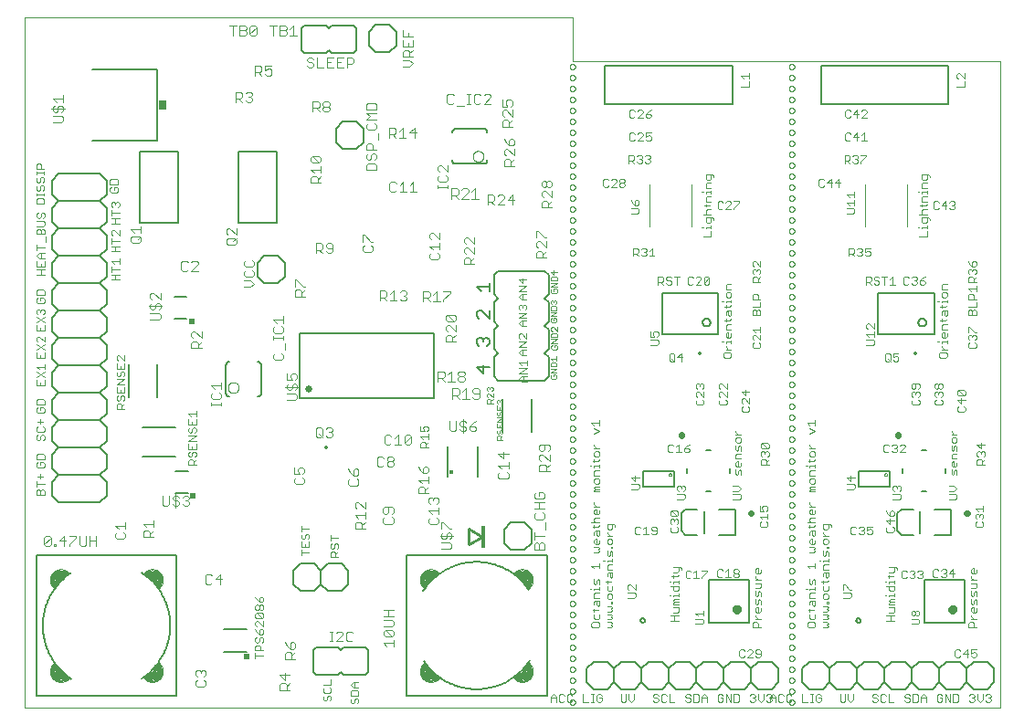
<source format=gto>
G75*
%MOIN*%
%OFA0B0*%
%FSLAX25Y25*%
%IPPOS*%
%LPD*%
%AMOC8*
5,1,8,0,0,1.08239X$1,22.5*
%
%ADD10C,0.00000*%
%ADD11C,0.00300*%
%ADD12C,0.00200*%
%ADD13C,0.00600*%
%ADD14C,0.00400*%
%ADD15C,0.00800*%
%ADD16R,0.03000X0.03400*%
%ADD17C,0.01378*%
%ADD18C,0.01575*%
%ADD19C,0.00500*%
%ADD20R,0.02000X0.02200*%
%ADD21R,0.02000X0.02000*%
%ADD22C,0.01000*%
%ADD23R,0.01181X0.08268*%
%ADD24C,0.02626*%
%ADD25C,0.02200*%
%ADD26C,0.02400*%
%ADD27C,0.00100*%
D10*
X0010759Y0006300D02*
X0205484Y0006300D01*
X0286224Y0006300D01*
X0366759Y0006300D01*
X0366759Y0242300D01*
X0210759Y0242300D01*
X0210759Y0258300D01*
X0010759Y0258300D01*
X0010759Y0006300D01*
X0205484Y0006300D02*
X0205720Y0006300D01*
X0209775Y0008300D02*
X0209777Y0008362D01*
X0209783Y0008425D01*
X0209793Y0008486D01*
X0209807Y0008547D01*
X0209824Y0008607D01*
X0209845Y0008666D01*
X0209871Y0008723D01*
X0209899Y0008778D01*
X0209931Y0008832D01*
X0209967Y0008883D01*
X0210005Y0008933D01*
X0210047Y0008979D01*
X0210091Y0009023D01*
X0210139Y0009064D01*
X0210188Y0009102D01*
X0210240Y0009136D01*
X0210294Y0009167D01*
X0210350Y0009195D01*
X0210408Y0009219D01*
X0210467Y0009240D01*
X0210527Y0009256D01*
X0210588Y0009269D01*
X0210650Y0009278D01*
X0210712Y0009283D01*
X0210775Y0009284D01*
X0210837Y0009281D01*
X0210899Y0009274D01*
X0210961Y0009263D01*
X0211021Y0009248D01*
X0211081Y0009230D01*
X0211139Y0009208D01*
X0211196Y0009182D01*
X0211251Y0009152D01*
X0211304Y0009119D01*
X0211355Y0009083D01*
X0211403Y0009044D01*
X0211449Y0009001D01*
X0211492Y0008956D01*
X0211532Y0008908D01*
X0211569Y0008858D01*
X0211603Y0008805D01*
X0211634Y0008751D01*
X0211660Y0008695D01*
X0211684Y0008637D01*
X0211703Y0008577D01*
X0211719Y0008517D01*
X0211731Y0008455D01*
X0211739Y0008394D01*
X0211743Y0008331D01*
X0211743Y0008269D01*
X0211739Y0008206D01*
X0211731Y0008145D01*
X0211719Y0008083D01*
X0211703Y0008023D01*
X0211684Y0007963D01*
X0211660Y0007905D01*
X0211634Y0007849D01*
X0211603Y0007795D01*
X0211569Y0007742D01*
X0211532Y0007692D01*
X0211492Y0007644D01*
X0211449Y0007599D01*
X0211403Y0007556D01*
X0211355Y0007517D01*
X0211304Y0007481D01*
X0211251Y0007448D01*
X0211196Y0007418D01*
X0211139Y0007392D01*
X0211081Y0007370D01*
X0211021Y0007352D01*
X0210961Y0007337D01*
X0210899Y0007326D01*
X0210837Y0007319D01*
X0210775Y0007316D01*
X0210712Y0007317D01*
X0210650Y0007322D01*
X0210588Y0007331D01*
X0210527Y0007344D01*
X0210467Y0007360D01*
X0210408Y0007381D01*
X0210350Y0007405D01*
X0210294Y0007433D01*
X0210240Y0007464D01*
X0210188Y0007498D01*
X0210139Y0007536D01*
X0210091Y0007577D01*
X0210047Y0007621D01*
X0210005Y0007667D01*
X0209967Y0007717D01*
X0209931Y0007768D01*
X0209899Y0007822D01*
X0209871Y0007877D01*
X0209845Y0007934D01*
X0209824Y0007993D01*
X0209807Y0008053D01*
X0209793Y0008114D01*
X0209783Y0008175D01*
X0209777Y0008238D01*
X0209775Y0008300D01*
X0209775Y0012300D02*
X0209777Y0012362D01*
X0209783Y0012425D01*
X0209793Y0012486D01*
X0209807Y0012547D01*
X0209824Y0012607D01*
X0209845Y0012666D01*
X0209871Y0012723D01*
X0209899Y0012778D01*
X0209931Y0012832D01*
X0209967Y0012883D01*
X0210005Y0012933D01*
X0210047Y0012979D01*
X0210091Y0013023D01*
X0210139Y0013064D01*
X0210188Y0013102D01*
X0210240Y0013136D01*
X0210294Y0013167D01*
X0210350Y0013195D01*
X0210408Y0013219D01*
X0210467Y0013240D01*
X0210527Y0013256D01*
X0210588Y0013269D01*
X0210650Y0013278D01*
X0210712Y0013283D01*
X0210775Y0013284D01*
X0210837Y0013281D01*
X0210899Y0013274D01*
X0210961Y0013263D01*
X0211021Y0013248D01*
X0211081Y0013230D01*
X0211139Y0013208D01*
X0211196Y0013182D01*
X0211251Y0013152D01*
X0211304Y0013119D01*
X0211355Y0013083D01*
X0211403Y0013044D01*
X0211449Y0013001D01*
X0211492Y0012956D01*
X0211532Y0012908D01*
X0211569Y0012858D01*
X0211603Y0012805D01*
X0211634Y0012751D01*
X0211660Y0012695D01*
X0211684Y0012637D01*
X0211703Y0012577D01*
X0211719Y0012517D01*
X0211731Y0012455D01*
X0211739Y0012394D01*
X0211743Y0012331D01*
X0211743Y0012269D01*
X0211739Y0012206D01*
X0211731Y0012145D01*
X0211719Y0012083D01*
X0211703Y0012023D01*
X0211684Y0011963D01*
X0211660Y0011905D01*
X0211634Y0011849D01*
X0211603Y0011795D01*
X0211569Y0011742D01*
X0211532Y0011692D01*
X0211492Y0011644D01*
X0211449Y0011599D01*
X0211403Y0011556D01*
X0211355Y0011517D01*
X0211304Y0011481D01*
X0211251Y0011448D01*
X0211196Y0011418D01*
X0211139Y0011392D01*
X0211081Y0011370D01*
X0211021Y0011352D01*
X0210961Y0011337D01*
X0210899Y0011326D01*
X0210837Y0011319D01*
X0210775Y0011316D01*
X0210712Y0011317D01*
X0210650Y0011322D01*
X0210588Y0011331D01*
X0210527Y0011344D01*
X0210467Y0011360D01*
X0210408Y0011381D01*
X0210350Y0011405D01*
X0210294Y0011433D01*
X0210240Y0011464D01*
X0210188Y0011498D01*
X0210139Y0011536D01*
X0210091Y0011577D01*
X0210047Y0011621D01*
X0210005Y0011667D01*
X0209967Y0011717D01*
X0209931Y0011768D01*
X0209899Y0011822D01*
X0209871Y0011877D01*
X0209845Y0011934D01*
X0209824Y0011993D01*
X0209807Y0012053D01*
X0209793Y0012114D01*
X0209783Y0012175D01*
X0209777Y0012238D01*
X0209775Y0012300D01*
X0209775Y0016300D02*
X0209777Y0016362D01*
X0209783Y0016425D01*
X0209793Y0016486D01*
X0209807Y0016547D01*
X0209824Y0016607D01*
X0209845Y0016666D01*
X0209871Y0016723D01*
X0209899Y0016778D01*
X0209931Y0016832D01*
X0209967Y0016883D01*
X0210005Y0016933D01*
X0210047Y0016979D01*
X0210091Y0017023D01*
X0210139Y0017064D01*
X0210188Y0017102D01*
X0210240Y0017136D01*
X0210294Y0017167D01*
X0210350Y0017195D01*
X0210408Y0017219D01*
X0210467Y0017240D01*
X0210527Y0017256D01*
X0210588Y0017269D01*
X0210650Y0017278D01*
X0210712Y0017283D01*
X0210775Y0017284D01*
X0210837Y0017281D01*
X0210899Y0017274D01*
X0210961Y0017263D01*
X0211021Y0017248D01*
X0211081Y0017230D01*
X0211139Y0017208D01*
X0211196Y0017182D01*
X0211251Y0017152D01*
X0211304Y0017119D01*
X0211355Y0017083D01*
X0211403Y0017044D01*
X0211449Y0017001D01*
X0211492Y0016956D01*
X0211532Y0016908D01*
X0211569Y0016858D01*
X0211603Y0016805D01*
X0211634Y0016751D01*
X0211660Y0016695D01*
X0211684Y0016637D01*
X0211703Y0016577D01*
X0211719Y0016517D01*
X0211731Y0016455D01*
X0211739Y0016394D01*
X0211743Y0016331D01*
X0211743Y0016269D01*
X0211739Y0016206D01*
X0211731Y0016145D01*
X0211719Y0016083D01*
X0211703Y0016023D01*
X0211684Y0015963D01*
X0211660Y0015905D01*
X0211634Y0015849D01*
X0211603Y0015795D01*
X0211569Y0015742D01*
X0211532Y0015692D01*
X0211492Y0015644D01*
X0211449Y0015599D01*
X0211403Y0015556D01*
X0211355Y0015517D01*
X0211304Y0015481D01*
X0211251Y0015448D01*
X0211196Y0015418D01*
X0211139Y0015392D01*
X0211081Y0015370D01*
X0211021Y0015352D01*
X0210961Y0015337D01*
X0210899Y0015326D01*
X0210837Y0015319D01*
X0210775Y0015316D01*
X0210712Y0015317D01*
X0210650Y0015322D01*
X0210588Y0015331D01*
X0210527Y0015344D01*
X0210467Y0015360D01*
X0210408Y0015381D01*
X0210350Y0015405D01*
X0210294Y0015433D01*
X0210240Y0015464D01*
X0210188Y0015498D01*
X0210139Y0015536D01*
X0210091Y0015577D01*
X0210047Y0015621D01*
X0210005Y0015667D01*
X0209967Y0015717D01*
X0209931Y0015768D01*
X0209899Y0015822D01*
X0209871Y0015877D01*
X0209845Y0015934D01*
X0209824Y0015993D01*
X0209807Y0016053D01*
X0209793Y0016114D01*
X0209783Y0016175D01*
X0209777Y0016238D01*
X0209775Y0016300D01*
X0209775Y0020300D02*
X0209777Y0020362D01*
X0209783Y0020425D01*
X0209793Y0020486D01*
X0209807Y0020547D01*
X0209824Y0020607D01*
X0209845Y0020666D01*
X0209871Y0020723D01*
X0209899Y0020778D01*
X0209931Y0020832D01*
X0209967Y0020883D01*
X0210005Y0020933D01*
X0210047Y0020979D01*
X0210091Y0021023D01*
X0210139Y0021064D01*
X0210188Y0021102D01*
X0210240Y0021136D01*
X0210294Y0021167D01*
X0210350Y0021195D01*
X0210408Y0021219D01*
X0210467Y0021240D01*
X0210527Y0021256D01*
X0210588Y0021269D01*
X0210650Y0021278D01*
X0210712Y0021283D01*
X0210775Y0021284D01*
X0210837Y0021281D01*
X0210899Y0021274D01*
X0210961Y0021263D01*
X0211021Y0021248D01*
X0211081Y0021230D01*
X0211139Y0021208D01*
X0211196Y0021182D01*
X0211251Y0021152D01*
X0211304Y0021119D01*
X0211355Y0021083D01*
X0211403Y0021044D01*
X0211449Y0021001D01*
X0211492Y0020956D01*
X0211532Y0020908D01*
X0211569Y0020858D01*
X0211603Y0020805D01*
X0211634Y0020751D01*
X0211660Y0020695D01*
X0211684Y0020637D01*
X0211703Y0020577D01*
X0211719Y0020517D01*
X0211731Y0020455D01*
X0211739Y0020394D01*
X0211743Y0020331D01*
X0211743Y0020269D01*
X0211739Y0020206D01*
X0211731Y0020145D01*
X0211719Y0020083D01*
X0211703Y0020023D01*
X0211684Y0019963D01*
X0211660Y0019905D01*
X0211634Y0019849D01*
X0211603Y0019795D01*
X0211569Y0019742D01*
X0211532Y0019692D01*
X0211492Y0019644D01*
X0211449Y0019599D01*
X0211403Y0019556D01*
X0211355Y0019517D01*
X0211304Y0019481D01*
X0211251Y0019448D01*
X0211196Y0019418D01*
X0211139Y0019392D01*
X0211081Y0019370D01*
X0211021Y0019352D01*
X0210961Y0019337D01*
X0210899Y0019326D01*
X0210837Y0019319D01*
X0210775Y0019316D01*
X0210712Y0019317D01*
X0210650Y0019322D01*
X0210588Y0019331D01*
X0210527Y0019344D01*
X0210467Y0019360D01*
X0210408Y0019381D01*
X0210350Y0019405D01*
X0210294Y0019433D01*
X0210240Y0019464D01*
X0210188Y0019498D01*
X0210139Y0019536D01*
X0210091Y0019577D01*
X0210047Y0019621D01*
X0210005Y0019667D01*
X0209967Y0019717D01*
X0209931Y0019768D01*
X0209899Y0019822D01*
X0209871Y0019877D01*
X0209845Y0019934D01*
X0209824Y0019993D01*
X0209807Y0020053D01*
X0209793Y0020114D01*
X0209783Y0020175D01*
X0209777Y0020238D01*
X0209775Y0020300D01*
X0209775Y0024300D02*
X0209777Y0024362D01*
X0209783Y0024425D01*
X0209793Y0024486D01*
X0209807Y0024547D01*
X0209824Y0024607D01*
X0209845Y0024666D01*
X0209871Y0024723D01*
X0209899Y0024778D01*
X0209931Y0024832D01*
X0209967Y0024883D01*
X0210005Y0024933D01*
X0210047Y0024979D01*
X0210091Y0025023D01*
X0210139Y0025064D01*
X0210188Y0025102D01*
X0210240Y0025136D01*
X0210294Y0025167D01*
X0210350Y0025195D01*
X0210408Y0025219D01*
X0210467Y0025240D01*
X0210527Y0025256D01*
X0210588Y0025269D01*
X0210650Y0025278D01*
X0210712Y0025283D01*
X0210775Y0025284D01*
X0210837Y0025281D01*
X0210899Y0025274D01*
X0210961Y0025263D01*
X0211021Y0025248D01*
X0211081Y0025230D01*
X0211139Y0025208D01*
X0211196Y0025182D01*
X0211251Y0025152D01*
X0211304Y0025119D01*
X0211355Y0025083D01*
X0211403Y0025044D01*
X0211449Y0025001D01*
X0211492Y0024956D01*
X0211532Y0024908D01*
X0211569Y0024858D01*
X0211603Y0024805D01*
X0211634Y0024751D01*
X0211660Y0024695D01*
X0211684Y0024637D01*
X0211703Y0024577D01*
X0211719Y0024517D01*
X0211731Y0024455D01*
X0211739Y0024394D01*
X0211743Y0024331D01*
X0211743Y0024269D01*
X0211739Y0024206D01*
X0211731Y0024145D01*
X0211719Y0024083D01*
X0211703Y0024023D01*
X0211684Y0023963D01*
X0211660Y0023905D01*
X0211634Y0023849D01*
X0211603Y0023795D01*
X0211569Y0023742D01*
X0211532Y0023692D01*
X0211492Y0023644D01*
X0211449Y0023599D01*
X0211403Y0023556D01*
X0211355Y0023517D01*
X0211304Y0023481D01*
X0211251Y0023448D01*
X0211196Y0023418D01*
X0211139Y0023392D01*
X0211081Y0023370D01*
X0211021Y0023352D01*
X0210961Y0023337D01*
X0210899Y0023326D01*
X0210837Y0023319D01*
X0210775Y0023316D01*
X0210712Y0023317D01*
X0210650Y0023322D01*
X0210588Y0023331D01*
X0210527Y0023344D01*
X0210467Y0023360D01*
X0210408Y0023381D01*
X0210350Y0023405D01*
X0210294Y0023433D01*
X0210240Y0023464D01*
X0210188Y0023498D01*
X0210139Y0023536D01*
X0210091Y0023577D01*
X0210047Y0023621D01*
X0210005Y0023667D01*
X0209967Y0023717D01*
X0209931Y0023768D01*
X0209899Y0023822D01*
X0209871Y0023877D01*
X0209845Y0023934D01*
X0209824Y0023993D01*
X0209807Y0024053D01*
X0209793Y0024114D01*
X0209783Y0024175D01*
X0209777Y0024238D01*
X0209775Y0024300D01*
X0209775Y0028300D02*
X0209777Y0028362D01*
X0209783Y0028425D01*
X0209793Y0028486D01*
X0209807Y0028547D01*
X0209824Y0028607D01*
X0209845Y0028666D01*
X0209871Y0028723D01*
X0209899Y0028778D01*
X0209931Y0028832D01*
X0209967Y0028883D01*
X0210005Y0028933D01*
X0210047Y0028979D01*
X0210091Y0029023D01*
X0210139Y0029064D01*
X0210188Y0029102D01*
X0210240Y0029136D01*
X0210294Y0029167D01*
X0210350Y0029195D01*
X0210408Y0029219D01*
X0210467Y0029240D01*
X0210527Y0029256D01*
X0210588Y0029269D01*
X0210650Y0029278D01*
X0210712Y0029283D01*
X0210775Y0029284D01*
X0210837Y0029281D01*
X0210899Y0029274D01*
X0210961Y0029263D01*
X0211021Y0029248D01*
X0211081Y0029230D01*
X0211139Y0029208D01*
X0211196Y0029182D01*
X0211251Y0029152D01*
X0211304Y0029119D01*
X0211355Y0029083D01*
X0211403Y0029044D01*
X0211449Y0029001D01*
X0211492Y0028956D01*
X0211532Y0028908D01*
X0211569Y0028858D01*
X0211603Y0028805D01*
X0211634Y0028751D01*
X0211660Y0028695D01*
X0211684Y0028637D01*
X0211703Y0028577D01*
X0211719Y0028517D01*
X0211731Y0028455D01*
X0211739Y0028394D01*
X0211743Y0028331D01*
X0211743Y0028269D01*
X0211739Y0028206D01*
X0211731Y0028145D01*
X0211719Y0028083D01*
X0211703Y0028023D01*
X0211684Y0027963D01*
X0211660Y0027905D01*
X0211634Y0027849D01*
X0211603Y0027795D01*
X0211569Y0027742D01*
X0211532Y0027692D01*
X0211492Y0027644D01*
X0211449Y0027599D01*
X0211403Y0027556D01*
X0211355Y0027517D01*
X0211304Y0027481D01*
X0211251Y0027448D01*
X0211196Y0027418D01*
X0211139Y0027392D01*
X0211081Y0027370D01*
X0211021Y0027352D01*
X0210961Y0027337D01*
X0210899Y0027326D01*
X0210837Y0027319D01*
X0210775Y0027316D01*
X0210712Y0027317D01*
X0210650Y0027322D01*
X0210588Y0027331D01*
X0210527Y0027344D01*
X0210467Y0027360D01*
X0210408Y0027381D01*
X0210350Y0027405D01*
X0210294Y0027433D01*
X0210240Y0027464D01*
X0210188Y0027498D01*
X0210139Y0027536D01*
X0210091Y0027577D01*
X0210047Y0027621D01*
X0210005Y0027667D01*
X0209967Y0027717D01*
X0209931Y0027768D01*
X0209899Y0027822D01*
X0209871Y0027877D01*
X0209845Y0027934D01*
X0209824Y0027993D01*
X0209807Y0028053D01*
X0209793Y0028114D01*
X0209783Y0028175D01*
X0209777Y0028238D01*
X0209775Y0028300D01*
X0209775Y0032300D02*
X0209777Y0032362D01*
X0209783Y0032425D01*
X0209793Y0032486D01*
X0209807Y0032547D01*
X0209824Y0032607D01*
X0209845Y0032666D01*
X0209871Y0032723D01*
X0209899Y0032778D01*
X0209931Y0032832D01*
X0209967Y0032883D01*
X0210005Y0032933D01*
X0210047Y0032979D01*
X0210091Y0033023D01*
X0210139Y0033064D01*
X0210188Y0033102D01*
X0210240Y0033136D01*
X0210294Y0033167D01*
X0210350Y0033195D01*
X0210408Y0033219D01*
X0210467Y0033240D01*
X0210527Y0033256D01*
X0210588Y0033269D01*
X0210650Y0033278D01*
X0210712Y0033283D01*
X0210775Y0033284D01*
X0210837Y0033281D01*
X0210899Y0033274D01*
X0210961Y0033263D01*
X0211021Y0033248D01*
X0211081Y0033230D01*
X0211139Y0033208D01*
X0211196Y0033182D01*
X0211251Y0033152D01*
X0211304Y0033119D01*
X0211355Y0033083D01*
X0211403Y0033044D01*
X0211449Y0033001D01*
X0211492Y0032956D01*
X0211532Y0032908D01*
X0211569Y0032858D01*
X0211603Y0032805D01*
X0211634Y0032751D01*
X0211660Y0032695D01*
X0211684Y0032637D01*
X0211703Y0032577D01*
X0211719Y0032517D01*
X0211731Y0032455D01*
X0211739Y0032394D01*
X0211743Y0032331D01*
X0211743Y0032269D01*
X0211739Y0032206D01*
X0211731Y0032145D01*
X0211719Y0032083D01*
X0211703Y0032023D01*
X0211684Y0031963D01*
X0211660Y0031905D01*
X0211634Y0031849D01*
X0211603Y0031795D01*
X0211569Y0031742D01*
X0211532Y0031692D01*
X0211492Y0031644D01*
X0211449Y0031599D01*
X0211403Y0031556D01*
X0211355Y0031517D01*
X0211304Y0031481D01*
X0211251Y0031448D01*
X0211196Y0031418D01*
X0211139Y0031392D01*
X0211081Y0031370D01*
X0211021Y0031352D01*
X0210961Y0031337D01*
X0210899Y0031326D01*
X0210837Y0031319D01*
X0210775Y0031316D01*
X0210712Y0031317D01*
X0210650Y0031322D01*
X0210588Y0031331D01*
X0210527Y0031344D01*
X0210467Y0031360D01*
X0210408Y0031381D01*
X0210350Y0031405D01*
X0210294Y0031433D01*
X0210240Y0031464D01*
X0210188Y0031498D01*
X0210139Y0031536D01*
X0210091Y0031577D01*
X0210047Y0031621D01*
X0210005Y0031667D01*
X0209967Y0031717D01*
X0209931Y0031768D01*
X0209899Y0031822D01*
X0209871Y0031877D01*
X0209845Y0031934D01*
X0209824Y0031993D01*
X0209807Y0032053D01*
X0209793Y0032114D01*
X0209783Y0032175D01*
X0209777Y0032238D01*
X0209775Y0032300D01*
X0209775Y0036300D02*
X0209777Y0036362D01*
X0209783Y0036425D01*
X0209793Y0036486D01*
X0209807Y0036547D01*
X0209824Y0036607D01*
X0209845Y0036666D01*
X0209871Y0036723D01*
X0209899Y0036778D01*
X0209931Y0036832D01*
X0209967Y0036883D01*
X0210005Y0036933D01*
X0210047Y0036979D01*
X0210091Y0037023D01*
X0210139Y0037064D01*
X0210188Y0037102D01*
X0210240Y0037136D01*
X0210294Y0037167D01*
X0210350Y0037195D01*
X0210408Y0037219D01*
X0210467Y0037240D01*
X0210527Y0037256D01*
X0210588Y0037269D01*
X0210650Y0037278D01*
X0210712Y0037283D01*
X0210775Y0037284D01*
X0210837Y0037281D01*
X0210899Y0037274D01*
X0210961Y0037263D01*
X0211021Y0037248D01*
X0211081Y0037230D01*
X0211139Y0037208D01*
X0211196Y0037182D01*
X0211251Y0037152D01*
X0211304Y0037119D01*
X0211355Y0037083D01*
X0211403Y0037044D01*
X0211449Y0037001D01*
X0211492Y0036956D01*
X0211532Y0036908D01*
X0211569Y0036858D01*
X0211603Y0036805D01*
X0211634Y0036751D01*
X0211660Y0036695D01*
X0211684Y0036637D01*
X0211703Y0036577D01*
X0211719Y0036517D01*
X0211731Y0036455D01*
X0211739Y0036394D01*
X0211743Y0036331D01*
X0211743Y0036269D01*
X0211739Y0036206D01*
X0211731Y0036145D01*
X0211719Y0036083D01*
X0211703Y0036023D01*
X0211684Y0035963D01*
X0211660Y0035905D01*
X0211634Y0035849D01*
X0211603Y0035795D01*
X0211569Y0035742D01*
X0211532Y0035692D01*
X0211492Y0035644D01*
X0211449Y0035599D01*
X0211403Y0035556D01*
X0211355Y0035517D01*
X0211304Y0035481D01*
X0211251Y0035448D01*
X0211196Y0035418D01*
X0211139Y0035392D01*
X0211081Y0035370D01*
X0211021Y0035352D01*
X0210961Y0035337D01*
X0210899Y0035326D01*
X0210837Y0035319D01*
X0210775Y0035316D01*
X0210712Y0035317D01*
X0210650Y0035322D01*
X0210588Y0035331D01*
X0210527Y0035344D01*
X0210467Y0035360D01*
X0210408Y0035381D01*
X0210350Y0035405D01*
X0210294Y0035433D01*
X0210240Y0035464D01*
X0210188Y0035498D01*
X0210139Y0035536D01*
X0210091Y0035577D01*
X0210047Y0035621D01*
X0210005Y0035667D01*
X0209967Y0035717D01*
X0209931Y0035768D01*
X0209899Y0035822D01*
X0209871Y0035877D01*
X0209845Y0035934D01*
X0209824Y0035993D01*
X0209807Y0036053D01*
X0209793Y0036114D01*
X0209783Y0036175D01*
X0209777Y0036238D01*
X0209775Y0036300D01*
X0209775Y0040300D02*
X0209777Y0040362D01*
X0209783Y0040425D01*
X0209793Y0040486D01*
X0209807Y0040547D01*
X0209824Y0040607D01*
X0209845Y0040666D01*
X0209871Y0040723D01*
X0209899Y0040778D01*
X0209931Y0040832D01*
X0209967Y0040883D01*
X0210005Y0040933D01*
X0210047Y0040979D01*
X0210091Y0041023D01*
X0210139Y0041064D01*
X0210188Y0041102D01*
X0210240Y0041136D01*
X0210294Y0041167D01*
X0210350Y0041195D01*
X0210408Y0041219D01*
X0210467Y0041240D01*
X0210527Y0041256D01*
X0210588Y0041269D01*
X0210650Y0041278D01*
X0210712Y0041283D01*
X0210775Y0041284D01*
X0210837Y0041281D01*
X0210899Y0041274D01*
X0210961Y0041263D01*
X0211021Y0041248D01*
X0211081Y0041230D01*
X0211139Y0041208D01*
X0211196Y0041182D01*
X0211251Y0041152D01*
X0211304Y0041119D01*
X0211355Y0041083D01*
X0211403Y0041044D01*
X0211449Y0041001D01*
X0211492Y0040956D01*
X0211532Y0040908D01*
X0211569Y0040858D01*
X0211603Y0040805D01*
X0211634Y0040751D01*
X0211660Y0040695D01*
X0211684Y0040637D01*
X0211703Y0040577D01*
X0211719Y0040517D01*
X0211731Y0040455D01*
X0211739Y0040394D01*
X0211743Y0040331D01*
X0211743Y0040269D01*
X0211739Y0040206D01*
X0211731Y0040145D01*
X0211719Y0040083D01*
X0211703Y0040023D01*
X0211684Y0039963D01*
X0211660Y0039905D01*
X0211634Y0039849D01*
X0211603Y0039795D01*
X0211569Y0039742D01*
X0211532Y0039692D01*
X0211492Y0039644D01*
X0211449Y0039599D01*
X0211403Y0039556D01*
X0211355Y0039517D01*
X0211304Y0039481D01*
X0211251Y0039448D01*
X0211196Y0039418D01*
X0211139Y0039392D01*
X0211081Y0039370D01*
X0211021Y0039352D01*
X0210961Y0039337D01*
X0210899Y0039326D01*
X0210837Y0039319D01*
X0210775Y0039316D01*
X0210712Y0039317D01*
X0210650Y0039322D01*
X0210588Y0039331D01*
X0210527Y0039344D01*
X0210467Y0039360D01*
X0210408Y0039381D01*
X0210350Y0039405D01*
X0210294Y0039433D01*
X0210240Y0039464D01*
X0210188Y0039498D01*
X0210139Y0039536D01*
X0210091Y0039577D01*
X0210047Y0039621D01*
X0210005Y0039667D01*
X0209967Y0039717D01*
X0209931Y0039768D01*
X0209899Y0039822D01*
X0209871Y0039877D01*
X0209845Y0039934D01*
X0209824Y0039993D01*
X0209807Y0040053D01*
X0209793Y0040114D01*
X0209783Y0040175D01*
X0209777Y0040238D01*
X0209775Y0040300D01*
X0209775Y0044300D02*
X0209777Y0044362D01*
X0209783Y0044425D01*
X0209793Y0044486D01*
X0209807Y0044547D01*
X0209824Y0044607D01*
X0209845Y0044666D01*
X0209871Y0044723D01*
X0209899Y0044778D01*
X0209931Y0044832D01*
X0209967Y0044883D01*
X0210005Y0044933D01*
X0210047Y0044979D01*
X0210091Y0045023D01*
X0210139Y0045064D01*
X0210188Y0045102D01*
X0210240Y0045136D01*
X0210294Y0045167D01*
X0210350Y0045195D01*
X0210408Y0045219D01*
X0210467Y0045240D01*
X0210527Y0045256D01*
X0210588Y0045269D01*
X0210650Y0045278D01*
X0210712Y0045283D01*
X0210775Y0045284D01*
X0210837Y0045281D01*
X0210899Y0045274D01*
X0210961Y0045263D01*
X0211021Y0045248D01*
X0211081Y0045230D01*
X0211139Y0045208D01*
X0211196Y0045182D01*
X0211251Y0045152D01*
X0211304Y0045119D01*
X0211355Y0045083D01*
X0211403Y0045044D01*
X0211449Y0045001D01*
X0211492Y0044956D01*
X0211532Y0044908D01*
X0211569Y0044858D01*
X0211603Y0044805D01*
X0211634Y0044751D01*
X0211660Y0044695D01*
X0211684Y0044637D01*
X0211703Y0044577D01*
X0211719Y0044517D01*
X0211731Y0044455D01*
X0211739Y0044394D01*
X0211743Y0044331D01*
X0211743Y0044269D01*
X0211739Y0044206D01*
X0211731Y0044145D01*
X0211719Y0044083D01*
X0211703Y0044023D01*
X0211684Y0043963D01*
X0211660Y0043905D01*
X0211634Y0043849D01*
X0211603Y0043795D01*
X0211569Y0043742D01*
X0211532Y0043692D01*
X0211492Y0043644D01*
X0211449Y0043599D01*
X0211403Y0043556D01*
X0211355Y0043517D01*
X0211304Y0043481D01*
X0211251Y0043448D01*
X0211196Y0043418D01*
X0211139Y0043392D01*
X0211081Y0043370D01*
X0211021Y0043352D01*
X0210961Y0043337D01*
X0210899Y0043326D01*
X0210837Y0043319D01*
X0210775Y0043316D01*
X0210712Y0043317D01*
X0210650Y0043322D01*
X0210588Y0043331D01*
X0210527Y0043344D01*
X0210467Y0043360D01*
X0210408Y0043381D01*
X0210350Y0043405D01*
X0210294Y0043433D01*
X0210240Y0043464D01*
X0210188Y0043498D01*
X0210139Y0043536D01*
X0210091Y0043577D01*
X0210047Y0043621D01*
X0210005Y0043667D01*
X0209967Y0043717D01*
X0209931Y0043768D01*
X0209899Y0043822D01*
X0209871Y0043877D01*
X0209845Y0043934D01*
X0209824Y0043993D01*
X0209807Y0044053D01*
X0209793Y0044114D01*
X0209783Y0044175D01*
X0209777Y0044238D01*
X0209775Y0044300D01*
X0209775Y0048300D02*
X0209777Y0048362D01*
X0209783Y0048425D01*
X0209793Y0048486D01*
X0209807Y0048547D01*
X0209824Y0048607D01*
X0209845Y0048666D01*
X0209871Y0048723D01*
X0209899Y0048778D01*
X0209931Y0048832D01*
X0209967Y0048883D01*
X0210005Y0048933D01*
X0210047Y0048979D01*
X0210091Y0049023D01*
X0210139Y0049064D01*
X0210188Y0049102D01*
X0210240Y0049136D01*
X0210294Y0049167D01*
X0210350Y0049195D01*
X0210408Y0049219D01*
X0210467Y0049240D01*
X0210527Y0049256D01*
X0210588Y0049269D01*
X0210650Y0049278D01*
X0210712Y0049283D01*
X0210775Y0049284D01*
X0210837Y0049281D01*
X0210899Y0049274D01*
X0210961Y0049263D01*
X0211021Y0049248D01*
X0211081Y0049230D01*
X0211139Y0049208D01*
X0211196Y0049182D01*
X0211251Y0049152D01*
X0211304Y0049119D01*
X0211355Y0049083D01*
X0211403Y0049044D01*
X0211449Y0049001D01*
X0211492Y0048956D01*
X0211532Y0048908D01*
X0211569Y0048858D01*
X0211603Y0048805D01*
X0211634Y0048751D01*
X0211660Y0048695D01*
X0211684Y0048637D01*
X0211703Y0048577D01*
X0211719Y0048517D01*
X0211731Y0048455D01*
X0211739Y0048394D01*
X0211743Y0048331D01*
X0211743Y0048269D01*
X0211739Y0048206D01*
X0211731Y0048145D01*
X0211719Y0048083D01*
X0211703Y0048023D01*
X0211684Y0047963D01*
X0211660Y0047905D01*
X0211634Y0047849D01*
X0211603Y0047795D01*
X0211569Y0047742D01*
X0211532Y0047692D01*
X0211492Y0047644D01*
X0211449Y0047599D01*
X0211403Y0047556D01*
X0211355Y0047517D01*
X0211304Y0047481D01*
X0211251Y0047448D01*
X0211196Y0047418D01*
X0211139Y0047392D01*
X0211081Y0047370D01*
X0211021Y0047352D01*
X0210961Y0047337D01*
X0210899Y0047326D01*
X0210837Y0047319D01*
X0210775Y0047316D01*
X0210712Y0047317D01*
X0210650Y0047322D01*
X0210588Y0047331D01*
X0210527Y0047344D01*
X0210467Y0047360D01*
X0210408Y0047381D01*
X0210350Y0047405D01*
X0210294Y0047433D01*
X0210240Y0047464D01*
X0210188Y0047498D01*
X0210139Y0047536D01*
X0210091Y0047577D01*
X0210047Y0047621D01*
X0210005Y0047667D01*
X0209967Y0047717D01*
X0209931Y0047768D01*
X0209899Y0047822D01*
X0209871Y0047877D01*
X0209845Y0047934D01*
X0209824Y0047993D01*
X0209807Y0048053D01*
X0209793Y0048114D01*
X0209783Y0048175D01*
X0209777Y0048238D01*
X0209775Y0048300D01*
X0209775Y0052300D02*
X0209777Y0052362D01*
X0209783Y0052425D01*
X0209793Y0052486D01*
X0209807Y0052547D01*
X0209824Y0052607D01*
X0209845Y0052666D01*
X0209871Y0052723D01*
X0209899Y0052778D01*
X0209931Y0052832D01*
X0209967Y0052883D01*
X0210005Y0052933D01*
X0210047Y0052979D01*
X0210091Y0053023D01*
X0210139Y0053064D01*
X0210188Y0053102D01*
X0210240Y0053136D01*
X0210294Y0053167D01*
X0210350Y0053195D01*
X0210408Y0053219D01*
X0210467Y0053240D01*
X0210527Y0053256D01*
X0210588Y0053269D01*
X0210650Y0053278D01*
X0210712Y0053283D01*
X0210775Y0053284D01*
X0210837Y0053281D01*
X0210899Y0053274D01*
X0210961Y0053263D01*
X0211021Y0053248D01*
X0211081Y0053230D01*
X0211139Y0053208D01*
X0211196Y0053182D01*
X0211251Y0053152D01*
X0211304Y0053119D01*
X0211355Y0053083D01*
X0211403Y0053044D01*
X0211449Y0053001D01*
X0211492Y0052956D01*
X0211532Y0052908D01*
X0211569Y0052858D01*
X0211603Y0052805D01*
X0211634Y0052751D01*
X0211660Y0052695D01*
X0211684Y0052637D01*
X0211703Y0052577D01*
X0211719Y0052517D01*
X0211731Y0052455D01*
X0211739Y0052394D01*
X0211743Y0052331D01*
X0211743Y0052269D01*
X0211739Y0052206D01*
X0211731Y0052145D01*
X0211719Y0052083D01*
X0211703Y0052023D01*
X0211684Y0051963D01*
X0211660Y0051905D01*
X0211634Y0051849D01*
X0211603Y0051795D01*
X0211569Y0051742D01*
X0211532Y0051692D01*
X0211492Y0051644D01*
X0211449Y0051599D01*
X0211403Y0051556D01*
X0211355Y0051517D01*
X0211304Y0051481D01*
X0211251Y0051448D01*
X0211196Y0051418D01*
X0211139Y0051392D01*
X0211081Y0051370D01*
X0211021Y0051352D01*
X0210961Y0051337D01*
X0210899Y0051326D01*
X0210837Y0051319D01*
X0210775Y0051316D01*
X0210712Y0051317D01*
X0210650Y0051322D01*
X0210588Y0051331D01*
X0210527Y0051344D01*
X0210467Y0051360D01*
X0210408Y0051381D01*
X0210350Y0051405D01*
X0210294Y0051433D01*
X0210240Y0051464D01*
X0210188Y0051498D01*
X0210139Y0051536D01*
X0210091Y0051577D01*
X0210047Y0051621D01*
X0210005Y0051667D01*
X0209967Y0051717D01*
X0209931Y0051768D01*
X0209899Y0051822D01*
X0209871Y0051877D01*
X0209845Y0051934D01*
X0209824Y0051993D01*
X0209807Y0052053D01*
X0209793Y0052114D01*
X0209783Y0052175D01*
X0209777Y0052238D01*
X0209775Y0052300D01*
X0209775Y0056300D02*
X0209777Y0056362D01*
X0209783Y0056425D01*
X0209793Y0056486D01*
X0209807Y0056547D01*
X0209824Y0056607D01*
X0209845Y0056666D01*
X0209871Y0056723D01*
X0209899Y0056778D01*
X0209931Y0056832D01*
X0209967Y0056883D01*
X0210005Y0056933D01*
X0210047Y0056979D01*
X0210091Y0057023D01*
X0210139Y0057064D01*
X0210188Y0057102D01*
X0210240Y0057136D01*
X0210294Y0057167D01*
X0210350Y0057195D01*
X0210408Y0057219D01*
X0210467Y0057240D01*
X0210527Y0057256D01*
X0210588Y0057269D01*
X0210650Y0057278D01*
X0210712Y0057283D01*
X0210775Y0057284D01*
X0210837Y0057281D01*
X0210899Y0057274D01*
X0210961Y0057263D01*
X0211021Y0057248D01*
X0211081Y0057230D01*
X0211139Y0057208D01*
X0211196Y0057182D01*
X0211251Y0057152D01*
X0211304Y0057119D01*
X0211355Y0057083D01*
X0211403Y0057044D01*
X0211449Y0057001D01*
X0211492Y0056956D01*
X0211532Y0056908D01*
X0211569Y0056858D01*
X0211603Y0056805D01*
X0211634Y0056751D01*
X0211660Y0056695D01*
X0211684Y0056637D01*
X0211703Y0056577D01*
X0211719Y0056517D01*
X0211731Y0056455D01*
X0211739Y0056394D01*
X0211743Y0056331D01*
X0211743Y0056269D01*
X0211739Y0056206D01*
X0211731Y0056145D01*
X0211719Y0056083D01*
X0211703Y0056023D01*
X0211684Y0055963D01*
X0211660Y0055905D01*
X0211634Y0055849D01*
X0211603Y0055795D01*
X0211569Y0055742D01*
X0211532Y0055692D01*
X0211492Y0055644D01*
X0211449Y0055599D01*
X0211403Y0055556D01*
X0211355Y0055517D01*
X0211304Y0055481D01*
X0211251Y0055448D01*
X0211196Y0055418D01*
X0211139Y0055392D01*
X0211081Y0055370D01*
X0211021Y0055352D01*
X0210961Y0055337D01*
X0210899Y0055326D01*
X0210837Y0055319D01*
X0210775Y0055316D01*
X0210712Y0055317D01*
X0210650Y0055322D01*
X0210588Y0055331D01*
X0210527Y0055344D01*
X0210467Y0055360D01*
X0210408Y0055381D01*
X0210350Y0055405D01*
X0210294Y0055433D01*
X0210240Y0055464D01*
X0210188Y0055498D01*
X0210139Y0055536D01*
X0210091Y0055577D01*
X0210047Y0055621D01*
X0210005Y0055667D01*
X0209967Y0055717D01*
X0209931Y0055768D01*
X0209899Y0055822D01*
X0209871Y0055877D01*
X0209845Y0055934D01*
X0209824Y0055993D01*
X0209807Y0056053D01*
X0209793Y0056114D01*
X0209783Y0056175D01*
X0209777Y0056238D01*
X0209775Y0056300D01*
X0209775Y0060300D02*
X0209777Y0060362D01*
X0209783Y0060425D01*
X0209793Y0060486D01*
X0209807Y0060547D01*
X0209824Y0060607D01*
X0209845Y0060666D01*
X0209871Y0060723D01*
X0209899Y0060778D01*
X0209931Y0060832D01*
X0209967Y0060883D01*
X0210005Y0060933D01*
X0210047Y0060979D01*
X0210091Y0061023D01*
X0210139Y0061064D01*
X0210188Y0061102D01*
X0210240Y0061136D01*
X0210294Y0061167D01*
X0210350Y0061195D01*
X0210408Y0061219D01*
X0210467Y0061240D01*
X0210527Y0061256D01*
X0210588Y0061269D01*
X0210650Y0061278D01*
X0210712Y0061283D01*
X0210775Y0061284D01*
X0210837Y0061281D01*
X0210899Y0061274D01*
X0210961Y0061263D01*
X0211021Y0061248D01*
X0211081Y0061230D01*
X0211139Y0061208D01*
X0211196Y0061182D01*
X0211251Y0061152D01*
X0211304Y0061119D01*
X0211355Y0061083D01*
X0211403Y0061044D01*
X0211449Y0061001D01*
X0211492Y0060956D01*
X0211532Y0060908D01*
X0211569Y0060858D01*
X0211603Y0060805D01*
X0211634Y0060751D01*
X0211660Y0060695D01*
X0211684Y0060637D01*
X0211703Y0060577D01*
X0211719Y0060517D01*
X0211731Y0060455D01*
X0211739Y0060394D01*
X0211743Y0060331D01*
X0211743Y0060269D01*
X0211739Y0060206D01*
X0211731Y0060145D01*
X0211719Y0060083D01*
X0211703Y0060023D01*
X0211684Y0059963D01*
X0211660Y0059905D01*
X0211634Y0059849D01*
X0211603Y0059795D01*
X0211569Y0059742D01*
X0211532Y0059692D01*
X0211492Y0059644D01*
X0211449Y0059599D01*
X0211403Y0059556D01*
X0211355Y0059517D01*
X0211304Y0059481D01*
X0211251Y0059448D01*
X0211196Y0059418D01*
X0211139Y0059392D01*
X0211081Y0059370D01*
X0211021Y0059352D01*
X0210961Y0059337D01*
X0210899Y0059326D01*
X0210837Y0059319D01*
X0210775Y0059316D01*
X0210712Y0059317D01*
X0210650Y0059322D01*
X0210588Y0059331D01*
X0210527Y0059344D01*
X0210467Y0059360D01*
X0210408Y0059381D01*
X0210350Y0059405D01*
X0210294Y0059433D01*
X0210240Y0059464D01*
X0210188Y0059498D01*
X0210139Y0059536D01*
X0210091Y0059577D01*
X0210047Y0059621D01*
X0210005Y0059667D01*
X0209967Y0059717D01*
X0209931Y0059768D01*
X0209899Y0059822D01*
X0209871Y0059877D01*
X0209845Y0059934D01*
X0209824Y0059993D01*
X0209807Y0060053D01*
X0209793Y0060114D01*
X0209783Y0060175D01*
X0209777Y0060238D01*
X0209775Y0060300D01*
X0209775Y0064300D02*
X0209777Y0064362D01*
X0209783Y0064425D01*
X0209793Y0064486D01*
X0209807Y0064547D01*
X0209824Y0064607D01*
X0209845Y0064666D01*
X0209871Y0064723D01*
X0209899Y0064778D01*
X0209931Y0064832D01*
X0209967Y0064883D01*
X0210005Y0064933D01*
X0210047Y0064979D01*
X0210091Y0065023D01*
X0210139Y0065064D01*
X0210188Y0065102D01*
X0210240Y0065136D01*
X0210294Y0065167D01*
X0210350Y0065195D01*
X0210408Y0065219D01*
X0210467Y0065240D01*
X0210527Y0065256D01*
X0210588Y0065269D01*
X0210650Y0065278D01*
X0210712Y0065283D01*
X0210775Y0065284D01*
X0210837Y0065281D01*
X0210899Y0065274D01*
X0210961Y0065263D01*
X0211021Y0065248D01*
X0211081Y0065230D01*
X0211139Y0065208D01*
X0211196Y0065182D01*
X0211251Y0065152D01*
X0211304Y0065119D01*
X0211355Y0065083D01*
X0211403Y0065044D01*
X0211449Y0065001D01*
X0211492Y0064956D01*
X0211532Y0064908D01*
X0211569Y0064858D01*
X0211603Y0064805D01*
X0211634Y0064751D01*
X0211660Y0064695D01*
X0211684Y0064637D01*
X0211703Y0064577D01*
X0211719Y0064517D01*
X0211731Y0064455D01*
X0211739Y0064394D01*
X0211743Y0064331D01*
X0211743Y0064269D01*
X0211739Y0064206D01*
X0211731Y0064145D01*
X0211719Y0064083D01*
X0211703Y0064023D01*
X0211684Y0063963D01*
X0211660Y0063905D01*
X0211634Y0063849D01*
X0211603Y0063795D01*
X0211569Y0063742D01*
X0211532Y0063692D01*
X0211492Y0063644D01*
X0211449Y0063599D01*
X0211403Y0063556D01*
X0211355Y0063517D01*
X0211304Y0063481D01*
X0211251Y0063448D01*
X0211196Y0063418D01*
X0211139Y0063392D01*
X0211081Y0063370D01*
X0211021Y0063352D01*
X0210961Y0063337D01*
X0210899Y0063326D01*
X0210837Y0063319D01*
X0210775Y0063316D01*
X0210712Y0063317D01*
X0210650Y0063322D01*
X0210588Y0063331D01*
X0210527Y0063344D01*
X0210467Y0063360D01*
X0210408Y0063381D01*
X0210350Y0063405D01*
X0210294Y0063433D01*
X0210240Y0063464D01*
X0210188Y0063498D01*
X0210139Y0063536D01*
X0210091Y0063577D01*
X0210047Y0063621D01*
X0210005Y0063667D01*
X0209967Y0063717D01*
X0209931Y0063768D01*
X0209899Y0063822D01*
X0209871Y0063877D01*
X0209845Y0063934D01*
X0209824Y0063993D01*
X0209807Y0064053D01*
X0209793Y0064114D01*
X0209783Y0064175D01*
X0209777Y0064238D01*
X0209775Y0064300D01*
X0209775Y0068300D02*
X0209777Y0068362D01*
X0209783Y0068425D01*
X0209793Y0068486D01*
X0209807Y0068547D01*
X0209824Y0068607D01*
X0209845Y0068666D01*
X0209871Y0068723D01*
X0209899Y0068778D01*
X0209931Y0068832D01*
X0209967Y0068883D01*
X0210005Y0068933D01*
X0210047Y0068979D01*
X0210091Y0069023D01*
X0210139Y0069064D01*
X0210188Y0069102D01*
X0210240Y0069136D01*
X0210294Y0069167D01*
X0210350Y0069195D01*
X0210408Y0069219D01*
X0210467Y0069240D01*
X0210527Y0069256D01*
X0210588Y0069269D01*
X0210650Y0069278D01*
X0210712Y0069283D01*
X0210775Y0069284D01*
X0210837Y0069281D01*
X0210899Y0069274D01*
X0210961Y0069263D01*
X0211021Y0069248D01*
X0211081Y0069230D01*
X0211139Y0069208D01*
X0211196Y0069182D01*
X0211251Y0069152D01*
X0211304Y0069119D01*
X0211355Y0069083D01*
X0211403Y0069044D01*
X0211449Y0069001D01*
X0211492Y0068956D01*
X0211532Y0068908D01*
X0211569Y0068858D01*
X0211603Y0068805D01*
X0211634Y0068751D01*
X0211660Y0068695D01*
X0211684Y0068637D01*
X0211703Y0068577D01*
X0211719Y0068517D01*
X0211731Y0068455D01*
X0211739Y0068394D01*
X0211743Y0068331D01*
X0211743Y0068269D01*
X0211739Y0068206D01*
X0211731Y0068145D01*
X0211719Y0068083D01*
X0211703Y0068023D01*
X0211684Y0067963D01*
X0211660Y0067905D01*
X0211634Y0067849D01*
X0211603Y0067795D01*
X0211569Y0067742D01*
X0211532Y0067692D01*
X0211492Y0067644D01*
X0211449Y0067599D01*
X0211403Y0067556D01*
X0211355Y0067517D01*
X0211304Y0067481D01*
X0211251Y0067448D01*
X0211196Y0067418D01*
X0211139Y0067392D01*
X0211081Y0067370D01*
X0211021Y0067352D01*
X0210961Y0067337D01*
X0210899Y0067326D01*
X0210837Y0067319D01*
X0210775Y0067316D01*
X0210712Y0067317D01*
X0210650Y0067322D01*
X0210588Y0067331D01*
X0210527Y0067344D01*
X0210467Y0067360D01*
X0210408Y0067381D01*
X0210350Y0067405D01*
X0210294Y0067433D01*
X0210240Y0067464D01*
X0210188Y0067498D01*
X0210139Y0067536D01*
X0210091Y0067577D01*
X0210047Y0067621D01*
X0210005Y0067667D01*
X0209967Y0067717D01*
X0209931Y0067768D01*
X0209899Y0067822D01*
X0209871Y0067877D01*
X0209845Y0067934D01*
X0209824Y0067993D01*
X0209807Y0068053D01*
X0209793Y0068114D01*
X0209783Y0068175D01*
X0209777Y0068238D01*
X0209775Y0068300D01*
X0209775Y0072300D02*
X0209777Y0072362D01*
X0209783Y0072425D01*
X0209793Y0072486D01*
X0209807Y0072547D01*
X0209824Y0072607D01*
X0209845Y0072666D01*
X0209871Y0072723D01*
X0209899Y0072778D01*
X0209931Y0072832D01*
X0209967Y0072883D01*
X0210005Y0072933D01*
X0210047Y0072979D01*
X0210091Y0073023D01*
X0210139Y0073064D01*
X0210188Y0073102D01*
X0210240Y0073136D01*
X0210294Y0073167D01*
X0210350Y0073195D01*
X0210408Y0073219D01*
X0210467Y0073240D01*
X0210527Y0073256D01*
X0210588Y0073269D01*
X0210650Y0073278D01*
X0210712Y0073283D01*
X0210775Y0073284D01*
X0210837Y0073281D01*
X0210899Y0073274D01*
X0210961Y0073263D01*
X0211021Y0073248D01*
X0211081Y0073230D01*
X0211139Y0073208D01*
X0211196Y0073182D01*
X0211251Y0073152D01*
X0211304Y0073119D01*
X0211355Y0073083D01*
X0211403Y0073044D01*
X0211449Y0073001D01*
X0211492Y0072956D01*
X0211532Y0072908D01*
X0211569Y0072858D01*
X0211603Y0072805D01*
X0211634Y0072751D01*
X0211660Y0072695D01*
X0211684Y0072637D01*
X0211703Y0072577D01*
X0211719Y0072517D01*
X0211731Y0072455D01*
X0211739Y0072394D01*
X0211743Y0072331D01*
X0211743Y0072269D01*
X0211739Y0072206D01*
X0211731Y0072145D01*
X0211719Y0072083D01*
X0211703Y0072023D01*
X0211684Y0071963D01*
X0211660Y0071905D01*
X0211634Y0071849D01*
X0211603Y0071795D01*
X0211569Y0071742D01*
X0211532Y0071692D01*
X0211492Y0071644D01*
X0211449Y0071599D01*
X0211403Y0071556D01*
X0211355Y0071517D01*
X0211304Y0071481D01*
X0211251Y0071448D01*
X0211196Y0071418D01*
X0211139Y0071392D01*
X0211081Y0071370D01*
X0211021Y0071352D01*
X0210961Y0071337D01*
X0210899Y0071326D01*
X0210837Y0071319D01*
X0210775Y0071316D01*
X0210712Y0071317D01*
X0210650Y0071322D01*
X0210588Y0071331D01*
X0210527Y0071344D01*
X0210467Y0071360D01*
X0210408Y0071381D01*
X0210350Y0071405D01*
X0210294Y0071433D01*
X0210240Y0071464D01*
X0210188Y0071498D01*
X0210139Y0071536D01*
X0210091Y0071577D01*
X0210047Y0071621D01*
X0210005Y0071667D01*
X0209967Y0071717D01*
X0209931Y0071768D01*
X0209899Y0071822D01*
X0209871Y0071877D01*
X0209845Y0071934D01*
X0209824Y0071993D01*
X0209807Y0072053D01*
X0209793Y0072114D01*
X0209783Y0072175D01*
X0209777Y0072238D01*
X0209775Y0072300D01*
X0209775Y0076300D02*
X0209777Y0076362D01*
X0209783Y0076425D01*
X0209793Y0076486D01*
X0209807Y0076547D01*
X0209824Y0076607D01*
X0209845Y0076666D01*
X0209871Y0076723D01*
X0209899Y0076778D01*
X0209931Y0076832D01*
X0209967Y0076883D01*
X0210005Y0076933D01*
X0210047Y0076979D01*
X0210091Y0077023D01*
X0210139Y0077064D01*
X0210188Y0077102D01*
X0210240Y0077136D01*
X0210294Y0077167D01*
X0210350Y0077195D01*
X0210408Y0077219D01*
X0210467Y0077240D01*
X0210527Y0077256D01*
X0210588Y0077269D01*
X0210650Y0077278D01*
X0210712Y0077283D01*
X0210775Y0077284D01*
X0210837Y0077281D01*
X0210899Y0077274D01*
X0210961Y0077263D01*
X0211021Y0077248D01*
X0211081Y0077230D01*
X0211139Y0077208D01*
X0211196Y0077182D01*
X0211251Y0077152D01*
X0211304Y0077119D01*
X0211355Y0077083D01*
X0211403Y0077044D01*
X0211449Y0077001D01*
X0211492Y0076956D01*
X0211532Y0076908D01*
X0211569Y0076858D01*
X0211603Y0076805D01*
X0211634Y0076751D01*
X0211660Y0076695D01*
X0211684Y0076637D01*
X0211703Y0076577D01*
X0211719Y0076517D01*
X0211731Y0076455D01*
X0211739Y0076394D01*
X0211743Y0076331D01*
X0211743Y0076269D01*
X0211739Y0076206D01*
X0211731Y0076145D01*
X0211719Y0076083D01*
X0211703Y0076023D01*
X0211684Y0075963D01*
X0211660Y0075905D01*
X0211634Y0075849D01*
X0211603Y0075795D01*
X0211569Y0075742D01*
X0211532Y0075692D01*
X0211492Y0075644D01*
X0211449Y0075599D01*
X0211403Y0075556D01*
X0211355Y0075517D01*
X0211304Y0075481D01*
X0211251Y0075448D01*
X0211196Y0075418D01*
X0211139Y0075392D01*
X0211081Y0075370D01*
X0211021Y0075352D01*
X0210961Y0075337D01*
X0210899Y0075326D01*
X0210837Y0075319D01*
X0210775Y0075316D01*
X0210712Y0075317D01*
X0210650Y0075322D01*
X0210588Y0075331D01*
X0210527Y0075344D01*
X0210467Y0075360D01*
X0210408Y0075381D01*
X0210350Y0075405D01*
X0210294Y0075433D01*
X0210240Y0075464D01*
X0210188Y0075498D01*
X0210139Y0075536D01*
X0210091Y0075577D01*
X0210047Y0075621D01*
X0210005Y0075667D01*
X0209967Y0075717D01*
X0209931Y0075768D01*
X0209899Y0075822D01*
X0209871Y0075877D01*
X0209845Y0075934D01*
X0209824Y0075993D01*
X0209807Y0076053D01*
X0209793Y0076114D01*
X0209783Y0076175D01*
X0209777Y0076238D01*
X0209775Y0076300D01*
X0209775Y0080300D02*
X0209777Y0080362D01*
X0209783Y0080425D01*
X0209793Y0080486D01*
X0209807Y0080547D01*
X0209824Y0080607D01*
X0209845Y0080666D01*
X0209871Y0080723D01*
X0209899Y0080778D01*
X0209931Y0080832D01*
X0209967Y0080883D01*
X0210005Y0080933D01*
X0210047Y0080979D01*
X0210091Y0081023D01*
X0210139Y0081064D01*
X0210188Y0081102D01*
X0210240Y0081136D01*
X0210294Y0081167D01*
X0210350Y0081195D01*
X0210408Y0081219D01*
X0210467Y0081240D01*
X0210527Y0081256D01*
X0210588Y0081269D01*
X0210650Y0081278D01*
X0210712Y0081283D01*
X0210775Y0081284D01*
X0210837Y0081281D01*
X0210899Y0081274D01*
X0210961Y0081263D01*
X0211021Y0081248D01*
X0211081Y0081230D01*
X0211139Y0081208D01*
X0211196Y0081182D01*
X0211251Y0081152D01*
X0211304Y0081119D01*
X0211355Y0081083D01*
X0211403Y0081044D01*
X0211449Y0081001D01*
X0211492Y0080956D01*
X0211532Y0080908D01*
X0211569Y0080858D01*
X0211603Y0080805D01*
X0211634Y0080751D01*
X0211660Y0080695D01*
X0211684Y0080637D01*
X0211703Y0080577D01*
X0211719Y0080517D01*
X0211731Y0080455D01*
X0211739Y0080394D01*
X0211743Y0080331D01*
X0211743Y0080269D01*
X0211739Y0080206D01*
X0211731Y0080145D01*
X0211719Y0080083D01*
X0211703Y0080023D01*
X0211684Y0079963D01*
X0211660Y0079905D01*
X0211634Y0079849D01*
X0211603Y0079795D01*
X0211569Y0079742D01*
X0211532Y0079692D01*
X0211492Y0079644D01*
X0211449Y0079599D01*
X0211403Y0079556D01*
X0211355Y0079517D01*
X0211304Y0079481D01*
X0211251Y0079448D01*
X0211196Y0079418D01*
X0211139Y0079392D01*
X0211081Y0079370D01*
X0211021Y0079352D01*
X0210961Y0079337D01*
X0210899Y0079326D01*
X0210837Y0079319D01*
X0210775Y0079316D01*
X0210712Y0079317D01*
X0210650Y0079322D01*
X0210588Y0079331D01*
X0210527Y0079344D01*
X0210467Y0079360D01*
X0210408Y0079381D01*
X0210350Y0079405D01*
X0210294Y0079433D01*
X0210240Y0079464D01*
X0210188Y0079498D01*
X0210139Y0079536D01*
X0210091Y0079577D01*
X0210047Y0079621D01*
X0210005Y0079667D01*
X0209967Y0079717D01*
X0209931Y0079768D01*
X0209899Y0079822D01*
X0209871Y0079877D01*
X0209845Y0079934D01*
X0209824Y0079993D01*
X0209807Y0080053D01*
X0209793Y0080114D01*
X0209783Y0080175D01*
X0209777Y0080238D01*
X0209775Y0080300D01*
X0209775Y0084300D02*
X0209777Y0084362D01*
X0209783Y0084425D01*
X0209793Y0084486D01*
X0209807Y0084547D01*
X0209824Y0084607D01*
X0209845Y0084666D01*
X0209871Y0084723D01*
X0209899Y0084778D01*
X0209931Y0084832D01*
X0209967Y0084883D01*
X0210005Y0084933D01*
X0210047Y0084979D01*
X0210091Y0085023D01*
X0210139Y0085064D01*
X0210188Y0085102D01*
X0210240Y0085136D01*
X0210294Y0085167D01*
X0210350Y0085195D01*
X0210408Y0085219D01*
X0210467Y0085240D01*
X0210527Y0085256D01*
X0210588Y0085269D01*
X0210650Y0085278D01*
X0210712Y0085283D01*
X0210775Y0085284D01*
X0210837Y0085281D01*
X0210899Y0085274D01*
X0210961Y0085263D01*
X0211021Y0085248D01*
X0211081Y0085230D01*
X0211139Y0085208D01*
X0211196Y0085182D01*
X0211251Y0085152D01*
X0211304Y0085119D01*
X0211355Y0085083D01*
X0211403Y0085044D01*
X0211449Y0085001D01*
X0211492Y0084956D01*
X0211532Y0084908D01*
X0211569Y0084858D01*
X0211603Y0084805D01*
X0211634Y0084751D01*
X0211660Y0084695D01*
X0211684Y0084637D01*
X0211703Y0084577D01*
X0211719Y0084517D01*
X0211731Y0084455D01*
X0211739Y0084394D01*
X0211743Y0084331D01*
X0211743Y0084269D01*
X0211739Y0084206D01*
X0211731Y0084145D01*
X0211719Y0084083D01*
X0211703Y0084023D01*
X0211684Y0083963D01*
X0211660Y0083905D01*
X0211634Y0083849D01*
X0211603Y0083795D01*
X0211569Y0083742D01*
X0211532Y0083692D01*
X0211492Y0083644D01*
X0211449Y0083599D01*
X0211403Y0083556D01*
X0211355Y0083517D01*
X0211304Y0083481D01*
X0211251Y0083448D01*
X0211196Y0083418D01*
X0211139Y0083392D01*
X0211081Y0083370D01*
X0211021Y0083352D01*
X0210961Y0083337D01*
X0210899Y0083326D01*
X0210837Y0083319D01*
X0210775Y0083316D01*
X0210712Y0083317D01*
X0210650Y0083322D01*
X0210588Y0083331D01*
X0210527Y0083344D01*
X0210467Y0083360D01*
X0210408Y0083381D01*
X0210350Y0083405D01*
X0210294Y0083433D01*
X0210240Y0083464D01*
X0210188Y0083498D01*
X0210139Y0083536D01*
X0210091Y0083577D01*
X0210047Y0083621D01*
X0210005Y0083667D01*
X0209967Y0083717D01*
X0209931Y0083768D01*
X0209899Y0083822D01*
X0209871Y0083877D01*
X0209845Y0083934D01*
X0209824Y0083993D01*
X0209807Y0084053D01*
X0209793Y0084114D01*
X0209783Y0084175D01*
X0209777Y0084238D01*
X0209775Y0084300D01*
X0209775Y0088300D02*
X0209777Y0088362D01*
X0209783Y0088425D01*
X0209793Y0088486D01*
X0209807Y0088547D01*
X0209824Y0088607D01*
X0209845Y0088666D01*
X0209871Y0088723D01*
X0209899Y0088778D01*
X0209931Y0088832D01*
X0209967Y0088883D01*
X0210005Y0088933D01*
X0210047Y0088979D01*
X0210091Y0089023D01*
X0210139Y0089064D01*
X0210188Y0089102D01*
X0210240Y0089136D01*
X0210294Y0089167D01*
X0210350Y0089195D01*
X0210408Y0089219D01*
X0210467Y0089240D01*
X0210527Y0089256D01*
X0210588Y0089269D01*
X0210650Y0089278D01*
X0210712Y0089283D01*
X0210775Y0089284D01*
X0210837Y0089281D01*
X0210899Y0089274D01*
X0210961Y0089263D01*
X0211021Y0089248D01*
X0211081Y0089230D01*
X0211139Y0089208D01*
X0211196Y0089182D01*
X0211251Y0089152D01*
X0211304Y0089119D01*
X0211355Y0089083D01*
X0211403Y0089044D01*
X0211449Y0089001D01*
X0211492Y0088956D01*
X0211532Y0088908D01*
X0211569Y0088858D01*
X0211603Y0088805D01*
X0211634Y0088751D01*
X0211660Y0088695D01*
X0211684Y0088637D01*
X0211703Y0088577D01*
X0211719Y0088517D01*
X0211731Y0088455D01*
X0211739Y0088394D01*
X0211743Y0088331D01*
X0211743Y0088269D01*
X0211739Y0088206D01*
X0211731Y0088145D01*
X0211719Y0088083D01*
X0211703Y0088023D01*
X0211684Y0087963D01*
X0211660Y0087905D01*
X0211634Y0087849D01*
X0211603Y0087795D01*
X0211569Y0087742D01*
X0211532Y0087692D01*
X0211492Y0087644D01*
X0211449Y0087599D01*
X0211403Y0087556D01*
X0211355Y0087517D01*
X0211304Y0087481D01*
X0211251Y0087448D01*
X0211196Y0087418D01*
X0211139Y0087392D01*
X0211081Y0087370D01*
X0211021Y0087352D01*
X0210961Y0087337D01*
X0210899Y0087326D01*
X0210837Y0087319D01*
X0210775Y0087316D01*
X0210712Y0087317D01*
X0210650Y0087322D01*
X0210588Y0087331D01*
X0210527Y0087344D01*
X0210467Y0087360D01*
X0210408Y0087381D01*
X0210350Y0087405D01*
X0210294Y0087433D01*
X0210240Y0087464D01*
X0210188Y0087498D01*
X0210139Y0087536D01*
X0210091Y0087577D01*
X0210047Y0087621D01*
X0210005Y0087667D01*
X0209967Y0087717D01*
X0209931Y0087768D01*
X0209899Y0087822D01*
X0209871Y0087877D01*
X0209845Y0087934D01*
X0209824Y0087993D01*
X0209807Y0088053D01*
X0209793Y0088114D01*
X0209783Y0088175D01*
X0209777Y0088238D01*
X0209775Y0088300D01*
X0209775Y0092300D02*
X0209777Y0092362D01*
X0209783Y0092425D01*
X0209793Y0092486D01*
X0209807Y0092547D01*
X0209824Y0092607D01*
X0209845Y0092666D01*
X0209871Y0092723D01*
X0209899Y0092778D01*
X0209931Y0092832D01*
X0209967Y0092883D01*
X0210005Y0092933D01*
X0210047Y0092979D01*
X0210091Y0093023D01*
X0210139Y0093064D01*
X0210188Y0093102D01*
X0210240Y0093136D01*
X0210294Y0093167D01*
X0210350Y0093195D01*
X0210408Y0093219D01*
X0210467Y0093240D01*
X0210527Y0093256D01*
X0210588Y0093269D01*
X0210650Y0093278D01*
X0210712Y0093283D01*
X0210775Y0093284D01*
X0210837Y0093281D01*
X0210899Y0093274D01*
X0210961Y0093263D01*
X0211021Y0093248D01*
X0211081Y0093230D01*
X0211139Y0093208D01*
X0211196Y0093182D01*
X0211251Y0093152D01*
X0211304Y0093119D01*
X0211355Y0093083D01*
X0211403Y0093044D01*
X0211449Y0093001D01*
X0211492Y0092956D01*
X0211532Y0092908D01*
X0211569Y0092858D01*
X0211603Y0092805D01*
X0211634Y0092751D01*
X0211660Y0092695D01*
X0211684Y0092637D01*
X0211703Y0092577D01*
X0211719Y0092517D01*
X0211731Y0092455D01*
X0211739Y0092394D01*
X0211743Y0092331D01*
X0211743Y0092269D01*
X0211739Y0092206D01*
X0211731Y0092145D01*
X0211719Y0092083D01*
X0211703Y0092023D01*
X0211684Y0091963D01*
X0211660Y0091905D01*
X0211634Y0091849D01*
X0211603Y0091795D01*
X0211569Y0091742D01*
X0211532Y0091692D01*
X0211492Y0091644D01*
X0211449Y0091599D01*
X0211403Y0091556D01*
X0211355Y0091517D01*
X0211304Y0091481D01*
X0211251Y0091448D01*
X0211196Y0091418D01*
X0211139Y0091392D01*
X0211081Y0091370D01*
X0211021Y0091352D01*
X0210961Y0091337D01*
X0210899Y0091326D01*
X0210837Y0091319D01*
X0210775Y0091316D01*
X0210712Y0091317D01*
X0210650Y0091322D01*
X0210588Y0091331D01*
X0210527Y0091344D01*
X0210467Y0091360D01*
X0210408Y0091381D01*
X0210350Y0091405D01*
X0210294Y0091433D01*
X0210240Y0091464D01*
X0210188Y0091498D01*
X0210139Y0091536D01*
X0210091Y0091577D01*
X0210047Y0091621D01*
X0210005Y0091667D01*
X0209967Y0091717D01*
X0209931Y0091768D01*
X0209899Y0091822D01*
X0209871Y0091877D01*
X0209845Y0091934D01*
X0209824Y0091993D01*
X0209807Y0092053D01*
X0209793Y0092114D01*
X0209783Y0092175D01*
X0209777Y0092238D01*
X0209775Y0092300D01*
X0209775Y0096300D02*
X0209777Y0096362D01*
X0209783Y0096425D01*
X0209793Y0096486D01*
X0209807Y0096547D01*
X0209824Y0096607D01*
X0209845Y0096666D01*
X0209871Y0096723D01*
X0209899Y0096778D01*
X0209931Y0096832D01*
X0209967Y0096883D01*
X0210005Y0096933D01*
X0210047Y0096979D01*
X0210091Y0097023D01*
X0210139Y0097064D01*
X0210188Y0097102D01*
X0210240Y0097136D01*
X0210294Y0097167D01*
X0210350Y0097195D01*
X0210408Y0097219D01*
X0210467Y0097240D01*
X0210527Y0097256D01*
X0210588Y0097269D01*
X0210650Y0097278D01*
X0210712Y0097283D01*
X0210775Y0097284D01*
X0210837Y0097281D01*
X0210899Y0097274D01*
X0210961Y0097263D01*
X0211021Y0097248D01*
X0211081Y0097230D01*
X0211139Y0097208D01*
X0211196Y0097182D01*
X0211251Y0097152D01*
X0211304Y0097119D01*
X0211355Y0097083D01*
X0211403Y0097044D01*
X0211449Y0097001D01*
X0211492Y0096956D01*
X0211532Y0096908D01*
X0211569Y0096858D01*
X0211603Y0096805D01*
X0211634Y0096751D01*
X0211660Y0096695D01*
X0211684Y0096637D01*
X0211703Y0096577D01*
X0211719Y0096517D01*
X0211731Y0096455D01*
X0211739Y0096394D01*
X0211743Y0096331D01*
X0211743Y0096269D01*
X0211739Y0096206D01*
X0211731Y0096145D01*
X0211719Y0096083D01*
X0211703Y0096023D01*
X0211684Y0095963D01*
X0211660Y0095905D01*
X0211634Y0095849D01*
X0211603Y0095795D01*
X0211569Y0095742D01*
X0211532Y0095692D01*
X0211492Y0095644D01*
X0211449Y0095599D01*
X0211403Y0095556D01*
X0211355Y0095517D01*
X0211304Y0095481D01*
X0211251Y0095448D01*
X0211196Y0095418D01*
X0211139Y0095392D01*
X0211081Y0095370D01*
X0211021Y0095352D01*
X0210961Y0095337D01*
X0210899Y0095326D01*
X0210837Y0095319D01*
X0210775Y0095316D01*
X0210712Y0095317D01*
X0210650Y0095322D01*
X0210588Y0095331D01*
X0210527Y0095344D01*
X0210467Y0095360D01*
X0210408Y0095381D01*
X0210350Y0095405D01*
X0210294Y0095433D01*
X0210240Y0095464D01*
X0210188Y0095498D01*
X0210139Y0095536D01*
X0210091Y0095577D01*
X0210047Y0095621D01*
X0210005Y0095667D01*
X0209967Y0095717D01*
X0209931Y0095768D01*
X0209899Y0095822D01*
X0209871Y0095877D01*
X0209845Y0095934D01*
X0209824Y0095993D01*
X0209807Y0096053D01*
X0209793Y0096114D01*
X0209783Y0096175D01*
X0209777Y0096238D01*
X0209775Y0096300D01*
X0209775Y0100300D02*
X0209777Y0100362D01*
X0209783Y0100425D01*
X0209793Y0100486D01*
X0209807Y0100547D01*
X0209824Y0100607D01*
X0209845Y0100666D01*
X0209871Y0100723D01*
X0209899Y0100778D01*
X0209931Y0100832D01*
X0209967Y0100883D01*
X0210005Y0100933D01*
X0210047Y0100979D01*
X0210091Y0101023D01*
X0210139Y0101064D01*
X0210188Y0101102D01*
X0210240Y0101136D01*
X0210294Y0101167D01*
X0210350Y0101195D01*
X0210408Y0101219D01*
X0210467Y0101240D01*
X0210527Y0101256D01*
X0210588Y0101269D01*
X0210650Y0101278D01*
X0210712Y0101283D01*
X0210775Y0101284D01*
X0210837Y0101281D01*
X0210899Y0101274D01*
X0210961Y0101263D01*
X0211021Y0101248D01*
X0211081Y0101230D01*
X0211139Y0101208D01*
X0211196Y0101182D01*
X0211251Y0101152D01*
X0211304Y0101119D01*
X0211355Y0101083D01*
X0211403Y0101044D01*
X0211449Y0101001D01*
X0211492Y0100956D01*
X0211532Y0100908D01*
X0211569Y0100858D01*
X0211603Y0100805D01*
X0211634Y0100751D01*
X0211660Y0100695D01*
X0211684Y0100637D01*
X0211703Y0100577D01*
X0211719Y0100517D01*
X0211731Y0100455D01*
X0211739Y0100394D01*
X0211743Y0100331D01*
X0211743Y0100269D01*
X0211739Y0100206D01*
X0211731Y0100145D01*
X0211719Y0100083D01*
X0211703Y0100023D01*
X0211684Y0099963D01*
X0211660Y0099905D01*
X0211634Y0099849D01*
X0211603Y0099795D01*
X0211569Y0099742D01*
X0211532Y0099692D01*
X0211492Y0099644D01*
X0211449Y0099599D01*
X0211403Y0099556D01*
X0211355Y0099517D01*
X0211304Y0099481D01*
X0211251Y0099448D01*
X0211196Y0099418D01*
X0211139Y0099392D01*
X0211081Y0099370D01*
X0211021Y0099352D01*
X0210961Y0099337D01*
X0210899Y0099326D01*
X0210837Y0099319D01*
X0210775Y0099316D01*
X0210712Y0099317D01*
X0210650Y0099322D01*
X0210588Y0099331D01*
X0210527Y0099344D01*
X0210467Y0099360D01*
X0210408Y0099381D01*
X0210350Y0099405D01*
X0210294Y0099433D01*
X0210240Y0099464D01*
X0210188Y0099498D01*
X0210139Y0099536D01*
X0210091Y0099577D01*
X0210047Y0099621D01*
X0210005Y0099667D01*
X0209967Y0099717D01*
X0209931Y0099768D01*
X0209899Y0099822D01*
X0209871Y0099877D01*
X0209845Y0099934D01*
X0209824Y0099993D01*
X0209807Y0100053D01*
X0209793Y0100114D01*
X0209783Y0100175D01*
X0209777Y0100238D01*
X0209775Y0100300D01*
X0209775Y0104300D02*
X0209777Y0104362D01*
X0209783Y0104425D01*
X0209793Y0104486D01*
X0209807Y0104547D01*
X0209824Y0104607D01*
X0209845Y0104666D01*
X0209871Y0104723D01*
X0209899Y0104778D01*
X0209931Y0104832D01*
X0209967Y0104883D01*
X0210005Y0104933D01*
X0210047Y0104979D01*
X0210091Y0105023D01*
X0210139Y0105064D01*
X0210188Y0105102D01*
X0210240Y0105136D01*
X0210294Y0105167D01*
X0210350Y0105195D01*
X0210408Y0105219D01*
X0210467Y0105240D01*
X0210527Y0105256D01*
X0210588Y0105269D01*
X0210650Y0105278D01*
X0210712Y0105283D01*
X0210775Y0105284D01*
X0210837Y0105281D01*
X0210899Y0105274D01*
X0210961Y0105263D01*
X0211021Y0105248D01*
X0211081Y0105230D01*
X0211139Y0105208D01*
X0211196Y0105182D01*
X0211251Y0105152D01*
X0211304Y0105119D01*
X0211355Y0105083D01*
X0211403Y0105044D01*
X0211449Y0105001D01*
X0211492Y0104956D01*
X0211532Y0104908D01*
X0211569Y0104858D01*
X0211603Y0104805D01*
X0211634Y0104751D01*
X0211660Y0104695D01*
X0211684Y0104637D01*
X0211703Y0104577D01*
X0211719Y0104517D01*
X0211731Y0104455D01*
X0211739Y0104394D01*
X0211743Y0104331D01*
X0211743Y0104269D01*
X0211739Y0104206D01*
X0211731Y0104145D01*
X0211719Y0104083D01*
X0211703Y0104023D01*
X0211684Y0103963D01*
X0211660Y0103905D01*
X0211634Y0103849D01*
X0211603Y0103795D01*
X0211569Y0103742D01*
X0211532Y0103692D01*
X0211492Y0103644D01*
X0211449Y0103599D01*
X0211403Y0103556D01*
X0211355Y0103517D01*
X0211304Y0103481D01*
X0211251Y0103448D01*
X0211196Y0103418D01*
X0211139Y0103392D01*
X0211081Y0103370D01*
X0211021Y0103352D01*
X0210961Y0103337D01*
X0210899Y0103326D01*
X0210837Y0103319D01*
X0210775Y0103316D01*
X0210712Y0103317D01*
X0210650Y0103322D01*
X0210588Y0103331D01*
X0210527Y0103344D01*
X0210467Y0103360D01*
X0210408Y0103381D01*
X0210350Y0103405D01*
X0210294Y0103433D01*
X0210240Y0103464D01*
X0210188Y0103498D01*
X0210139Y0103536D01*
X0210091Y0103577D01*
X0210047Y0103621D01*
X0210005Y0103667D01*
X0209967Y0103717D01*
X0209931Y0103768D01*
X0209899Y0103822D01*
X0209871Y0103877D01*
X0209845Y0103934D01*
X0209824Y0103993D01*
X0209807Y0104053D01*
X0209793Y0104114D01*
X0209783Y0104175D01*
X0209777Y0104238D01*
X0209775Y0104300D01*
X0209775Y0108300D02*
X0209777Y0108362D01*
X0209783Y0108425D01*
X0209793Y0108486D01*
X0209807Y0108547D01*
X0209824Y0108607D01*
X0209845Y0108666D01*
X0209871Y0108723D01*
X0209899Y0108778D01*
X0209931Y0108832D01*
X0209967Y0108883D01*
X0210005Y0108933D01*
X0210047Y0108979D01*
X0210091Y0109023D01*
X0210139Y0109064D01*
X0210188Y0109102D01*
X0210240Y0109136D01*
X0210294Y0109167D01*
X0210350Y0109195D01*
X0210408Y0109219D01*
X0210467Y0109240D01*
X0210527Y0109256D01*
X0210588Y0109269D01*
X0210650Y0109278D01*
X0210712Y0109283D01*
X0210775Y0109284D01*
X0210837Y0109281D01*
X0210899Y0109274D01*
X0210961Y0109263D01*
X0211021Y0109248D01*
X0211081Y0109230D01*
X0211139Y0109208D01*
X0211196Y0109182D01*
X0211251Y0109152D01*
X0211304Y0109119D01*
X0211355Y0109083D01*
X0211403Y0109044D01*
X0211449Y0109001D01*
X0211492Y0108956D01*
X0211532Y0108908D01*
X0211569Y0108858D01*
X0211603Y0108805D01*
X0211634Y0108751D01*
X0211660Y0108695D01*
X0211684Y0108637D01*
X0211703Y0108577D01*
X0211719Y0108517D01*
X0211731Y0108455D01*
X0211739Y0108394D01*
X0211743Y0108331D01*
X0211743Y0108269D01*
X0211739Y0108206D01*
X0211731Y0108145D01*
X0211719Y0108083D01*
X0211703Y0108023D01*
X0211684Y0107963D01*
X0211660Y0107905D01*
X0211634Y0107849D01*
X0211603Y0107795D01*
X0211569Y0107742D01*
X0211532Y0107692D01*
X0211492Y0107644D01*
X0211449Y0107599D01*
X0211403Y0107556D01*
X0211355Y0107517D01*
X0211304Y0107481D01*
X0211251Y0107448D01*
X0211196Y0107418D01*
X0211139Y0107392D01*
X0211081Y0107370D01*
X0211021Y0107352D01*
X0210961Y0107337D01*
X0210899Y0107326D01*
X0210837Y0107319D01*
X0210775Y0107316D01*
X0210712Y0107317D01*
X0210650Y0107322D01*
X0210588Y0107331D01*
X0210527Y0107344D01*
X0210467Y0107360D01*
X0210408Y0107381D01*
X0210350Y0107405D01*
X0210294Y0107433D01*
X0210240Y0107464D01*
X0210188Y0107498D01*
X0210139Y0107536D01*
X0210091Y0107577D01*
X0210047Y0107621D01*
X0210005Y0107667D01*
X0209967Y0107717D01*
X0209931Y0107768D01*
X0209899Y0107822D01*
X0209871Y0107877D01*
X0209845Y0107934D01*
X0209824Y0107993D01*
X0209807Y0108053D01*
X0209793Y0108114D01*
X0209783Y0108175D01*
X0209777Y0108238D01*
X0209775Y0108300D01*
X0209775Y0112300D02*
X0209777Y0112362D01*
X0209783Y0112425D01*
X0209793Y0112486D01*
X0209807Y0112547D01*
X0209824Y0112607D01*
X0209845Y0112666D01*
X0209871Y0112723D01*
X0209899Y0112778D01*
X0209931Y0112832D01*
X0209967Y0112883D01*
X0210005Y0112933D01*
X0210047Y0112979D01*
X0210091Y0113023D01*
X0210139Y0113064D01*
X0210188Y0113102D01*
X0210240Y0113136D01*
X0210294Y0113167D01*
X0210350Y0113195D01*
X0210408Y0113219D01*
X0210467Y0113240D01*
X0210527Y0113256D01*
X0210588Y0113269D01*
X0210650Y0113278D01*
X0210712Y0113283D01*
X0210775Y0113284D01*
X0210837Y0113281D01*
X0210899Y0113274D01*
X0210961Y0113263D01*
X0211021Y0113248D01*
X0211081Y0113230D01*
X0211139Y0113208D01*
X0211196Y0113182D01*
X0211251Y0113152D01*
X0211304Y0113119D01*
X0211355Y0113083D01*
X0211403Y0113044D01*
X0211449Y0113001D01*
X0211492Y0112956D01*
X0211532Y0112908D01*
X0211569Y0112858D01*
X0211603Y0112805D01*
X0211634Y0112751D01*
X0211660Y0112695D01*
X0211684Y0112637D01*
X0211703Y0112577D01*
X0211719Y0112517D01*
X0211731Y0112455D01*
X0211739Y0112394D01*
X0211743Y0112331D01*
X0211743Y0112269D01*
X0211739Y0112206D01*
X0211731Y0112145D01*
X0211719Y0112083D01*
X0211703Y0112023D01*
X0211684Y0111963D01*
X0211660Y0111905D01*
X0211634Y0111849D01*
X0211603Y0111795D01*
X0211569Y0111742D01*
X0211532Y0111692D01*
X0211492Y0111644D01*
X0211449Y0111599D01*
X0211403Y0111556D01*
X0211355Y0111517D01*
X0211304Y0111481D01*
X0211251Y0111448D01*
X0211196Y0111418D01*
X0211139Y0111392D01*
X0211081Y0111370D01*
X0211021Y0111352D01*
X0210961Y0111337D01*
X0210899Y0111326D01*
X0210837Y0111319D01*
X0210775Y0111316D01*
X0210712Y0111317D01*
X0210650Y0111322D01*
X0210588Y0111331D01*
X0210527Y0111344D01*
X0210467Y0111360D01*
X0210408Y0111381D01*
X0210350Y0111405D01*
X0210294Y0111433D01*
X0210240Y0111464D01*
X0210188Y0111498D01*
X0210139Y0111536D01*
X0210091Y0111577D01*
X0210047Y0111621D01*
X0210005Y0111667D01*
X0209967Y0111717D01*
X0209931Y0111768D01*
X0209899Y0111822D01*
X0209871Y0111877D01*
X0209845Y0111934D01*
X0209824Y0111993D01*
X0209807Y0112053D01*
X0209793Y0112114D01*
X0209783Y0112175D01*
X0209777Y0112238D01*
X0209775Y0112300D01*
X0209775Y0116300D02*
X0209777Y0116362D01*
X0209783Y0116425D01*
X0209793Y0116486D01*
X0209807Y0116547D01*
X0209824Y0116607D01*
X0209845Y0116666D01*
X0209871Y0116723D01*
X0209899Y0116778D01*
X0209931Y0116832D01*
X0209967Y0116883D01*
X0210005Y0116933D01*
X0210047Y0116979D01*
X0210091Y0117023D01*
X0210139Y0117064D01*
X0210188Y0117102D01*
X0210240Y0117136D01*
X0210294Y0117167D01*
X0210350Y0117195D01*
X0210408Y0117219D01*
X0210467Y0117240D01*
X0210527Y0117256D01*
X0210588Y0117269D01*
X0210650Y0117278D01*
X0210712Y0117283D01*
X0210775Y0117284D01*
X0210837Y0117281D01*
X0210899Y0117274D01*
X0210961Y0117263D01*
X0211021Y0117248D01*
X0211081Y0117230D01*
X0211139Y0117208D01*
X0211196Y0117182D01*
X0211251Y0117152D01*
X0211304Y0117119D01*
X0211355Y0117083D01*
X0211403Y0117044D01*
X0211449Y0117001D01*
X0211492Y0116956D01*
X0211532Y0116908D01*
X0211569Y0116858D01*
X0211603Y0116805D01*
X0211634Y0116751D01*
X0211660Y0116695D01*
X0211684Y0116637D01*
X0211703Y0116577D01*
X0211719Y0116517D01*
X0211731Y0116455D01*
X0211739Y0116394D01*
X0211743Y0116331D01*
X0211743Y0116269D01*
X0211739Y0116206D01*
X0211731Y0116145D01*
X0211719Y0116083D01*
X0211703Y0116023D01*
X0211684Y0115963D01*
X0211660Y0115905D01*
X0211634Y0115849D01*
X0211603Y0115795D01*
X0211569Y0115742D01*
X0211532Y0115692D01*
X0211492Y0115644D01*
X0211449Y0115599D01*
X0211403Y0115556D01*
X0211355Y0115517D01*
X0211304Y0115481D01*
X0211251Y0115448D01*
X0211196Y0115418D01*
X0211139Y0115392D01*
X0211081Y0115370D01*
X0211021Y0115352D01*
X0210961Y0115337D01*
X0210899Y0115326D01*
X0210837Y0115319D01*
X0210775Y0115316D01*
X0210712Y0115317D01*
X0210650Y0115322D01*
X0210588Y0115331D01*
X0210527Y0115344D01*
X0210467Y0115360D01*
X0210408Y0115381D01*
X0210350Y0115405D01*
X0210294Y0115433D01*
X0210240Y0115464D01*
X0210188Y0115498D01*
X0210139Y0115536D01*
X0210091Y0115577D01*
X0210047Y0115621D01*
X0210005Y0115667D01*
X0209967Y0115717D01*
X0209931Y0115768D01*
X0209899Y0115822D01*
X0209871Y0115877D01*
X0209845Y0115934D01*
X0209824Y0115993D01*
X0209807Y0116053D01*
X0209793Y0116114D01*
X0209783Y0116175D01*
X0209777Y0116238D01*
X0209775Y0116300D01*
X0209775Y0120300D02*
X0209777Y0120362D01*
X0209783Y0120425D01*
X0209793Y0120486D01*
X0209807Y0120547D01*
X0209824Y0120607D01*
X0209845Y0120666D01*
X0209871Y0120723D01*
X0209899Y0120778D01*
X0209931Y0120832D01*
X0209967Y0120883D01*
X0210005Y0120933D01*
X0210047Y0120979D01*
X0210091Y0121023D01*
X0210139Y0121064D01*
X0210188Y0121102D01*
X0210240Y0121136D01*
X0210294Y0121167D01*
X0210350Y0121195D01*
X0210408Y0121219D01*
X0210467Y0121240D01*
X0210527Y0121256D01*
X0210588Y0121269D01*
X0210650Y0121278D01*
X0210712Y0121283D01*
X0210775Y0121284D01*
X0210837Y0121281D01*
X0210899Y0121274D01*
X0210961Y0121263D01*
X0211021Y0121248D01*
X0211081Y0121230D01*
X0211139Y0121208D01*
X0211196Y0121182D01*
X0211251Y0121152D01*
X0211304Y0121119D01*
X0211355Y0121083D01*
X0211403Y0121044D01*
X0211449Y0121001D01*
X0211492Y0120956D01*
X0211532Y0120908D01*
X0211569Y0120858D01*
X0211603Y0120805D01*
X0211634Y0120751D01*
X0211660Y0120695D01*
X0211684Y0120637D01*
X0211703Y0120577D01*
X0211719Y0120517D01*
X0211731Y0120455D01*
X0211739Y0120394D01*
X0211743Y0120331D01*
X0211743Y0120269D01*
X0211739Y0120206D01*
X0211731Y0120145D01*
X0211719Y0120083D01*
X0211703Y0120023D01*
X0211684Y0119963D01*
X0211660Y0119905D01*
X0211634Y0119849D01*
X0211603Y0119795D01*
X0211569Y0119742D01*
X0211532Y0119692D01*
X0211492Y0119644D01*
X0211449Y0119599D01*
X0211403Y0119556D01*
X0211355Y0119517D01*
X0211304Y0119481D01*
X0211251Y0119448D01*
X0211196Y0119418D01*
X0211139Y0119392D01*
X0211081Y0119370D01*
X0211021Y0119352D01*
X0210961Y0119337D01*
X0210899Y0119326D01*
X0210837Y0119319D01*
X0210775Y0119316D01*
X0210712Y0119317D01*
X0210650Y0119322D01*
X0210588Y0119331D01*
X0210527Y0119344D01*
X0210467Y0119360D01*
X0210408Y0119381D01*
X0210350Y0119405D01*
X0210294Y0119433D01*
X0210240Y0119464D01*
X0210188Y0119498D01*
X0210139Y0119536D01*
X0210091Y0119577D01*
X0210047Y0119621D01*
X0210005Y0119667D01*
X0209967Y0119717D01*
X0209931Y0119768D01*
X0209899Y0119822D01*
X0209871Y0119877D01*
X0209845Y0119934D01*
X0209824Y0119993D01*
X0209807Y0120053D01*
X0209793Y0120114D01*
X0209783Y0120175D01*
X0209777Y0120238D01*
X0209775Y0120300D01*
X0209775Y0124300D02*
X0209777Y0124362D01*
X0209783Y0124425D01*
X0209793Y0124486D01*
X0209807Y0124547D01*
X0209824Y0124607D01*
X0209845Y0124666D01*
X0209871Y0124723D01*
X0209899Y0124778D01*
X0209931Y0124832D01*
X0209967Y0124883D01*
X0210005Y0124933D01*
X0210047Y0124979D01*
X0210091Y0125023D01*
X0210139Y0125064D01*
X0210188Y0125102D01*
X0210240Y0125136D01*
X0210294Y0125167D01*
X0210350Y0125195D01*
X0210408Y0125219D01*
X0210467Y0125240D01*
X0210527Y0125256D01*
X0210588Y0125269D01*
X0210650Y0125278D01*
X0210712Y0125283D01*
X0210775Y0125284D01*
X0210837Y0125281D01*
X0210899Y0125274D01*
X0210961Y0125263D01*
X0211021Y0125248D01*
X0211081Y0125230D01*
X0211139Y0125208D01*
X0211196Y0125182D01*
X0211251Y0125152D01*
X0211304Y0125119D01*
X0211355Y0125083D01*
X0211403Y0125044D01*
X0211449Y0125001D01*
X0211492Y0124956D01*
X0211532Y0124908D01*
X0211569Y0124858D01*
X0211603Y0124805D01*
X0211634Y0124751D01*
X0211660Y0124695D01*
X0211684Y0124637D01*
X0211703Y0124577D01*
X0211719Y0124517D01*
X0211731Y0124455D01*
X0211739Y0124394D01*
X0211743Y0124331D01*
X0211743Y0124269D01*
X0211739Y0124206D01*
X0211731Y0124145D01*
X0211719Y0124083D01*
X0211703Y0124023D01*
X0211684Y0123963D01*
X0211660Y0123905D01*
X0211634Y0123849D01*
X0211603Y0123795D01*
X0211569Y0123742D01*
X0211532Y0123692D01*
X0211492Y0123644D01*
X0211449Y0123599D01*
X0211403Y0123556D01*
X0211355Y0123517D01*
X0211304Y0123481D01*
X0211251Y0123448D01*
X0211196Y0123418D01*
X0211139Y0123392D01*
X0211081Y0123370D01*
X0211021Y0123352D01*
X0210961Y0123337D01*
X0210899Y0123326D01*
X0210837Y0123319D01*
X0210775Y0123316D01*
X0210712Y0123317D01*
X0210650Y0123322D01*
X0210588Y0123331D01*
X0210527Y0123344D01*
X0210467Y0123360D01*
X0210408Y0123381D01*
X0210350Y0123405D01*
X0210294Y0123433D01*
X0210240Y0123464D01*
X0210188Y0123498D01*
X0210139Y0123536D01*
X0210091Y0123577D01*
X0210047Y0123621D01*
X0210005Y0123667D01*
X0209967Y0123717D01*
X0209931Y0123768D01*
X0209899Y0123822D01*
X0209871Y0123877D01*
X0209845Y0123934D01*
X0209824Y0123993D01*
X0209807Y0124053D01*
X0209793Y0124114D01*
X0209783Y0124175D01*
X0209777Y0124238D01*
X0209775Y0124300D01*
X0209775Y0128300D02*
X0209777Y0128362D01*
X0209783Y0128425D01*
X0209793Y0128486D01*
X0209807Y0128547D01*
X0209824Y0128607D01*
X0209845Y0128666D01*
X0209871Y0128723D01*
X0209899Y0128778D01*
X0209931Y0128832D01*
X0209967Y0128883D01*
X0210005Y0128933D01*
X0210047Y0128979D01*
X0210091Y0129023D01*
X0210139Y0129064D01*
X0210188Y0129102D01*
X0210240Y0129136D01*
X0210294Y0129167D01*
X0210350Y0129195D01*
X0210408Y0129219D01*
X0210467Y0129240D01*
X0210527Y0129256D01*
X0210588Y0129269D01*
X0210650Y0129278D01*
X0210712Y0129283D01*
X0210775Y0129284D01*
X0210837Y0129281D01*
X0210899Y0129274D01*
X0210961Y0129263D01*
X0211021Y0129248D01*
X0211081Y0129230D01*
X0211139Y0129208D01*
X0211196Y0129182D01*
X0211251Y0129152D01*
X0211304Y0129119D01*
X0211355Y0129083D01*
X0211403Y0129044D01*
X0211449Y0129001D01*
X0211492Y0128956D01*
X0211532Y0128908D01*
X0211569Y0128858D01*
X0211603Y0128805D01*
X0211634Y0128751D01*
X0211660Y0128695D01*
X0211684Y0128637D01*
X0211703Y0128577D01*
X0211719Y0128517D01*
X0211731Y0128455D01*
X0211739Y0128394D01*
X0211743Y0128331D01*
X0211743Y0128269D01*
X0211739Y0128206D01*
X0211731Y0128145D01*
X0211719Y0128083D01*
X0211703Y0128023D01*
X0211684Y0127963D01*
X0211660Y0127905D01*
X0211634Y0127849D01*
X0211603Y0127795D01*
X0211569Y0127742D01*
X0211532Y0127692D01*
X0211492Y0127644D01*
X0211449Y0127599D01*
X0211403Y0127556D01*
X0211355Y0127517D01*
X0211304Y0127481D01*
X0211251Y0127448D01*
X0211196Y0127418D01*
X0211139Y0127392D01*
X0211081Y0127370D01*
X0211021Y0127352D01*
X0210961Y0127337D01*
X0210899Y0127326D01*
X0210837Y0127319D01*
X0210775Y0127316D01*
X0210712Y0127317D01*
X0210650Y0127322D01*
X0210588Y0127331D01*
X0210527Y0127344D01*
X0210467Y0127360D01*
X0210408Y0127381D01*
X0210350Y0127405D01*
X0210294Y0127433D01*
X0210240Y0127464D01*
X0210188Y0127498D01*
X0210139Y0127536D01*
X0210091Y0127577D01*
X0210047Y0127621D01*
X0210005Y0127667D01*
X0209967Y0127717D01*
X0209931Y0127768D01*
X0209899Y0127822D01*
X0209871Y0127877D01*
X0209845Y0127934D01*
X0209824Y0127993D01*
X0209807Y0128053D01*
X0209793Y0128114D01*
X0209783Y0128175D01*
X0209777Y0128238D01*
X0209775Y0128300D01*
X0209775Y0132300D02*
X0209777Y0132362D01*
X0209783Y0132425D01*
X0209793Y0132486D01*
X0209807Y0132547D01*
X0209824Y0132607D01*
X0209845Y0132666D01*
X0209871Y0132723D01*
X0209899Y0132778D01*
X0209931Y0132832D01*
X0209967Y0132883D01*
X0210005Y0132933D01*
X0210047Y0132979D01*
X0210091Y0133023D01*
X0210139Y0133064D01*
X0210188Y0133102D01*
X0210240Y0133136D01*
X0210294Y0133167D01*
X0210350Y0133195D01*
X0210408Y0133219D01*
X0210467Y0133240D01*
X0210527Y0133256D01*
X0210588Y0133269D01*
X0210650Y0133278D01*
X0210712Y0133283D01*
X0210775Y0133284D01*
X0210837Y0133281D01*
X0210899Y0133274D01*
X0210961Y0133263D01*
X0211021Y0133248D01*
X0211081Y0133230D01*
X0211139Y0133208D01*
X0211196Y0133182D01*
X0211251Y0133152D01*
X0211304Y0133119D01*
X0211355Y0133083D01*
X0211403Y0133044D01*
X0211449Y0133001D01*
X0211492Y0132956D01*
X0211532Y0132908D01*
X0211569Y0132858D01*
X0211603Y0132805D01*
X0211634Y0132751D01*
X0211660Y0132695D01*
X0211684Y0132637D01*
X0211703Y0132577D01*
X0211719Y0132517D01*
X0211731Y0132455D01*
X0211739Y0132394D01*
X0211743Y0132331D01*
X0211743Y0132269D01*
X0211739Y0132206D01*
X0211731Y0132145D01*
X0211719Y0132083D01*
X0211703Y0132023D01*
X0211684Y0131963D01*
X0211660Y0131905D01*
X0211634Y0131849D01*
X0211603Y0131795D01*
X0211569Y0131742D01*
X0211532Y0131692D01*
X0211492Y0131644D01*
X0211449Y0131599D01*
X0211403Y0131556D01*
X0211355Y0131517D01*
X0211304Y0131481D01*
X0211251Y0131448D01*
X0211196Y0131418D01*
X0211139Y0131392D01*
X0211081Y0131370D01*
X0211021Y0131352D01*
X0210961Y0131337D01*
X0210899Y0131326D01*
X0210837Y0131319D01*
X0210775Y0131316D01*
X0210712Y0131317D01*
X0210650Y0131322D01*
X0210588Y0131331D01*
X0210527Y0131344D01*
X0210467Y0131360D01*
X0210408Y0131381D01*
X0210350Y0131405D01*
X0210294Y0131433D01*
X0210240Y0131464D01*
X0210188Y0131498D01*
X0210139Y0131536D01*
X0210091Y0131577D01*
X0210047Y0131621D01*
X0210005Y0131667D01*
X0209967Y0131717D01*
X0209931Y0131768D01*
X0209899Y0131822D01*
X0209871Y0131877D01*
X0209845Y0131934D01*
X0209824Y0131993D01*
X0209807Y0132053D01*
X0209793Y0132114D01*
X0209783Y0132175D01*
X0209777Y0132238D01*
X0209775Y0132300D01*
X0209775Y0136300D02*
X0209777Y0136362D01*
X0209783Y0136425D01*
X0209793Y0136486D01*
X0209807Y0136547D01*
X0209824Y0136607D01*
X0209845Y0136666D01*
X0209871Y0136723D01*
X0209899Y0136778D01*
X0209931Y0136832D01*
X0209967Y0136883D01*
X0210005Y0136933D01*
X0210047Y0136979D01*
X0210091Y0137023D01*
X0210139Y0137064D01*
X0210188Y0137102D01*
X0210240Y0137136D01*
X0210294Y0137167D01*
X0210350Y0137195D01*
X0210408Y0137219D01*
X0210467Y0137240D01*
X0210527Y0137256D01*
X0210588Y0137269D01*
X0210650Y0137278D01*
X0210712Y0137283D01*
X0210775Y0137284D01*
X0210837Y0137281D01*
X0210899Y0137274D01*
X0210961Y0137263D01*
X0211021Y0137248D01*
X0211081Y0137230D01*
X0211139Y0137208D01*
X0211196Y0137182D01*
X0211251Y0137152D01*
X0211304Y0137119D01*
X0211355Y0137083D01*
X0211403Y0137044D01*
X0211449Y0137001D01*
X0211492Y0136956D01*
X0211532Y0136908D01*
X0211569Y0136858D01*
X0211603Y0136805D01*
X0211634Y0136751D01*
X0211660Y0136695D01*
X0211684Y0136637D01*
X0211703Y0136577D01*
X0211719Y0136517D01*
X0211731Y0136455D01*
X0211739Y0136394D01*
X0211743Y0136331D01*
X0211743Y0136269D01*
X0211739Y0136206D01*
X0211731Y0136145D01*
X0211719Y0136083D01*
X0211703Y0136023D01*
X0211684Y0135963D01*
X0211660Y0135905D01*
X0211634Y0135849D01*
X0211603Y0135795D01*
X0211569Y0135742D01*
X0211532Y0135692D01*
X0211492Y0135644D01*
X0211449Y0135599D01*
X0211403Y0135556D01*
X0211355Y0135517D01*
X0211304Y0135481D01*
X0211251Y0135448D01*
X0211196Y0135418D01*
X0211139Y0135392D01*
X0211081Y0135370D01*
X0211021Y0135352D01*
X0210961Y0135337D01*
X0210899Y0135326D01*
X0210837Y0135319D01*
X0210775Y0135316D01*
X0210712Y0135317D01*
X0210650Y0135322D01*
X0210588Y0135331D01*
X0210527Y0135344D01*
X0210467Y0135360D01*
X0210408Y0135381D01*
X0210350Y0135405D01*
X0210294Y0135433D01*
X0210240Y0135464D01*
X0210188Y0135498D01*
X0210139Y0135536D01*
X0210091Y0135577D01*
X0210047Y0135621D01*
X0210005Y0135667D01*
X0209967Y0135717D01*
X0209931Y0135768D01*
X0209899Y0135822D01*
X0209871Y0135877D01*
X0209845Y0135934D01*
X0209824Y0135993D01*
X0209807Y0136053D01*
X0209793Y0136114D01*
X0209783Y0136175D01*
X0209777Y0136238D01*
X0209775Y0136300D01*
X0209775Y0140300D02*
X0209777Y0140362D01*
X0209783Y0140425D01*
X0209793Y0140486D01*
X0209807Y0140547D01*
X0209824Y0140607D01*
X0209845Y0140666D01*
X0209871Y0140723D01*
X0209899Y0140778D01*
X0209931Y0140832D01*
X0209967Y0140883D01*
X0210005Y0140933D01*
X0210047Y0140979D01*
X0210091Y0141023D01*
X0210139Y0141064D01*
X0210188Y0141102D01*
X0210240Y0141136D01*
X0210294Y0141167D01*
X0210350Y0141195D01*
X0210408Y0141219D01*
X0210467Y0141240D01*
X0210527Y0141256D01*
X0210588Y0141269D01*
X0210650Y0141278D01*
X0210712Y0141283D01*
X0210775Y0141284D01*
X0210837Y0141281D01*
X0210899Y0141274D01*
X0210961Y0141263D01*
X0211021Y0141248D01*
X0211081Y0141230D01*
X0211139Y0141208D01*
X0211196Y0141182D01*
X0211251Y0141152D01*
X0211304Y0141119D01*
X0211355Y0141083D01*
X0211403Y0141044D01*
X0211449Y0141001D01*
X0211492Y0140956D01*
X0211532Y0140908D01*
X0211569Y0140858D01*
X0211603Y0140805D01*
X0211634Y0140751D01*
X0211660Y0140695D01*
X0211684Y0140637D01*
X0211703Y0140577D01*
X0211719Y0140517D01*
X0211731Y0140455D01*
X0211739Y0140394D01*
X0211743Y0140331D01*
X0211743Y0140269D01*
X0211739Y0140206D01*
X0211731Y0140145D01*
X0211719Y0140083D01*
X0211703Y0140023D01*
X0211684Y0139963D01*
X0211660Y0139905D01*
X0211634Y0139849D01*
X0211603Y0139795D01*
X0211569Y0139742D01*
X0211532Y0139692D01*
X0211492Y0139644D01*
X0211449Y0139599D01*
X0211403Y0139556D01*
X0211355Y0139517D01*
X0211304Y0139481D01*
X0211251Y0139448D01*
X0211196Y0139418D01*
X0211139Y0139392D01*
X0211081Y0139370D01*
X0211021Y0139352D01*
X0210961Y0139337D01*
X0210899Y0139326D01*
X0210837Y0139319D01*
X0210775Y0139316D01*
X0210712Y0139317D01*
X0210650Y0139322D01*
X0210588Y0139331D01*
X0210527Y0139344D01*
X0210467Y0139360D01*
X0210408Y0139381D01*
X0210350Y0139405D01*
X0210294Y0139433D01*
X0210240Y0139464D01*
X0210188Y0139498D01*
X0210139Y0139536D01*
X0210091Y0139577D01*
X0210047Y0139621D01*
X0210005Y0139667D01*
X0209967Y0139717D01*
X0209931Y0139768D01*
X0209899Y0139822D01*
X0209871Y0139877D01*
X0209845Y0139934D01*
X0209824Y0139993D01*
X0209807Y0140053D01*
X0209793Y0140114D01*
X0209783Y0140175D01*
X0209777Y0140238D01*
X0209775Y0140300D01*
X0209775Y0144300D02*
X0209777Y0144362D01*
X0209783Y0144425D01*
X0209793Y0144486D01*
X0209807Y0144547D01*
X0209824Y0144607D01*
X0209845Y0144666D01*
X0209871Y0144723D01*
X0209899Y0144778D01*
X0209931Y0144832D01*
X0209967Y0144883D01*
X0210005Y0144933D01*
X0210047Y0144979D01*
X0210091Y0145023D01*
X0210139Y0145064D01*
X0210188Y0145102D01*
X0210240Y0145136D01*
X0210294Y0145167D01*
X0210350Y0145195D01*
X0210408Y0145219D01*
X0210467Y0145240D01*
X0210527Y0145256D01*
X0210588Y0145269D01*
X0210650Y0145278D01*
X0210712Y0145283D01*
X0210775Y0145284D01*
X0210837Y0145281D01*
X0210899Y0145274D01*
X0210961Y0145263D01*
X0211021Y0145248D01*
X0211081Y0145230D01*
X0211139Y0145208D01*
X0211196Y0145182D01*
X0211251Y0145152D01*
X0211304Y0145119D01*
X0211355Y0145083D01*
X0211403Y0145044D01*
X0211449Y0145001D01*
X0211492Y0144956D01*
X0211532Y0144908D01*
X0211569Y0144858D01*
X0211603Y0144805D01*
X0211634Y0144751D01*
X0211660Y0144695D01*
X0211684Y0144637D01*
X0211703Y0144577D01*
X0211719Y0144517D01*
X0211731Y0144455D01*
X0211739Y0144394D01*
X0211743Y0144331D01*
X0211743Y0144269D01*
X0211739Y0144206D01*
X0211731Y0144145D01*
X0211719Y0144083D01*
X0211703Y0144023D01*
X0211684Y0143963D01*
X0211660Y0143905D01*
X0211634Y0143849D01*
X0211603Y0143795D01*
X0211569Y0143742D01*
X0211532Y0143692D01*
X0211492Y0143644D01*
X0211449Y0143599D01*
X0211403Y0143556D01*
X0211355Y0143517D01*
X0211304Y0143481D01*
X0211251Y0143448D01*
X0211196Y0143418D01*
X0211139Y0143392D01*
X0211081Y0143370D01*
X0211021Y0143352D01*
X0210961Y0143337D01*
X0210899Y0143326D01*
X0210837Y0143319D01*
X0210775Y0143316D01*
X0210712Y0143317D01*
X0210650Y0143322D01*
X0210588Y0143331D01*
X0210527Y0143344D01*
X0210467Y0143360D01*
X0210408Y0143381D01*
X0210350Y0143405D01*
X0210294Y0143433D01*
X0210240Y0143464D01*
X0210188Y0143498D01*
X0210139Y0143536D01*
X0210091Y0143577D01*
X0210047Y0143621D01*
X0210005Y0143667D01*
X0209967Y0143717D01*
X0209931Y0143768D01*
X0209899Y0143822D01*
X0209871Y0143877D01*
X0209845Y0143934D01*
X0209824Y0143993D01*
X0209807Y0144053D01*
X0209793Y0144114D01*
X0209783Y0144175D01*
X0209777Y0144238D01*
X0209775Y0144300D01*
X0209775Y0148300D02*
X0209777Y0148362D01*
X0209783Y0148425D01*
X0209793Y0148486D01*
X0209807Y0148547D01*
X0209824Y0148607D01*
X0209845Y0148666D01*
X0209871Y0148723D01*
X0209899Y0148778D01*
X0209931Y0148832D01*
X0209967Y0148883D01*
X0210005Y0148933D01*
X0210047Y0148979D01*
X0210091Y0149023D01*
X0210139Y0149064D01*
X0210188Y0149102D01*
X0210240Y0149136D01*
X0210294Y0149167D01*
X0210350Y0149195D01*
X0210408Y0149219D01*
X0210467Y0149240D01*
X0210527Y0149256D01*
X0210588Y0149269D01*
X0210650Y0149278D01*
X0210712Y0149283D01*
X0210775Y0149284D01*
X0210837Y0149281D01*
X0210899Y0149274D01*
X0210961Y0149263D01*
X0211021Y0149248D01*
X0211081Y0149230D01*
X0211139Y0149208D01*
X0211196Y0149182D01*
X0211251Y0149152D01*
X0211304Y0149119D01*
X0211355Y0149083D01*
X0211403Y0149044D01*
X0211449Y0149001D01*
X0211492Y0148956D01*
X0211532Y0148908D01*
X0211569Y0148858D01*
X0211603Y0148805D01*
X0211634Y0148751D01*
X0211660Y0148695D01*
X0211684Y0148637D01*
X0211703Y0148577D01*
X0211719Y0148517D01*
X0211731Y0148455D01*
X0211739Y0148394D01*
X0211743Y0148331D01*
X0211743Y0148269D01*
X0211739Y0148206D01*
X0211731Y0148145D01*
X0211719Y0148083D01*
X0211703Y0148023D01*
X0211684Y0147963D01*
X0211660Y0147905D01*
X0211634Y0147849D01*
X0211603Y0147795D01*
X0211569Y0147742D01*
X0211532Y0147692D01*
X0211492Y0147644D01*
X0211449Y0147599D01*
X0211403Y0147556D01*
X0211355Y0147517D01*
X0211304Y0147481D01*
X0211251Y0147448D01*
X0211196Y0147418D01*
X0211139Y0147392D01*
X0211081Y0147370D01*
X0211021Y0147352D01*
X0210961Y0147337D01*
X0210899Y0147326D01*
X0210837Y0147319D01*
X0210775Y0147316D01*
X0210712Y0147317D01*
X0210650Y0147322D01*
X0210588Y0147331D01*
X0210527Y0147344D01*
X0210467Y0147360D01*
X0210408Y0147381D01*
X0210350Y0147405D01*
X0210294Y0147433D01*
X0210240Y0147464D01*
X0210188Y0147498D01*
X0210139Y0147536D01*
X0210091Y0147577D01*
X0210047Y0147621D01*
X0210005Y0147667D01*
X0209967Y0147717D01*
X0209931Y0147768D01*
X0209899Y0147822D01*
X0209871Y0147877D01*
X0209845Y0147934D01*
X0209824Y0147993D01*
X0209807Y0148053D01*
X0209793Y0148114D01*
X0209783Y0148175D01*
X0209777Y0148238D01*
X0209775Y0148300D01*
X0209775Y0152300D02*
X0209777Y0152362D01*
X0209783Y0152425D01*
X0209793Y0152486D01*
X0209807Y0152547D01*
X0209824Y0152607D01*
X0209845Y0152666D01*
X0209871Y0152723D01*
X0209899Y0152778D01*
X0209931Y0152832D01*
X0209967Y0152883D01*
X0210005Y0152933D01*
X0210047Y0152979D01*
X0210091Y0153023D01*
X0210139Y0153064D01*
X0210188Y0153102D01*
X0210240Y0153136D01*
X0210294Y0153167D01*
X0210350Y0153195D01*
X0210408Y0153219D01*
X0210467Y0153240D01*
X0210527Y0153256D01*
X0210588Y0153269D01*
X0210650Y0153278D01*
X0210712Y0153283D01*
X0210775Y0153284D01*
X0210837Y0153281D01*
X0210899Y0153274D01*
X0210961Y0153263D01*
X0211021Y0153248D01*
X0211081Y0153230D01*
X0211139Y0153208D01*
X0211196Y0153182D01*
X0211251Y0153152D01*
X0211304Y0153119D01*
X0211355Y0153083D01*
X0211403Y0153044D01*
X0211449Y0153001D01*
X0211492Y0152956D01*
X0211532Y0152908D01*
X0211569Y0152858D01*
X0211603Y0152805D01*
X0211634Y0152751D01*
X0211660Y0152695D01*
X0211684Y0152637D01*
X0211703Y0152577D01*
X0211719Y0152517D01*
X0211731Y0152455D01*
X0211739Y0152394D01*
X0211743Y0152331D01*
X0211743Y0152269D01*
X0211739Y0152206D01*
X0211731Y0152145D01*
X0211719Y0152083D01*
X0211703Y0152023D01*
X0211684Y0151963D01*
X0211660Y0151905D01*
X0211634Y0151849D01*
X0211603Y0151795D01*
X0211569Y0151742D01*
X0211532Y0151692D01*
X0211492Y0151644D01*
X0211449Y0151599D01*
X0211403Y0151556D01*
X0211355Y0151517D01*
X0211304Y0151481D01*
X0211251Y0151448D01*
X0211196Y0151418D01*
X0211139Y0151392D01*
X0211081Y0151370D01*
X0211021Y0151352D01*
X0210961Y0151337D01*
X0210899Y0151326D01*
X0210837Y0151319D01*
X0210775Y0151316D01*
X0210712Y0151317D01*
X0210650Y0151322D01*
X0210588Y0151331D01*
X0210527Y0151344D01*
X0210467Y0151360D01*
X0210408Y0151381D01*
X0210350Y0151405D01*
X0210294Y0151433D01*
X0210240Y0151464D01*
X0210188Y0151498D01*
X0210139Y0151536D01*
X0210091Y0151577D01*
X0210047Y0151621D01*
X0210005Y0151667D01*
X0209967Y0151717D01*
X0209931Y0151768D01*
X0209899Y0151822D01*
X0209871Y0151877D01*
X0209845Y0151934D01*
X0209824Y0151993D01*
X0209807Y0152053D01*
X0209793Y0152114D01*
X0209783Y0152175D01*
X0209777Y0152238D01*
X0209775Y0152300D01*
X0209775Y0156300D02*
X0209777Y0156362D01*
X0209783Y0156425D01*
X0209793Y0156486D01*
X0209807Y0156547D01*
X0209824Y0156607D01*
X0209845Y0156666D01*
X0209871Y0156723D01*
X0209899Y0156778D01*
X0209931Y0156832D01*
X0209967Y0156883D01*
X0210005Y0156933D01*
X0210047Y0156979D01*
X0210091Y0157023D01*
X0210139Y0157064D01*
X0210188Y0157102D01*
X0210240Y0157136D01*
X0210294Y0157167D01*
X0210350Y0157195D01*
X0210408Y0157219D01*
X0210467Y0157240D01*
X0210527Y0157256D01*
X0210588Y0157269D01*
X0210650Y0157278D01*
X0210712Y0157283D01*
X0210775Y0157284D01*
X0210837Y0157281D01*
X0210899Y0157274D01*
X0210961Y0157263D01*
X0211021Y0157248D01*
X0211081Y0157230D01*
X0211139Y0157208D01*
X0211196Y0157182D01*
X0211251Y0157152D01*
X0211304Y0157119D01*
X0211355Y0157083D01*
X0211403Y0157044D01*
X0211449Y0157001D01*
X0211492Y0156956D01*
X0211532Y0156908D01*
X0211569Y0156858D01*
X0211603Y0156805D01*
X0211634Y0156751D01*
X0211660Y0156695D01*
X0211684Y0156637D01*
X0211703Y0156577D01*
X0211719Y0156517D01*
X0211731Y0156455D01*
X0211739Y0156394D01*
X0211743Y0156331D01*
X0211743Y0156269D01*
X0211739Y0156206D01*
X0211731Y0156145D01*
X0211719Y0156083D01*
X0211703Y0156023D01*
X0211684Y0155963D01*
X0211660Y0155905D01*
X0211634Y0155849D01*
X0211603Y0155795D01*
X0211569Y0155742D01*
X0211532Y0155692D01*
X0211492Y0155644D01*
X0211449Y0155599D01*
X0211403Y0155556D01*
X0211355Y0155517D01*
X0211304Y0155481D01*
X0211251Y0155448D01*
X0211196Y0155418D01*
X0211139Y0155392D01*
X0211081Y0155370D01*
X0211021Y0155352D01*
X0210961Y0155337D01*
X0210899Y0155326D01*
X0210837Y0155319D01*
X0210775Y0155316D01*
X0210712Y0155317D01*
X0210650Y0155322D01*
X0210588Y0155331D01*
X0210527Y0155344D01*
X0210467Y0155360D01*
X0210408Y0155381D01*
X0210350Y0155405D01*
X0210294Y0155433D01*
X0210240Y0155464D01*
X0210188Y0155498D01*
X0210139Y0155536D01*
X0210091Y0155577D01*
X0210047Y0155621D01*
X0210005Y0155667D01*
X0209967Y0155717D01*
X0209931Y0155768D01*
X0209899Y0155822D01*
X0209871Y0155877D01*
X0209845Y0155934D01*
X0209824Y0155993D01*
X0209807Y0156053D01*
X0209793Y0156114D01*
X0209783Y0156175D01*
X0209777Y0156238D01*
X0209775Y0156300D01*
X0209775Y0160300D02*
X0209777Y0160362D01*
X0209783Y0160425D01*
X0209793Y0160486D01*
X0209807Y0160547D01*
X0209824Y0160607D01*
X0209845Y0160666D01*
X0209871Y0160723D01*
X0209899Y0160778D01*
X0209931Y0160832D01*
X0209967Y0160883D01*
X0210005Y0160933D01*
X0210047Y0160979D01*
X0210091Y0161023D01*
X0210139Y0161064D01*
X0210188Y0161102D01*
X0210240Y0161136D01*
X0210294Y0161167D01*
X0210350Y0161195D01*
X0210408Y0161219D01*
X0210467Y0161240D01*
X0210527Y0161256D01*
X0210588Y0161269D01*
X0210650Y0161278D01*
X0210712Y0161283D01*
X0210775Y0161284D01*
X0210837Y0161281D01*
X0210899Y0161274D01*
X0210961Y0161263D01*
X0211021Y0161248D01*
X0211081Y0161230D01*
X0211139Y0161208D01*
X0211196Y0161182D01*
X0211251Y0161152D01*
X0211304Y0161119D01*
X0211355Y0161083D01*
X0211403Y0161044D01*
X0211449Y0161001D01*
X0211492Y0160956D01*
X0211532Y0160908D01*
X0211569Y0160858D01*
X0211603Y0160805D01*
X0211634Y0160751D01*
X0211660Y0160695D01*
X0211684Y0160637D01*
X0211703Y0160577D01*
X0211719Y0160517D01*
X0211731Y0160455D01*
X0211739Y0160394D01*
X0211743Y0160331D01*
X0211743Y0160269D01*
X0211739Y0160206D01*
X0211731Y0160145D01*
X0211719Y0160083D01*
X0211703Y0160023D01*
X0211684Y0159963D01*
X0211660Y0159905D01*
X0211634Y0159849D01*
X0211603Y0159795D01*
X0211569Y0159742D01*
X0211532Y0159692D01*
X0211492Y0159644D01*
X0211449Y0159599D01*
X0211403Y0159556D01*
X0211355Y0159517D01*
X0211304Y0159481D01*
X0211251Y0159448D01*
X0211196Y0159418D01*
X0211139Y0159392D01*
X0211081Y0159370D01*
X0211021Y0159352D01*
X0210961Y0159337D01*
X0210899Y0159326D01*
X0210837Y0159319D01*
X0210775Y0159316D01*
X0210712Y0159317D01*
X0210650Y0159322D01*
X0210588Y0159331D01*
X0210527Y0159344D01*
X0210467Y0159360D01*
X0210408Y0159381D01*
X0210350Y0159405D01*
X0210294Y0159433D01*
X0210240Y0159464D01*
X0210188Y0159498D01*
X0210139Y0159536D01*
X0210091Y0159577D01*
X0210047Y0159621D01*
X0210005Y0159667D01*
X0209967Y0159717D01*
X0209931Y0159768D01*
X0209899Y0159822D01*
X0209871Y0159877D01*
X0209845Y0159934D01*
X0209824Y0159993D01*
X0209807Y0160053D01*
X0209793Y0160114D01*
X0209783Y0160175D01*
X0209777Y0160238D01*
X0209775Y0160300D01*
X0209775Y0164300D02*
X0209777Y0164362D01*
X0209783Y0164425D01*
X0209793Y0164486D01*
X0209807Y0164547D01*
X0209824Y0164607D01*
X0209845Y0164666D01*
X0209871Y0164723D01*
X0209899Y0164778D01*
X0209931Y0164832D01*
X0209967Y0164883D01*
X0210005Y0164933D01*
X0210047Y0164979D01*
X0210091Y0165023D01*
X0210139Y0165064D01*
X0210188Y0165102D01*
X0210240Y0165136D01*
X0210294Y0165167D01*
X0210350Y0165195D01*
X0210408Y0165219D01*
X0210467Y0165240D01*
X0210527Y0165256D01*
X0210588Y0165269D01*
X0210650Y0165278D01*
X0210712Y0165283D01*
X0210775Y0165284D01*
X0210837Y0165281D01*
X0210899Y0165274D01*
X0210961Y0165263D01*
X0211021Y0165248D01*
X0211081Y0165230D01*
X0211139Y0165208D01*
X0211196Y0165182D01*
X0211251Y0165152D01*
X0211304Y0165119D01*
X0211355Y0165083D01*
X0211403Y0165044D01*
X0211449Y0165001D01*
X0211492Y0164956D01*
X0211532Y0164908D01*
X0211569Y0164858D01*
X0211603Y0164805D01*
X0211634Y0164751D01*
X0211660Y0164695D01*
X0211684Y0164637D01*
X0211703Y0164577D01*
X0211719Y0164517D01*
X0211731Y0164455D01*
X0211739Y0164394D01*
X0211743Y0164331D01*
X0211743Y0164269D01*
X0211739Y0164206D01*
X0211731Y0164145D01*
X0211719Y0164083D01*
X0211703Y0164023D01*
X0211684Y0163963D01*
X0211660Y0163905D01*
X0211634Y0163849D01*
X0211603Y0163795D01*
X0211569Y0163742D01*
X0211532Y0163692D01*
X0211492Y0163644D01*
X0211449Y0163599D01*
X0211403Y0163556D01*
X0211355Y0163517D01*
X0211304Y0163481D01*
X0211251Y0163448D01*
X0211196Y0163418D01*
X0211139Y0163392D01*
X0211081Y0163370D01*
X0211021Y0163352D01*
X0210961Y0163337D01*
X0210899Y0163326D01*
X0210837Y0163319D01*
X0210775Y0163316D01*
X0210712Y0163317D01*
X0210650Y0163322D01*
X0210588Y0163331D01*
X0210527Y0163344D01*
X0210467Y0163360D01*
X0210408Y0163381D01*
X0210350Y0163405D01*
X0210294Y0163433D01*
X0210240Y0163464D01*
X0210188Y0163498D01*
X0210139Y0163536D01*
X0210091Y0163577D01*
X0210047Y0163621D01*
X0210005Y0163667D01*
X0209967Y0163717D01*
X0209931Y0163768D01*
X0209899Y0163822D01*
X0209871Y0163877D01*
X0209845Y0163934D01*
X0209824Y0163993D01*
X0209807Y0164053D01*
X0209793Y0164114D01*
X0209783Y0164175D01*
X0209777Y0164238D01*
X0209775Y0164300D01*
X0209775Y0168300D02*
X0209777Y0168362D01*
X0209783Y0168425D01*
X0209793Y0168486D01*
X0209807Y0168547D01*
X0209824Y0168607D01*
X0209845Y0168666D01*
X0209871Y0168723D01*
X0209899Y0168778D01*
X0209931Y0168832D01*
X0209967Y0168883D01*
X0210005Y0168933D01*
X0210047Y0168979D01*
X0210091Y0169023D01*
X0210139Y0169064D01*
X0210188Y0169102D01*
X0210240Y0169136D01*
X0210294Y0169167D01*
X0210350Y0169195D01*
X0210408Y0169219D01*
X0210467Y0169240D01*
X0210527Y0169256D01*
X0210588Y0169269D01*
X0210650Y0169278D01*
X0210712Y0169283D01*
X0210775Y0169284D01*
X0210837Y0169281D01*
X0210899Y0169274D01*
X0210961Y0169263D01*
X0211021Y0169248D01*
X0211081Y0169230D01*
X0211139Y0169208D01*
X0211196Y0169182D01*
X0211251Y0169152D01*
X0211304Y0169119D01*
X0211355Y0169083D01*
X0211403Y0169044D01*
X0211449Y0169001D01*
X0211492Y0168956D01*
X0211532Y0168908D01*
X0211569Y0168858D01*
X0211603Y0168805D01*
X0211634Y0168751D01*
X0211660Y0168695D01*
X0211684Y0168637D01*
X0211703Y0168577D01*
X0211719Y0168517D01*
X0211731Y0168455D01*
X0211739Y0168394D01*
X0211743Y0168331D01*
X0211743Y0168269D01*
X0211739Y0168206D01*
X0211731Y0168145D01*
X0211719Y0168083D01*
X0211703Y0168023D01*
X0211684Y0167963D01*
X0211660Y0167905D01*
X0211634Y0167849D01*
X0211603Y0167795D01*
X0211569Y0167742D01*
X0211532Y0167692D01*
X0211492Y0167644D01*
X0211449Y0167599D01*
X0211403Y0167556D01*
X0211355Y0167517D01*
X0211304Y0167481D01*
X0211251Y0167448D01*
X0211196Y0167418D01*
X0211139Y0167392D01*
X0211081Y0167370D01*
X0211021Y0167352D01*
X0210961Y0167337D01*
X0210899Y0167326D01*
X0210837Y0167319D01*
X0210775Y0167316D01*
X0210712Y0167317D01*
X0210650Y0167322D01*
X0210588Y0167331D01*
X0210527Y0167344D01*
X0210467Y0167360D01*
X0210408Y0167381D01*
X0210350Y0167405D01*
X0210294Y0167433D01*
X0210240Y0167464D01*
X0210188Y0167498D01*
X0210139Y0167536D01*
X0210091Y0167577D01*
X0210047Y0167621D01*
X0210005Y0167667D01*
X0209967Y0167717D01*
X0209931Y0167768D01*
X0209899Y0167822D01*
X0209871Y0167877D01*
X0209845Y0167934D01*
X0209824Y0167993D01*
X0209807Y0168053D01*
X0209793Y0168114D01*
X0209783Y0168175D01*
X0209777Y0168238D01*
X0209775Y0168300D01*
X0209775Y0172300D02*
X0209777Y0172362D01*
X0209783Y0172425D01*
X0209793Y0172486D01*
X0209807Y0172547D01*
X0209824Y0172607D01*
X0209845Y0172666D01*
X0209871Y0172723D01*
X0209899Y0172778D01*
X0209931Y0172832D01*
X0209967Y0172883D01*
X0210005Y0172933D01*
X0210047Y0172979D01*
X0210091Y0173023D01*
X0210139Y0173064D01*
X0210188Y0173102D01*
X0210240Y0173136D01*
X0210294Y0173167D01*
X0210350Y0173195D01*
X0210408Y0173219D01*
X0210467Y0173240D01*
X0210527Y0173256D01*
X0210588Y0173269D01*
X0210650Y0173278D01*
X0210712Y0173283D01*
X0210775Y0173284D01*
X0210837Y0173281D01*
X0210899Y0173274D01*
X0210961Y0173263D01*
X0211021Y0173248D01*
X0211081Y0173230D01*
X0211139Y0173208D01*
X0211196Y0173182D01*
X0211251Y0173152D01*
X0211304Y0173119D01*
X0211355Y0173083D01*
X0211403Y0173044D01*
X0211449Y0173001D01*
X0211492Y0172956D01*
X0211532Y0172908D01*
X0211569Y0172858D01*
X0211603Y0172805D01*
X0211634Y0172751D01*
X0211660Y0172695D01*
X0211684Y0172637D01*
X0211703Y0172577D01*
X0211719Y0172517D01*
X0211731Y0172455D01*
X0211739Y0172394D01*
X0211743Y0172331D01*
X0211743Y0172269D01*
X0211739Y0172206D01*
X0211731Y0172145D01*
X0211719Y0172083D01*
X0211703Y0172023D01*
X0211684Y0171963D01*
X0211660Y0171905D01*
X0211634Y0171849D01*
X0211603Y0171795D01*
X0211569Y0171742D01*
X0211532Y0171692D01*
X0211492Y0171644D01*
X0211449Y0171599D01*
X0211403Y0171556D01*
X0211355Y0171517D01*
X0211304Y0171481D01*
X0211251Y0171448D01*
X0211196Y0171418D01*
X0211139Y0171392D01*
X0211081Y0171370D01*
X0211021Y0171352D01*
X0210961Y0171337D01*
X0210899Y0171326D01*
X0210837Y0171319D01*
X0210775Y0171316D01*
X0210712Y0171317D01*
X0210650Y0171322D01*
X0210588Y0171331D01*
X0210527Y0171344D01*
X0210467Y0171360D01*
X0210408Y0171381D01*
X0210350Y0171405D01*
X0210294Y0171433D01*
X0210240Y0171464D01*
X0210188Y0171498D01*
X0210139Y0171536D01*
X0210091Y0171577D01*
X0210047Y0171621D01*
X0210005Y0171667D01*
X0209967Y0171717D01*
X0209931Y0171768D01*
X0209899Y0171822D01*
X0209871Y0171877D01*
X0209845Y0171934D01*
X0209824Y0171993D01*
X0209807Y0172053D01*
X0209793Y0172114D01*
X0209783Y0172175D01*
X0209777Y0172238D01*
X0209775Y0172300D01*
X0209775Y0176300D02*
X0209777Y0176362D01*
X0209783Y0176425D01*
X0209793Y0176486D01*
X0209807Y0176547D01*
X0209824Y0176607D01*
X0209845Y0176666D01*
X0209871Y0176723D01*
X0209899Y0176778D01*
X0209931Y0176832D01*
X0209967Y0176883D01*
X0210005Y0176933D01*
X0210047Y0176979D01*
X0210091Y0177023D01*
X0210139Y0177064D01*
X0210188Y0177102D01*
X0210240Y0177136D01*
X0210294Y0177167D01*
X0210350Y0177195D01*
X0210408Y0177219D01*
X0210467Y0177240D01*
X0210527Y0177256D01*
X0210588Y0177269D01*
X0210650Y0177278D01*
X0210712Y0177283D01*
X0210775Y0177284D01*
X0210837Y0177281D01*
X0210899Y0177274D01*
X0210961Y0177263D01*
X0211021Y0177248D01*
X0211081Y0177230D01*
X0211139Y0177208D01*
X0211196Y0177182D01*
X0211251Y0177152D01*
X0211304Y0177119D01*
X0211355Y0177083D01*
X0211403Y0177044D01*
X0211449Y0177001D01*
X0211492Y0176956D01*
X0211532Y0176908D01*
X0211569Y0176858D01*
X0211603Y0176805D01*
X0211634Y0176751D01*
X0211660Y0176695D01*
X0211684Y0176637D01*
X0211703Y0176577D01*
X0211719Y0176517D01*
X0211731Y0176455D01*
X0211739Y0176394D01*
X0211743Y0176331D01*
X0211743Y0176269D01*
X0211739Y0176206D01*
X0211731Y0176145D01*
X0211719Y0176083D01*
X0211703Y0176023D01*
X0211684Y0175963D01*
X0211660Y0175905D01*
X0211634Y0175849D01*
X0211603Y0175795D01*
X0211569Y0175742D01*
X0211532Y0175692D01*
X0211492Y0175644D01*
X0211449Y0175599D01*
X0211403Y0175556D01*
X0211355Y0175517D01*
X0211304Y0175481D01*
X0211251Y0175448D01*
X0211196Y0175418D01*
X0211139Y0175392D01*
X0211081Y0175370D01*
X0211021Y0175352D01*
X0210961Y0175337D01*
X0210899Y0175326D01*
X0210837Y0175319D01*
X0210775Y0175316D01*
X0210712Y0175317D01*
X0210650Y0175322D01*
X0210588Y0175331D01*
X0210527Y0175344D01*
X0210467Y0175360D01*
X0210408Y0175381D01*
X0210350Y0175405D01*
X0210294Y0175433D01*
X0210240Y0175464D01*
X0210188Y0175498D01*
X0210139Y0175536D01*
X0210091Y0175577D01*
X0210047Y0175621D01*
X0210005Y0175667D01*
X0209967Y0175717D01*
X0209931Y0175768D01*
X0209899Y0175822D01*
X0209871Y0175877D01*
X0209845Y0175934D01*
X0209824Y0175993D01*
X0209807Y0176053D01*
X0209793Y0176114D01*
X0209783Y0176175D01*
X0209777Y0176238D01*
X0209775Y0176300D01*
X0209775Y0180300D02*
X0209777Y0180362D01*
X0209783Y0180425D01*
X0209793Y0180486D01*
X0209807Y0180547D01*
X0209824Y0180607D01*
X0209845Y0180666D01*
X0209871Y0180723D01*
X0209899Y0180778D01*
X0209931Y0180832D01*
X0209967Y0180883D01*
X0210005Y0180933D01*
X0210047Y0180979D01*
X0210091Y0181023D01*
X0210139Y0181064D01*
X0210188Y0181102D01*
X0210240Y0181136D01*
X0210294Y0181167D01*
X0210350Y0181195D01*
X0210408Y0181219D01*
X0210467Y0181240D01*
X0210527Y0181256D01*
X0210588Y0181269D01*
X0210650Y0181278D01*
X0210712Y0181283D01*
X0210775Y0181284D01*
X0210837Y0181281D01*
X0210899Y0181274D01*
X0210961Y0181263D01*
X0211021Y0181248D01*
X0211081Y0181230D01*
X0211139Y0181208D01*
X0211196Y0181182D01*
X0211251Y0181152D01*
X0211304Y0181119D01*
X0211355Y0181083D01*
X0211403Y0181044D01*
X0211449Y0181001D01*
X0211492Y0180956D01*
X0211532Y0180908D01*
X0211569Y0180858D01*
X0211603Y0180805D01*
X0211634Y0180751D01*
X0211660Y0180695D01*
X0211684Y0180637D01*
X0211703Y0180577D01*
X0211719Y0180517D01*
X0211731Y0180455D01*
X0211739Y0180394D01*
X0211743Y0180331D01*
X0211743Y0180269D01*
X0211739Y0180206D01*
X0211731Y0180145D01*
X0211719Y0180083D01*
X0211703Y0180023D01*
X0211684Y0179963D01*
X0211660Y0179905D01*
X0211634Y0179849D01*
X0211603Y0179795D01*
X0211569Y0179742D01*
X0211532Y0179692D01*
X0211492Y0179644D01*
X0211449Y0179599D01*
X0211403Y0179556D01*
X0211355Y0179517D01*
X0211304Y0179481D01*
X0211251Y0179448D01*
X0211196Y0179418D01*
X0211139Y0179392D01*
X0211081Y0179370D01*
X0211021Y0179352D01*
X0210961Y0179337D01*
X0210899Y0179326D01*
X0210837Y0179319D01*
X0210775Y0179316D01*
X0210712Y0179317D01*
X0210650Y0179322D01*
X0210588Y0179331D01*
X0210527Y0179344D01*
X0210467Y0179360D01*
X0210408Y0179381D01*
X0210350Y0179405D01*
X0210294Y0179433D01*
X0210240Y0179464D01*
X0210188Y0179498D01*
X0210139Y0179536D01*
X0210091Y0179577D01*
X0210047Y0179621D01*
X0210005Y0179667D01*
X0209967Y0179717D01*
X0209931Y0179768D01*
X0209899Y0179822D01*
X0209871Y0179877D01*
X0209845Y0179934D01*
X0209824Y0179993D01*
X0209807Y0180053D01*
X0209793Y0180114D01*
X0209783Y0180175D01*
X0209777Y0180238D01*
X0209775Y0180300D01*
X0209775Y0184300D02*
X0209777Y0184362D01*
X0209783Y0184425D01*
X0209793Y0184486D01*
X0209807Y0184547D01*
X0209824Y0184607D01*
X0209845Y0184666D01*
X0209871Y0184723D01*
X0209899Y0184778D01*
X0209931Y0184832D01*
X0209967Y0184883D01*
X0210005Y0184933D01*
X0210047Y0184979D01*
X0210091Y0185023D01*
X0210139Y0185064D01*
X0210188Y0185102D01*
X0210240Y0185136D01*
X0210294Y0185167D01*
X0210350Y0185195D01*
X0210408Y0185219D01*
X0210467Y0185240D01*
X0210527Y0185256D01*
X0210588Y0185269D01*
X0210650Y0185278D01*
X0210712Y0185283D01*
X0210775Y0185284D01*
X0210837Y0185281D01*
X0210899Y0185274D01*
X0210961Y0185263D01*
X0211021Y0185248D01*
X0211081Y0185230D01*
X0211139Y0185208D01*
X0211196Y0185182D01*
X0211251Y0185152D01*
X0211304Y0185119D01*
X0211355Y0185083D01*
X0211403Y0185044D01*
X0211449Y0185001D01*
X0211492Y0184956D01*
X0211532Y0184908D01*
X0211569Y0184858D01*
X0211603Y0184805D01*
X0211634Y0184751D01*
X0211660Y0184695D01*
X0211684Y0184637D01*
X0211703Y0184577D01*
X0211719Y0184517D01*
X0211731Y0184455D01*
X0211739Y0184394D01*
X0211743Y0184331D01*
X0211743Y0184269D01*
X0211739Y0184206D01*
X0211731Y0184145D01*
X0211719Y0184083D01*
X0211703Y0184023D01*
X0211684Y0183963D01*
X0211660Y0183905D01*
X0211634Y0183849D01*
X0211603Y0183795D01*
X0211569Y0183742D01*
X0211532Y0183692D01*
X0211492Y0183644D01*
X0211449Y0183599D01*
X0211403Y0183556D01*
X0211355Y0183517D01*
X0211304Y0183481D01*
X0211251Y0183448D01*
X0211196Y0183418D01*
X0211139Y0183392D01*
X0211081Y0183370D01*
X0211021Y0183352D01*
X0210961Y0183337D01*
X0210899Y0183326D01*
X0210837Y0183319D01*
X0210775Y0183316D01*
X0210712Y0183317D01*
X0210650Y0183322D01*
X0210588Y0183331D01*
X0210527Y0183344D01*
X0210467Y0183360D01*
X0210408Y0183381D01*
X0210350Y0183405D01*
X0210294Y0183433D01*
X0210240Y0183464D01*
X0210188Y0183498D01*
X0210139Y0183536D01*
X0210091Y0183577D01*
X0210047Y0183621D01*
X0210005Y0183667D01*
X0209967Y0183717D01*
X0209931Y0183768D01*
X0209899Y0183822D01*
X0209871Y0183877D01*
X0209845Y0183934D01*
X0209824Y0183993D01*
X0209807Y0184053D01*
X0209793Y0184114D01*
X0209783Y0184175D01*
X0209777Y0184238D01*
X0209775Y0184300D01*
X0209775Y0188300D02*
X0209777Y0188362D01*
X0209783Y0188425D01*
X0209793Y0188486D01*
X0209807Y0188547D01*
X0209824Y0188607D01*
X0209845Y0188666D01*
X0209871Y0188723D01*
X0209899Y0188778D01*
X0209931Y0188832D01*
X0209967Y0188883D01*
X0210005Y0188933D01*
X0210047Y0188979D01*
X0210091Y0189023D01*
X0210139Y0189064D01*
X0210188Y0189102D01*
X0210240Y0189136D01*
X0210294Y0189167D01*
X0210350Y0189195D01*
X0210408Y0189219D01*
X0210467Y0189240D01*
X0210527Y0189256D01*
X0210588Y0189269D01*
X0210650Y0189278D01*
X0210712Y0189283D01*
X0210775Y0189284D01*
X0210837Y0189281D01*
X0210899Y0189274D01*
X0210961Y0189263D01*
X0211021Y0189248D01*
X0211081Y0189230D01*
X0211139Y0189208D01*
X0211196Y0189182D01*
X0211251Y0189152D01*
X0211304Y0189119D01*
X0211355Y0189083D01*
X0211403Y0189044D01*
X0211449Y0189001D01*
X0211492Y0188956D01*
X0211532Y0188908D01*
X0211569Y0188858D01*
X0211603Y0188805D01*
X0211634Y0188751D01*
X0211660Y0188695D01*
X0211684Y0188637D01*
X0211703Y0188577D01*
X0211719Y0188517D01*
X0211731Y0188455D01*
X0211739Y0188394D01*
X0211743Y0188331D01*
X0211743Y0188269D01*
X0211739Y0188206D01*
X0211731Y0188145D01*
X0211719Y0188083D01*
X0211703Y0188023D01*
X0211684Y0187963D01*
X0211660Y0187905D01*
X0211634Y0187849D01*
X0211603Y0187795D01*
X0211569Y0187742D01*
X0211532Y0187692D01*
X0211492Y0187644D01*
X0211449Y0187599D01*
X0211403Y0187556D01*
X0211355Y0187517D01*
X0211304Y0187481D01*
X0211251Y0187448D01*
X0211196Y0187418D01*
X0211139Y0187392D01*
X0211081Y0187370D01*
X0211021Y0187352D01*
X0210961Y0187337D01*
X0210899Y0187326D01*
X0210837Y0187319D01*
X0210775Y0187316D01*
X0210712Y0187317D01*
X0210650Y0187322D01*
X0210588Y0187331D01*
X0210527Y0187344D01*
X0210467Y0187360D01*
X0210408Y0187381D01*
X0210350Y0187405D01*
X0210294Y0187433D01*
X0210240Y0187464D01*
X0210188Y0187498D01*
X0210139Y0187536D01*
X0210091Y0187577D01*
X0210047Y0187621D01*
X0210005Y0187667D01*
X0209967Y0187717D01*
X0209931Y0187768D01*
X0209899Y0187822D01*
X0209871Y0187877D01*
X0209845Y0187934D01*
X0209824Y0187993D01*
X0209807Y0188053D01*
X0209793Y0188114D01*
X0209783Y0188175D01*
X0209777Y0188238D01*
X0209775Y0188300D01*
X0209775Y0192300D02*
X0209777Y0192362D01*
X0209783Y0192425D01*
X0209793Y0192486D01*
X0209807Y0192547D01*
X0209824Y0192607D01*
X0209845Y0192666D01*
X0209871Y0192723D01*
X0209899Y0192778D01*
X0209931Y0192832D01*
X0209967Y0192883D01*
X0210005Y0192933D01*
X0210047Y0192979D01*
X0210091Y0193023D01*
X0210139Y0193064D01*
X0210188Y0193102D01*
X0210240Y0193136D01*
X0210294Y0193167D01*
X0210350Y0193195D01*
X0210408Y0193219D01*
X0210467Y0193240D01*
X0210527Y0193256D01*
X0210588Y0193269D01*
X0210650Y0193278D01*
X0210712Y0193283D01*
X0210775Y0193284D01*
X0210837Y0193281D01*
X0210899Y0193274D01*
X0210961Y0193263D01*
X0211021Y0193248D01*
X0211081Y0193230D01*
X0211139Y0193208D01*
X0211196Y0193182D01*
X0211251Y0193152D01*
X0211304Y0193119D01*
X0211355Y0193083D01*
X0211403Y0193044D01*
X0211449Y0193001D01*
X0211492Y0192956D01*
X0211532Y0192908D01*
X0211569Y0192858D01*
X0211603Y0192805D01*
X0211634Y0192751D01*
X0211660Y0192695D01*
X0211684Y0192637D01*
X0211703Y0192577D01*
X0211719Y0192517D01*
X0211731Y0192455D01*
X0211739Y0192394D01*
X0211743Y0192331D01*
X0211743Y0192269D01*
X0211739Y0192206D01*
X0211731Y0192145D01*
X0211719Y0192083D01*
X0211703Y0192023D01*
X0211684Y0191963D01*
X0211660Y0191905D01*
X0211634Y0191849D01*
X0211603Y0191795D01*
X0211569Y0191742D01*
X0211532Y0191692D01*
X0211492Y0191644D01*
X0211449Y0191599D01*
X0211403Y0191556D01*
X0211355Y0191517D01*
X0211304Y0191481D01*
X0211251Y0191448D01*
X0211196Y0191418D01*
X0211139Y0191392D01*
X0211081Y0191370D01*
X0211021Y0191352D01*
X0210961Y0191337D01*
X0210899Y0191326D01*
X0210837Y0191319D01*
X0210775Y0191316D01*
X0210712Y0191317D01*
X0210650Y0191322D01*
X0210588Y0191331D01*
X0210527Y0191344D01*
X0210467Y0191360D01*
X0210408Y0191381D01*
X0210350Y0191405D01*
X0210294Y0191433D01*
X0210240Y0191464D01*
X0210188Y0191498D01*
X0210139Y0191536D01*
X0210091Y0191577D01*
X0210047Y0191621D01*
X0210005Y0191667D01*
X0209967Y0191717D01*
X0209931Y0191768D01*
X0209899Y0191822D01*
X0209871Y0191877D01*
X0209845Y0191934D01*
X0209824Y0191993D01*
X0209807Y0192053D01*
X0209793Y0192114D01*
X0209783Y0192175D01*
X0209777Y0192238D01*
X0209775Y0192300D01*
X0209775Y0196300D02*
X0209777Y0196362D01*
X0209783Y0196425D01*
X0209793Y0196486D01*
X0209807Y0196547D01*
X0209824Y0196607D01*
X0209845Y0196666D01*
X0209871Y0196723D01*
X0209899Y0196778D01*
X0209931Y0196832D01*
X0209967Y0196883D01*
X0210005Y0196933D01*
X0210047Y0196979D01*
X0210091Y0197023D01*
X0210139Y0197064D01*
X0210188Y0197102D01*
X0210240Y0197136D01*
X0210294Y0197167D01*
X0210350Y0197195D01*
X0210408Y0197219D01*
X0210467Y0197240D01*
X0210527Y0197256D01*
X0210588Y0197269D01*
X0210650Y0197278D01*
X0210712Y0197283D01*
X0210775Y0197284D01*
X0210837Y0197281D01*
X0210899Y0197274D01*
X0210961Y0197263D01*
X0211021Y0197248D01*
X0211081Y0197230D01*
X0211139Y0197208D01*
X0211196Y0197182D01*
X0211251Y0197152D01*
X0211304Y0197119D01*
X0211355Y0197083D01*
X0211403Y0197044D01*
X0211449Y0197001D01*
X0211492Y0196956D01*
X0211532Y0196908D01*
X0211569Y0196858D01*
X0211603Y0196805D01*
X0211634Y0196751D01*
X0211660Y0196695D01*
X0211684Y0196637D01*
X0211703Y0196577D01*
X0211719Y0196517D01*
X0211731Y0196455D01*
X0211739Y0196394D01*
X0211743Y0196331D01*
X0211743Y0196269D01*
X0211739Y0196206D01*
X0211731Y0196145D01*
X0211719Y0196083D01*
X0211703Y0196023D01*
X0211684Y0195963D01*
X0211660Y0195905D01*
X0211634Y0195849D01*
X0211603Y0195795D01*
X0211569Y0195742D01*
X0211532Y0195692D01*
X0211492Y0195644D01*
X0211449Y0195599D01*
X0211403Y0195556D01*
X0211355Y0195517D01*
X0211304Y0195481D01*
X0211251Y0195448D01*
X0211196Y0195418D01*
X0211139Y0195392D01*
X0211081Y0195370D01*
X0211021Y0195352D01*
X0210961Y0195337D01*
X0210899Y0195326D01*
X0210837Y0195319D01*
X0210775Y0195316D01*
X0210712Y0195317D01*
X0210650Y0195322D01*
X0210588Y0195331D01*
X0210527Y0195344D01*
X0210467Y0195360D01*
X0210408Y0195381D01*
X0210350Y0195405D01*
X0210294Y0195433D01*
X0210240Y0195464D01*
X0210188Y0195498D01*
X0210139Y0195536D01*
X0210091Y0195577D01*
X0210047Y0195621D01*
X0210005Y0195667D01*
X0209967Y0195717D01*
X0209931Y0195768D01*
X0209899Y0195822D01*
X0209871Y0195877D01*
X0209845Y0195934D01*
X0209824Y0195993D01*
X0209807Y0196053D01*
X0209793Y0196114D01*
X0209783Y0196175D01*
X0209777Y0196238D01*
X0209775Y0196300D01*
X0209775Y0200300D02*
X0209777Y0200362D01*
X0209783Y0200425D01*
X0209793Y0200486D01*
X0209807Y0200547D01*
X0209824Y0200607D01*
X0209845Y0200666D01*
X0209871Y0200723D01*
X0209899Y0200778D01*
X0209931Y0200832D01*
X0209967Y0200883D01*
X0210005Y0200933D01*
X0210047Y0200979D01*
X0210091Y0201023D01*
X0210139Y0201064D01*
X0210188Y0201102D01*
X0210240Y0201136D01*
X0210294Y0201167D01*
X0210350Y0201195D01*
X0210408Y0201219D01*
X0210467Y0201240D01*
X0210527Y0201256D01*
X0210588Y0201269D01*
X0210650Y0201278D01*
X0210712Y0201283D01*
X0210775Y0201284D01*
X0210837Y0201281D01*
X0210899Y0201274D01*
X0210961Y0201263D01*
X0211021Y0201248D01*
X0211081Y0201230D01*
X0211139Y0201208D01*
X0211196Y0201182D01*
X0211251Y0201152D01*
X0211304Y0201119D01*
X0211355Y0201083D01*
X0211403Y0201044D01*
X0211449Y0201001D01*
X0211492Y0200956D01*
X0211532Y0200908D01*
X0211569Y0200858D01*
X0211603Y0200805D01*
X0211634Y0200751D01*
X0211660Y0200695D01*
X0211684Y0200637D01*
X0211703Y0200577D01*
X0211719Y0200517D01*
X0211731Y0200455D01*
X0211739Y0200394D01*
X0211743Y0200331D01*
X0211743Y0200269D01*
X0211739Y0200206D01*
X0211731Y0200145D01*
X0211719Y0200083D01*
X0211703Y0200023D01*
X0211684Y0199963D01*
X0211660Y0199905D01*
X0211634Y0199849D01*
X0211603Y0199795D01*
X0211569Y0199742D01*
X0211532Y0199692D01*
X0211492Y0199644D01*
X0211449Y0199599D01*
X0211403Y0199556D01*
X0211355Y0199517D01*
X0211304Y0199481D01*
X0211251Y0199448D01*
X0211196Y0199418D01*
X0211139Y0199392D01*
X0211081Y0199370D01*
X0211021Y0199352D01*
X0210961Y0199337D01*
X0210899Y0199326D01*
X0210837Y0199319D01*
X0210775Y0199316D01*
X0210712Y0199317D01*
X0210650Y0199322D01*
X0210588Y0199331D01*
X0210527Y0199344D01*
X0210467Y0199360D01*
X0210408Y0199381D01*
X0210350Y0199405D01*
X0210294Y0199433D01*
X0210240Y0199464D01*
X0210188Y0199498D01*
X0210139Y0199536D01*
X0210091Y0199577D01*
X0210047Y0199621D01*
X0210005Y0199667D01*
X0209967Y0199717D01*
X0209931Y0199768D01*
X0209899Y0199822D01*
X0209871Y0199877D01*
X0209845Y0199934D01*
X0209824Y0199993D01*
X0209807Y0200053D01*
X0209793Y0200114D01*
X0209783Y0200175D01*
X0209777Y0200238D01*
X0209775Y0200300D01*
X0209775Y0204300D02*
X0209777Y0204362D01*
X0209783Y0204425D01*
X0209793Y0204486D01*
X0209807Y0204547D01*
X0209824Y0204607D01*
X0209845Y0204666D01*
X0209871Y0204723D01*
X0209899Y0204778D01*
X0209931Y0204832D01*
X0209967Y0204883D01*
X0210005Y0204933D01*
X0210047Y0204979D01*
X0210091Y0205023D01*
X0210139Y0205064D01*
X0210188Y0205102D01*
X0210240Y0205136D01*
X0210294Y0205167D01*
X0210350Y0205195D01*
X0210408Y0205219D01*
X0210467Y0205240D01*
X0210527Y0205256D01*
X0210588Y0205269D01*
X0210650Y0205278D01*
X0210712Y0205283D01*
X0210775Y0205284D01*
X0210837Y0205281D01*
X0210899Y0205274D01*
X0210961Y0205263D01*
X0211021Y0205248D01*
X0211081Y0205230D01*
X0211139Y0205208D01*
X0211196Y0205182D01*
X0211251Y0205152D01*
X0211304Y0205119D01*
X0211355Y0205083D01*
X0211403Y0205044D01*
X0211449Y0205001D01*
X0211492Y0204956D01*
X0211532Y0204908D01*
X0211569Y0204858D01*
X0211603Y0204805D01*
X0211634Y0204751D01*
X0211660Y0204695D01*
X0211684Y0204637D01*
X0211703Y0204577D01*
X0211719Y0204517D01*
X0211731Y0204455D01*
X0211739Y0204394D01*
X0211743Y0204331D01*
X0211743Y0204269D01*
X0211739Y0204206D01*
X0211731Y0204145D01*
X0211719Y0204083D01*
X0211703Y0204023D01*
X0211684Y0203963D01*
X0211660Y0203905D01*
X0211634Y0203849D01*
X0211603Y0203795D01*
X0211569Y0203742D01*
X0211532Y0203692D01*
X0211492Y0203644D01*
X0211449Y0203599D01*
X0211403Y0203556D01*
X0211355Y0203517D01*
X0211304Y0203481D01*
X0211251Y0203448D01*
X0211196Y0203418D01*
X0211139Y0203392D01*
X0211081Y0203370D01*
X0211021Y0203352D01*
X0210961Y0203337D01*
X0210899Y0203326D01*
X0210837Y0203319D01*
X0210775Y0203316D01*
X0210712Y0203317D01*
X0210650Y0203322D01*
X0210588Y0203331D01*
X0210527Y0203344D01*
X0210467Y0203360D01*
X0210408Y0203381D01*
X0210350Y0203405D01*
X0210294Y0203433D01*
X0210240Y0203464D01*
X0210188Y0203498D01*
X0210139Y0203536D01*
X0210091Y0203577D01*
X0210047Y0203621D01*
X0210005Y0203667D01*
X0209967Y0203717D01*
X0209931Y0203768D01*
X0209899Y0203822D01*
X0209871Y0203877D01*
X0209845Y0203934D01*
X0209824Y0203993D01*
X0209807Y0204053D01*
X0209793Y0204114D01*
X0209783Y0204175D01*
X0209777Y0204238D01*
X0209775Y0204300D01*
X0209775Y0208300D02*
X0209777Y0208362D01*
X0209783Y0208425D01*
X0209793Y0208486D01*
X0209807Y0208547D01*
X0209824Y0208607D01*
X0209845Y0208666D01*
X0209871Y0208723D01*
X0209899Y0208778D01*
X0209931Y0208832D01*
X0209967Y0208883D01*
X0210005Y0208933D01*
X0210047Y0208979D01*
X0210091Y0209023D01*
X0210139Y0209064D01*
X0210188Y0209102D01*
X0210240Y0209136D01*
X0210294Y0209167D01*
X0210350Y0209195D01*
X0210408Y0209219D01*
X0210467Y0209240D01*
X0210527Y0209256D01*
X0210588Y0209269D01*
X0210650Y0209278D01*
X0210712Y0209283D01*
X0210775Y0209284D01*
X0210837Y0209281D01*
X0210899Y0209274D01*
X0210961Y0209263D01*
X0211021Y0209248D01*
X0211081Y0209230D01*
X0211139Y0209208D01*
X0211196Y0209182D01*
X0211251Y0209152D01*
X0211304Y0209119D01*
X0211355Y0209083D01*
X0211403Y0209044D01*
X0211449Y0209001D01*
X0211492Y0208956D01*
X0211532Y0208908D01*
X0211569Y0208858D01*
X0211603Y0208805D01*
X0211634Y0208751D01*
X0211660Y0208695D01*
X0211684Y0208637D01*
X0211703Y0208577D01*
X0211719Y0208517D01*
X0211731Y0208455D01*
X0211739Y0208394D01*
X0211743Y0208331D01*
X0211743Y0208269D01*
X0211739Y0208206D01*
X0211731Y0208145D01*
X0211719Y0208083D01*
X0211703Y0208023D01*
X0211684Y0207963D01*
X0211660Y0207905D01*
X0211634Y0207849D01*
X0211603Y0207795D01*
X0211569Y0207742D01*
X0211532Y0207692D01*
X0211492Y0207644D01*
X0211449Y0207599D01*
X0211403Y0207556D01*
X0211355Y0207517D01*
X0211304Y0207481D01*
X0211251Y0207448D01*
X0211196Y0207418D01*
X0211139Y0207392D01*
X0211081Y0207370D01*
X0211021Y0207352D01*
X0210961Y0207337D01*
X0210899Y0207326D01*
X0210837Y0207319D01*
X0210775Y0207316D01*
X0210712Y0207317D01*
X0210650Y0207322D01*
X0210588Y0207331D01*
X0210527Y0207344D01*
X0210467Y0207360D01*
X0210408Y0207381D01*
X0210350Y0207405D01*
X0210294Y0207433D01*
X0210240Y0207464D01*
X0210188Y0207498D01*
X0210139Y0207536D01*
X0210091Y0207577D01*
X0210047Y0207621D01*
X0210005Y0207667D01*
X0209967Y0207717D01*
X0209931Y0207768D01*
X0209899Y0207822D01*
X0209871Y0207877D01*
X0209845Y0207934D01*
X0209824Y0207993D01*
X0209807Y0208053D01*
X0209793Y0208114D01*
X0209783Y0208175D01*
X0209777Y0208238D01*
X0209775Y0208300D01*
X0209775Y0212300D02*
X0209777Y0212362D01*
X0209783Y0212425D01*
X0209793Y0212486D01*
X0209807Y0212547D01*
X0209824Y0212607D01*
X0209845Y0212666D01*
X0209871Y0212723D01*
X0209899Y0212778D01*
X0209931Y0212832D01*
X0209967Y0212883D01*
X0210005Y0212933D01*
X0210047Y0212979D01*
X0210091Y0213023D01*
X0210139Y0213064D01*
X0210188Y0213102D01*
X0210240Y0213136D01*
X0210294Y0213167D01*
X0210350Y0213195D01*
X0210408Y0213219D01*
X0210467Y0213240D01*
X0210527Y0213256D01*
X0210588Y0213269D01*
X0210650Y0213278D01*
X0210712Y0213283D01*
X0210775Y0213284D01*
X0210837Y0213281D01*
X0210899Y0213274D01*
X0210961Y0213263D01*
X0211021Y0213248D01*
X0211081Y0213230D01*
X0211139Y0213208D01*
X0211196Y0213182D01*
X0211251Y0213152D01*
X0211304Y0213119D01*
X0211355Y0213083D01*
X0211403Y0213044D01*
X0211449Y0213001D01*
X0211492Y0212956D01*
X0211532Y0212908D01*
X0211569Y0212858D01*
X0211603Y0212805D01*
X0211634Y0212751D01*
X0211660Y0212695D01*
X0211684Y0212637D01*
X0211703Y0212577D01*
X0211719Y0212517D01*
X0211731Y0212455D01*
X0211739Y0212394D01*
X0211743Y0212331D01*
X0211743Y0212269D01*
X0211739Y0212206D01*
X0211731Y0212145D01*
X0211719Y0212083D01*
X0211703Y0212023D01*
X0211684Y0211963D01*
X0211660Y0211905D01*
X0211634Y0211849D01*
X0211603Y0211795D01*
X0211569Y0211742D01*
X0211532Y0211692D01*
X0211492Y0211644D01*
X0211449Y0211599D01*
X0211403Y0211556D01*
X0211355Y0211517D01*
X0211304Y0211481D01*
X0211251Y0211448D01*
X0211196Y0211418D01*
X0211139Y0211392D01*
X0211081Y0211370D01*
X0211021Y0211352D01*
X0210961Y0211337D01*
X0210899Y0211326D01*
X0210837Y0211319D01*
X0210775Y0211316D01*
X0210712Y0211317D01*
X0210650Y0211322D01*
X0210588Y0211331D01*
X0210527Y0211344D01*
X0210467Y0211360D01*
X0210408Y0211381D01*
X0210350Y0211405D01*
X0210294Y0211433D01*
X0210240Y0211464D01*
X0210188Y0211498D01*
X0210139Y0211536D01*
X0210091Y0211577D01*
X0210047Y0211621D01*
X0210005Y0211667D01*
X0209967Y0211717D01*
X0209931Y0211768D01*
X0209899Y0211822D01*
X0209871Y0211877D01*
X0209845Y0211934D01*
X0209824Y0211993D01*
X0209807Y0212053D01*
X0209793Y0212114D01*
X0209783Y0212175D01*
X0209777Y0212238D01*
X0209775Y0212300D01*
X0209775Y0216300D02*
X0209777Y0216362D01*
X0209783Y0216425D01*
X0209793Y0216486D01*
X0209807Y0216547D01*
X0209824Y0216607D01*
X0209845Y0216666D01*
X0209871Y0216723D01*
X0209899Y0216778D01*
X0209931Y0216832D01*
X0209967Y0216883D01*
X0210005Y0216933D01*
X0210047Y0216979D01*
X0210091Y0217023D01*
X0210139Y0217064D01*
X0210188Y0217102D01*
X0210240Y0217136D01*
X0210294Y0217167D01*
X0210350Y0217195D01*
X0210408Y0217219D01*
X0210467Y0217240D01*
X0210527Y0217256D01*
X0210588Y0217269D01*
X0210650Y0217278D01*
X0210712Y0217283D01*
X0210775Y0217284D01*
X0210837Y0217281D01*
X0210899Y0217274D01*
X0210961Y0217263D01*
X0211021Y0217248D01*
X0211081Y0217230D01*
X0211139Y0217208D01*
X0211196Y0217182D01*
X0211251Y0217152D01*
X0211304Y0217119D01*
X0211355Y0217083D01*
X0211403Y0217044D01*
X0211449Y0217001D01*
X0211492Y0216956D01*
X0211532Y0216908D01*
X0211569Y0216858D01*
X0211603Y0216805D01*
X0211634Y0216751D01*
X0211660Y0216695D01*
X0211684Y0216637D01*
X0211703Y0216577D01*
X0211719Y0216517D01*
X0211731Y0216455D01*
X0211739Y0216394D01*
X0211743Y0216331D01*
X0211743Y0216269D01*
X0211739Y0216206D01*
X0211731Y0216145D01*
X0211719Y0216083D01*
X0211703Y0216023D01*
X0211684Y0215963D01*
X0211660Y0215905D01*
X0211634Y0215849D01*
X0211603Y0215795D01*
X0211569Y0215742D01*
X0211532Y0215692D01*
X0211492Y0215644D01*
X0211449Y0215599D01*
X0211403Y0215556D01*
X0211355Y0215517D01*
X0211304Y0215481D01*
X0211251Y0215448D01*
X0211196Y0215418D01*
X0211139Y0215392D01*
X0211081Y0215370D01*
X0211021Y0215352D01*
X0210961Y0215337D01*
X0210899Y0215326D01*
X0210837Y0215319D01*
X0210775Y0215316D01*
X0210712Y0215317D01*
X0210650Y0215322D01*
X0210588Y0215331D01*
X0210527Y0215344D01*
X0210467Y0215360D01*
X0210408Y0215381D01*
X0210350Y0215405D01*
X0210294Y0215433D01*
X0210240Y0215464D01*
X0210188Y0215498D01*
X0210139Y0215536D01*
X0210091Y0215577D01*
X0210047Y0215621D01*
X0210005Y0215667D01*
X0209967Y0215717D01*
X0209931Y0215768D01*
X0209899Y0215822D01*
X0209871Y0215877D01*
X0209845Y0215934D01*
X0209824Y0215993D01*
X0209807Y0216053D01*
X0209793Y0216114D01*
X0209783Y0216175D01*
X0209777Y0216238D01*
X0209775Y0216300D01*
X0209775Y0220300D02*
X0209777Y0220362D01*
X0209783Y0220425D01*
X0209793Y0220486D01*
X0209807Y0220547D01*
X0209824Y0220607D01*
X0209845Y0220666D01*
X0209871Y0220723D01*
X0209899Y0220778D01*
X0209931Y0220832D01*
X0209967Y0220883D01*
X0210005Y0220933D01*
X0210047Y0220979D01*
X0210091Y0221023D01*
X0210139Y0221064D01*
X0210188Y0221102D01*
X0210240Y0221136D01*
X0210294Y0221167D01*
X0210350Y0221195D01*
X0210408Y0221219D01*
X0210467Y0221240D01*
X0210527Y0221256D01*
X0210588Y0221269D01*
X0210650Y0221278D01*
X0210712Y0221283D01*
X0210775Y0221284D01*
X0210837Y0221281D01*
X0210899Y0221274D01*
X0210961Y0221263D01*
X0211021Y0221248D01*
X0211081Y0221230D01*
X0211139Y0221208D01*
X0211196Y0221182D01*
X0211251Y0221152D01*
X0211304Y0221119D01*
X0211355Y0221083D01*
X0211403Y0221044D01*
X0211449Y0221001D01*
X0211492Y0220956D01*
X0211532Y0220908D01*
X0211569Y0220858D01*
X0211603Y0220805D01*
X0211634Y0220751D01*
X0211660Y0220695D01*
X0211684Y0220637D01*
X0211703Y0220577D01*
X0211719Y0220517D01*
X0211731Y0220455D01*
X0211739Y0220394D01*
X0211743Y0220331D01*
X0211743Y0220269D01*
X0211739Y0220206D01*
X0211731Y0220145D01*
X0211719Y0220083D01*
X0211703Y0220023D01*
X0211684Y0219963D01*
X0211660Y0219905D01*
X0211634Y0219849D01*
X0211603Y0219795D01*
X0211569Y0219742D01*
X0211532Y0219692D01*
X0211492Y0219644D01*
X0211449Y0219599D01*
X0211403Y0219556D01*
X0211355Y0219517D01*
X0211304Y0219481D01*
X0211251Y0219448D01*
X0211196Y0219418D01*
X0211139Y0219392D01*
X0211081Y0219370D01*
X0211021Y0219352D01*
X0210961Y0219337D01*
X0210899Y0219326D01*
X0210837Y0219319D01*
X0210775Y0219316D01*
X0210712Y0219317D01*
X0210650Y0219322D01*
X0210588Y0219331D01*
X0210527Y0219344D01*
X0210467Y0219360D01*
X0210408Y0219381D01*
X0210350Y0219405D01*
X0210294Y0219433D01*
X0210240Y0219464D01*
X0210188Y0219498D01*
X0210139Y0219536D01*
X0210091Y0219577D01*
X0210047Y0219621D01*
X0210005Y0219667D01*
X0209967Y0219717D01*
X0209931Y0219768D01*
X0209899Y0219822D01*
X0209871Y0219877D01*
X0209845Y0219934D01*
X0209824Y0219993D01*
X0209807Y0220053D01*
X0209793Y0220114D01*
X0209783Y0220175D01*
X0209777Y0220238D01*
X0209775Y0220300D01*
X0209775Y0224300D02*
X0209777Y0224362D01*
X0209783Y0224425D01*
X0209793Y0224486D01*
X0209807Y0224547D01*
X0209824Y0224607D01*
X0209845Y0224666D01*
X0209871Y0224723D01*
X0209899Y0224778D01*
X0209931Y0224832D01*
X0209967Y0224883D01*
X0210005Y0224933D01*
X0210047Y0224979D01*
X0210091Y0225023D01*
X0210139Y0225064D01*
X0210188Y0225102D01*
X0210240Y0225136D01*
X0210294Y0225167D01*
X0210350Y0225195D01*
X0210408Y0225219D01*
X0210467Y0225240D01*
X0210527Y0225256D01*
X0210588Y0225269D01*
X0210650Y0225278D01*
X0210712Y0225283D01*
X0210775Y0225284D01*
X0210837Y0225281D01*
X0210899Y0225274D01*
X0210961Y0225263D01*
X0211021Y0225248D01*
X0211081Y0225230D01*
X0211139Y0225208D01*
X0211196Y0225182D01*
X0211251Y0225152D01*
X0211304Y0225119D01*
X0211355Y0225083D01*
X0211403Y0225044D01*
X0211449Y0225001D01*
X0211492Y0224956D01*
X0211532Y0224908D01*
X0211569Y0224858D01*
X0211603Y0224805D01*
X0211634Y0224751D01*
X0211660Y0224695D01*
X0211684Y0224637D01*
X0211703Y0224577D01*
X0211719Y0224517D01*
X0211731Y0224455D01*
X0211739Y0224394D01*
X0211743Y0224331D01*
X0211743Y0224269D01*
X0211739Y0224206D01*
X0211731Y0224145D01*
X0211719Y0224083D01*
X0211703Y0224023D01*
X0211684Y0223963D01*
X0211660Y0223905D01*
X0211634Y0223849D01*
X0211603Y0223795D01*
X0211569Y0223742D01*
X0211532Y0223692D01*
X0211492Y0223644D01*
X0211449Y0223599D01*
X0211403Y0223556D01*
X0211355Y0223517D01*
X0211304Y0223481D01*
X0211251Y0223448D01*
X0211196Y0223418D01*
X0211139Y0223392D01*
X0211081Y0223370D01*
X0211021Y0223352D01*
X0210961Y0223337D01*
X0210899Y0223326D01*
X0210837Y0223319D01*
X0210775Y0223316D01*
X0210712Y0223317D01*
X0210650Y0223322D01*
X0210588Y0223331D01*
X0210527Y0223344D01*
X0210467Y0223360D01*
X0210408Y0223381D01*
X0210350Y0223405D01*
X0210294Y0223433D01*
X0210240Y0223464D01*
X0210188Y0223498D01*
X0210139Y0223536D01*
X0210091Y0223577D01*
X0210047Y0223621D01*
X0210005Y0223667D01*
X0209967Y0223717D01*
X0209931Y0223768D01*
X0209899Y0223822D01*
X0209871Y0223877D01*
X0209845Y0223934D01*
X0209824Y0223993D01*
X0209807Y0224053D01*
X0209793Y0224114D01*
X0209783Y0224175D01*
X0209777Y0224238D01*
X0209775Y0224300D01*
X0209775Y0228300D02*
X0209777Y0228362D01*
X0209783Y0228425D01*
X0209793Y0228486D01*
X0209807Y0228547D01*
X0209824Y0228607D01*
X0209845Y0228666D01*
X0209871Y0228723D01*
X0209899Y0228778D01*
X0209931Y0228832D01*
X0209967Y0228883D01*
X0210005Y0228933D01*
X0210047Y0228979D01*
X0210091Y0229023D01*
X0210139Y0229064D01*
X0210188Y0229102D01*
X0210240Y0229136D01*
X0210294Y0229167D01*
X0210350Y0229195D01*
X0210408Y0229219D01*
X0210467Y0229240D01*
X0210527Y0229256D01*
X0210588Y0229269D01*
X0210650Y0229278D01*
X0210712Y0229283D01*
X0210775Y0229284D01*
X0210837Y0229281D01*
X0210899Y0229274D01*
X0210961Y0229263D01*
X0211021Y0229248D01*
X0211081Y0229230D01*
X0211139Y0229208D01*
X0211196Y0229182D01*
X0211251Y0229152D01*
X0211304Y0229119D01*
X0211355Y0229083D01*
X0211403Y0229044D01*
X0211449Y0229001D01*
X0211492Y0228956D01*
X0211532Y0228908D01*
X0211569Y0228858D01*
X0211603Y0228805D01*
X0211634Y0228751D01*
X0211660Y0228695D01*
X0211684Y0228637D01*
X0211703Y0228577D01*
X0211719Y0228517D01*
X0211731Y0228455D01*
X0211739Y0228394D01*
X0211743Y0228331D01*
X0211743Y0228269D01*
X0211739Y0228206D01*
X0211731Y0228145D01*
X0211719Y0228083D01*
X0211703Y0228023D01*
X0211684Y0227963D01*
X0211660Y0227905D01*
X0211634Y0227849D01*
X0211603Y0227795D01*
X0211569Y0227742D01*
X0211532Y0227692D01*
X0211492Y0227644D01*
X0211449Y0227599D01*
X0211403Y0227556D01*
X0211355Y0227517D01*
X0211304Y0227481D01*
X0211251Y0227448D01*
X0211196Y0227418D01*
X0211139Y0227392D01*
X0211081Y0227370D01*
X0211021Y0227352D01*
X0210961Y0227337D01*
X0210899Y0227326D01*
X0210837Y0227319D01*
X0210775Y0227316D01*
X0210712Y0227317D01*
X0210650Y0227322D01*
X0210588Y0227331D01*
X0210527Y0227344D01*
X0210467Y0227360D01*
X0210408Y0227381D01*
X0210350Y0227405D01*
X0210294Y0227433D01*
X0210240Y0227464D01*
X0210188Y0227498D01*
X0210139Y0227536D01*
X0210091Y0227577D01*
X0210047Y0227621D01*
X0210005Y0227667D01*
X0209967Y0227717D01*
X0209931Y0227768D01*
X0209899Y0227822D01*
X0209871Y0227877D01*
X0209845Y0227934D01*
X0209824Y0227993D01*
X0209807Y0228053D01*
X0209793Y0228114D01*
X0209783Y0228175D01*
X0209777Y0228238D01*
X0209775Y0228300D01*
X0209775Y0232300D02*
X0209777Y0232362D01*
X0209783Y0232425D01*
X0209793Y0232486D01*
X0209807Y0232547D01*
X0209824Y0232607D01*
X0209845Y0232666D01*
X0209871Y0232723D01*
X0209899Y0232778D01*
X0209931Y0232832D01*
X0209967Y0232883D01*
X0210005Y0232933D01*
X0210047Y0232979D01*
X0210091Y0233023D01*
X0210139Y0233064D01*
X0210188Y0233102D01*
X0210240Y0233136D01*
X0210294Y0233167D01*
X0210350Y0233195D01*
X0210408Y0233219D01*
X0210467Y0233240D01*
X0210527Y0233256D01*
X0210588Y0233269D01*
X0210650Y0233278D01*
X0210712Y0233283D01*
X0210775Y0233284D01*
X0210837Y0233281D01*
X0210899Y0233274D01*
X0210961Y0233263D01*
X0211021Y0233248D01*
X0211081Y0233230D01*
X0211139Y0233208D01*
X0211196Y0233182D01*
X0211251Y0233152D01*
X0211304Y0233119D01*
X0211355Y0233083D01*
X0211403Y0233044D01*
X0211449Y0233001D01*
X0211492Y0232956D01*
X0211532Y0232908D01*
X0211569Y0232858D01*
X0211603Y0232805D01*
X0211634Y0232751D01*
X0211660Y0232695D01*
X0211684Y0232637D01*
X0211703Y0232577D01*
X0211719Y0232517D01*
X0211731Y0232455D01*
X0211739Y0232394D01*
X0211743Y0232331D01*
X0211743Y0232269D01*
X0211739Y0232206D01*
X0211731Y0232145D01*
X0211719Y0232083D01*
X0211703Y0232023D01*
X0211684Y0231963D01*
X0211660Y0231905D01*
X0211634Y0231849D01*
X0211603Y0231795D01*
X0211569Y0231742D01*
X0211532Y0231692D01*
X0211492Y0231644D01*
X0211449Y0231599D01*
X0211403Y0231556D01*
X0211355Y0231517D01*
X0211304Y0231481D01*
X0211251Y0231448D01*
X0211196Y0231418D01*
X0211139Y0231392D01*
X0211081Y0231370D01*
X0211021Y0231352D01*
X0210961Y0231337D01*
X0210899Y0231326D01*
X0210837Y0231319D01*
X0210775Y0231316D01*
X0210712Y0231317D01*
X0210650Y0231322D01*
X0210588Y0231331D01*
X0210527Y0231344D01*
X0210467Y0231360D01*
X0210408Y0231381D01*
X0210350Y0231405D01*
X0210294Y0231433D01*
X0210240Y0231464D01*
X0210188Y0231498D01*
X0210139Y0231536D01*
X0210091Y0231577D01*
X0210047Y0231621D01*
X0210005Y0231667D01*
X0209967Y0231717D01*
X0209931Y0231768D01*
X0209899Y0231822D01*
X0209871Y0231877D01*
X0209845Y0231934D01*
X0209824Y0231993D01*
X0209807Y0232053D01*
X0209793Y0232114D01*
X0209783Y0232175D01*
X0209777Y0232238D01*
X0209775Y0232300D01*
X0209775Y0236300D02*
X0209777Y0236362D01*
X0209783Y0236425D01*
X0209793Y0236486D01*
X0209807Y0236547D01*
X0209824Y0236607D01*
X0209845Y0236666D01*
X0209871Y0236723D01*
X0209899Y0236778D01*
X0209931Y0236832D01*
X0209967Y0236883D01*
X0210005Y0236933D01*
X0210047Y0236979D01*
X0210091Y0237023D01*
X0210139Y0237064D01*
X0210188Y0237102D01*
X0210240Y0237136D01*
X0210294Y0237167D01*
X0210350Y0237195D01*
X0210408Y0237219D01*
X0210467Y0237240D01*
X0210527Y0237256D01*
X0210588Y0237269D01*
X0210650Y0237278D01*
X0210712Y0237283D01*
X0210775Y0237284D01*
X0210837Y0237281D01*
X0210899Y0237274D01*
X0210961Y0237263D01*
X0211021Y0237248D01*
X0211081Y0237230D01*
X0211139Y0237208D01*
X0211196Y0237182D01*
X0211251Y0237152D01*
X0211304Y0237119D01*
X0211355Y0237083D01*
X0211403Y0237044D01*
X0211449Y0237001D01*
X0211492Y0236956D01*
X0211532Y0236908D01*
X0211569Y0236858D01*
X0211603Y0236805D01*
X0211634Y0236751D01*
X0211660Y0236695D01*
X0211684Y0236637D01*
X0211703Y0236577D01*
X0211719Y0236517D01*
X0211731Y0236455D01*
X0211739Y0236394D01*
X0211743Y0236331D01*
X0211743Y0236269D01*
X0211739Y0236206D01*
X0211731Y0236145D01*
X0211719Y0236083D01*
X0211703Y0236023D01*
X0211684Y0235963D01*
X0211660Y0235905D01*
X0211634Y0235849D01*
X0211603Y0235795D01*
X0211569Y0235742D01*
X0211532Y0235692D01*
X0211492Y0235644D01*
X0211449Y0235599D01*
X0211403Y0235556D01*
X0211355Y0235517D01*
X0211304Y0235481D01*
X0211251Y0235448D01*
X0211196Y0235418D01*
X0211139Y0235392D01*
X0211081Y0235370D01*
X0211021Y0235352D01*
X0210961Y0235337D01*
X0210899Y0235326D01*
X0210837Y0235319D01*
X0210775Y0235316D01*
X0210712Y0235317D01*
X0210650Y0235322D01*
X0210588Y0235331D01*
X0210527Y0235344D01*
X0210467Y0235360D01*
X0210408Y0235381D01*
X0210350Y0235405D01*
X0210294Y0235433D01*
X0210240Y0235464D01*
X0210188Y0235498D01*
X0210139Y0235536D01*
X0210091Y0235577D01*
X0210047Y0235621D01*
X0210005Y0235667D01*
X0209967Y0235717D01*
X0209931Y0235768D01*
X0209899Y0235822D01*
X0209871Y0235877D01*
X0209845Y0235934D01*
X0209824Y0235993D01*
X0209807Y0236053D01*
X0209793Y0236114D01*
X0209783Y0236175D01*
X0209777Y0236238D01*
X0209775Y0236300D01*
X0209775Y0240300D02*
X0209777Y0240362D01*
X0209783Y0240425D01*
X0209793Y0240486D01*
X0209807Y0240547D01*
X0209824Y0240607D01*
X0209845Y0240666D01*
X0209871Y0240723D01*
X0209899Y0240778D01*
X0209931Y0240832D01*
X0209967Y0240883D01*
X0210005Y0240933D01*
X0210047Y0240979D01*
X0210091Y0241023D01*
X0210139Y0241064D01*
X0210188Y0241102D01*
X0210240Y0241136D01*
X0210294Y0241167D01*
X0210350Y0241195D01*
X0210408Y0241219D01*
X0210467Y0241240D01*
X0210527Y0241256D01*
X0210588Y0241269D01*
X0210650Y0241278D01*
X0210712Y0241283D01*
X0210775Y0241284D01*
X0210837Y0241281D01*
X0210899Y0241274D01*
X0210961Y0241263D01*
X0211021Y0241248D01*
X0211081Y0241230D01*
X0211139Y0241208D01*
X0211196Y0241182D01*
X0211251Y0241152D01*
X0211304Y0241119D01*
X0211355Y0241083D01*
X0211403Y0241044D01*
X0211449Y0241001D01*
X0211492Y0240956D01*
X0211532Y0240908D01*
X0211569Y0240858D01*
X0211603Y0240805D01*
X0211634Y0240751D01*
X0211660Y0240695D01*
X0211684Y0240637D01*
X0211703Y0240577D01*
X0211719Y0240517D01*
X0211731Y0240455D01*
X0211739Y0240394D01*
X0211743Y0240331D01*
X0211743Y0240269D01*
X0211739Y0240206D01*
X0211731Y0240145D01*
X0211719Y0240083D01*
X0211703Y0240023D01*
X0211684Y0239963D01*
X0211660Y0239905D01*
X0211634Y0239849D01*
X0211603Y0239795D01*
X0211569Y0239742D01*
X0211532Y0239692D01*
X0211492Y0239644D01*
X0211449Y0239599D01*
X0211403Y0239556D01*
X0211355Y0239517D01*
X0211304Y0239481D01*
X0211251Y0239448D01*
X0211196Y0239418D01*
X0211139Y0239392D01*
X0211081Y0239370D01*
X0211021Y0239352D01*
X0210961Y0239337D01*
X0210899Y0239326D01*
X0210837Y0239319D01*
X0210775Y0239316D01*
X0210712Y0239317D01*
X0210650Y0239322D01*
X0210588Y0239331D01*
X0210527Y0239344D01*
X0210467Y0239360D01*
X0210408Y0239381D01*
X0210350Y0239405D01*
X0210294Y0239433D01*
X0210240Y0239464D01*
X0210188Y0239498D01*
X0210139Y0239536D01*
X0210091Y0239577D01*
X0210047Y0239621D01*
X0210005Y0239667D01*
X0209967Y0239717D01*
X0209931Y0239768D01*
X0209899Y0239822D01*
X0209871Y0239877D01*
X0209845Y0239934D01*
X0209824Y0239993D01*
X0209807Y0240053D01*
X0209793Y0240114D01*
X0209783Y0240175D01*
X0209777Y0240238D01*
X0209775Y0240300D01*
X0289775Y0240300D02*
X0289777Y0240362D01*
X0289783Y0240425D01*
X0289793Y0240486D01*
X0289807Y0240547D01*
X0289824Y0240607D01*
X0289845Y0240666D01*
X0289871Y0240723D01*
X0289899Y0240778D01*
X0289931Y0240832D01*
X0289967Y0240883D01*
X0290005Y0240933D01*
X0290047Y0240979D01*
X0290091Y0241023D01*
X0290139Y0241064D01*
X0290188Y0241102D01*
X0290240Y0241136D01*
X0290294Y0241167D01*
X0290350Y0241195D01*
X0290408Y0241219D01*
X0290467Y0241240D01*
X0290527Y0241256D01*
X0290588Y0241269D01*
X0290650Y0241278D01*
X0290712Y0241283D01*
X0290775Y0241284D01*
X0290837Y0241281D01*
X0290899Y0241274D01*
X0290961Y0241263D01*
X0291021Y0241248D01*
X0291081Y0241230D01*
X0291139Y0241208D01*
X0291196Y0241182D01*
X0291251Y0241152D01*
X0291304Y0241119D01*
X0291355Y0241083D01*
X0291403Y0241044D01*
X0291449Y0241001D01*
X0291492Y0240956D01*
X0291532Y0240908D01*
X0291569Y0240858D01*
X0291603Y0240805D01*
X0291634Y0240751D01*
X0291660Y0240695D01*
X0291684Y0240637D01*
X0291703Y0240577D01*
X0291719Y0240517D01*
X0291731Y0240455D01*
X0291739Y0240394D01*
X0291743Y0240331D01*
X0291743Y0240269D01*
X0291739Y0240206D01*
X0291731Y0240145D01*
X0291719Y0240083D01*
X0291703Y0240023D01*
X0291684Y0239963D01*
X0291660Y0239905D01*
X0291634Y0239849D01*
X0291603Y0239795D01*
X0291569Y0239742D01*
X0291532Y0239692D01*
X0291492Y0239644D01*
X0291449Y0239599D01*
X0291403Y0239556D01*
X0291355Y0239517D01*
X0291304Y0239481D01*
X0291251Y0239448D01*
X0291196Y0239418D01*
X0291139Y0239392D01*
X0291081Y0239370D01*
X0291021Y0239352D01*
X0290961Y0239337D01*
X0290899Y0239326D01*
X0290837Y0239319D01*
X0290775Y0239316D01*
X0290712Y0239317D01*
X0290650Y0239322D01*
X0290588Y0239331D01*
X0290527Y0239344D01*
X0290467Y0239360D01*
X0290408Y0239381D01*
X0290350Y0239405D01*
X0290294Y0239433D01*
X0290240Y0239464D01*
X0290188Y0239498D01*
X0290139Y0239536D01*
X0290091Y0239577D01*
X0290047Y0239621D01*
X0290005Y0239667D01*
X0289967Y0239717D01*
X0289931Y0239768D01*
X0289899Y0239822D01*
X0289871Y0239877D01*
X0289845Y0239934D01*
X0289824Y0239993D01*
X0289807Y0240053D01*
X0289793Y0240114D01*
X0289783Y0240175D01*
X0289777Y0240238D01*
X0289775Y0240300D01*
X0289775Y0236300D02*
X0289777Y0236362D01*
X0289783Y0236425D01*
X0289793Y0236486D01*
X0289807Y0236547D01*
X0289824Y0236607D01*
X0289845Y0236666D01*
X0289871Y0236723D01*
X0289899Y0236778D01*
X0289931Y0236832D01*
X0289967Y0236883D01*
X0290005Y0236933D01*
X0290047Y0236979D01*
X0290091Y0237023D01*
X0290139Y0237064D01*
X0290188Y0237102D01*
X0290240Y0237136D01*
X0290294Y0237167D01*
X0290350Y0237195D01*
X0290408Y0237219D01*
X0290467Y0237240D01*
X0290527Y0237256D01*
X0290588Y0237269D01*
X0290650Y0237278D01*
X0290712Y0237283D01*
X0290775Y0237284D01*
X0290837Y0237281D01*
X0290899Y0237274D01*
X0290961Y0237263D01*
X0291021Y0237248D01*
X0291081Y0237230D01*
X0291139Y0237208D01*
X0291196Y0237182D01*
X0291251Y0237152D01*
X0291304Y0237119D01*
X0291355Y0237083D01*
X0291403Y0237044D01*
X0291449Y0237001D01*
X0291492Y0236956D01*
X0291532Y0236908D01*
X0291569Y0236858D01*
X0291603Y0236805D01*
X0291634Y0236751D01*
X0291660Y0236695D01*
X0291684Y0236637D01*
X0291703Y0236577D01*
X0291719Y0236517D01*
X0291731Y0236455D01*
X0291739Y0236394D01*
X0291743Y0236331D01*
X0291743Y0236269D01*
X0291739Y0236206D01*
X0291731Y0236145D01*
X0291719Y0236083D01*
X0291703Y0236023D01*
X0291684Y0235963D01*
X0291660Y0235905D01*
X0291634Y0235849D01*
X0291603Y0235795D01*
X0291569Y0235742D01*
X0291532Y0235692D01*
X0291492Y0235644D01*
X0291449Y0235599D01*
X0291403Y0235556D01*
X0291355Y0235517D01*
X0291304Y0235481D01*
X0291251Y0235448D01*
X0291196Y0235418D01*
X0291139Y0235392D01*
X0291081Y0235370D01*
X0291021Y0235352D01*
X0290961Y0235337D01*
X0290899Y0235326D01*
X0290837Y0235319D01*
X0290775Y0235316D01*
X0290712Y0235317D01*
X0290650Y0235322D01*
X0290588Y0235331D01*
X0290527Y0235344D01*
X0290467Y0235360D01*
X0290408Y0235381D01*
X0290350Y0235405D01*
X0290294Y0235433D01*
X0290240Y0235464D01*
X0290188Y0235498D01*
X0290139Y0235536D01*
X0290091Y0235577D01*
X0290047Y0235621D01*
X0290005Y0235667D01*
X0289967Y0235717D01*
X0289931Y0235768D01*
X0289899Y0235822D01*
X0289871Y0235877D01*
X0289845Y0235934D01*
X0289824Y0235993D01*
X0289807Y0236053D01*
X0289793Y0236114D01*
X0289783Y0236175D01*
X0289777Y0236238D01*
X0289775Y0236300D01*
X0289775Y0232300D02*
X0289777Y0232362D01*
X0289783Y0232425D01*
X0289793Y0232486D01*
X0289807Y0232547D01*
X0289824Y0232607D01*
X0289845Y0232666D01*
X0289871Y0232723D01*
X0289899Y0232778D01*
X0289931Y0232832D01*
X0289967Y0232883D01*
X0290005Y0232933D01*
X0290047Y0232979D01*
X0290091Y0233023D01*
X0290139Y0233064D01*
X0290188Y0233102D01*
X0290240Y0233136D01*
X0290294Y0233167D01*
X0290350Y0233195D01*
X0290408Y0233219D01*
X0290467Y0233240D01*
X0290527Y0233256D01*
X0290588Y0233269D01*
X0290650Y0233278D01*
X0290712Y0233283D01*
X0290775Y0233284D01*
X0290837Y0233281D01*
X0290899Y0233274D01*
X0290961Y0233263D01*
X0291021Y0233248D01*
X0291081Y0233230D01*
X0291139Y0233208D01*
X0291196Y0233182D01*
X0291251Y0233152D01*
X0291304Y0233119D01*
X0291355Y0233083D01*
X0291403Y0233044D01*
X0291449Y0233001D01*
X0291492Y0232956D01*
X0291532Y0232908D01*
X0291569Y0232858D01*
X0291603Y0232805D01*
X0291634Y0232751D01*
X0291660Y0232695D01*
X0291684Y0232637D01*
X0291703Y0232577D01*
X0291719Y0232517D01*
X0291731Y0232455D01*
X0291739Y0232394D01*
X0291743Y0232331D01*
X0291743Y0232269D01*
X0291739Y0232206D01*
X0291731Y0232145D01*
X0291719Y0232083D01*
X0291703Y0232023D01*
X0291684Y0231963D01*
X0291660Y0231905D01*
X0291634Y0231849D01*
X0291603Y0231795D01*
X0291569Y0231742D01*
X0291532Y0231692D01*
X0291492Y0231644D01*
X0291449Y0231599D01*
X0291403Y0231556D01*
X0291355Y0231517D01*
X0291304Y0231481D01*
X0291251Y0231448D01*
X0291196Y0231418D01*
X0291139Y0231392D01*
X0291081Y0231370D01*
X0291021Y0231352D01*
X0290961Y0231337D01*
X0290899Y0231326D01*
X0290837Y0231319D01*
X0290775Y0231316D01*
X0290712Y0231317D01*
X0290650Y0231322D01*
X0290588Y0231331D01*
X0290527Y0231344D01*
X0290467Y0231360D01*
X0290408Y0231381D01*
X0290350Y0231405D01*
X0290294Y0231433D01*
X0290240Y0231464D01*
X0290188Y0231498D01*
X0290139Y0231536D01*
X0290091Y0231577D01*
X0290047Y0231621D01*
X0290005Y0231667D01*
X0289967Y0231717D01*
X0289931Y0231768D01*
X0289899Y0231822D01*
X0289871Y0231877D01*
X0289845Y0231934D01*
X0289824Y0231993D01*
X0289807Y0232053D01*
X0289793Y0232114D01*
X0289783Y0232175D01*
X0289777Y0232238D01*
X0289775Y0232300D01*
X0289775Y0228300D02*
X0289777Y0228362D01*
X0289783Y0228425D01*
X0289793Y0228486D01*
X0289807Y0228547D01*
X0289824Y0228607D01*
X0289845Y0228666D01*
X0289871Y0228723D01*
X0289899Y0228778D01*
X0289931Y0228832D01*
X0289967Y0228883D01*
X0290005Y0228933D01*
X0290047Y0228979D01*
X0290091Y0229023D01*
X0290139Y0229064D01*
X0290188Y0229102D01*
X0290240Y0229136D01*
X0290294Y0229167D01*
X0290350Y0229195D01*
X0290408Y0229219D01*
X0290467Y0229240D01*
X0290527Y0229256D01*
X0290588Y0229269D01*
X0290650Y0229278D01*
X0290712Y0229283D01*
X0290775Y0229284D01*
X0290837Y0229281D01*
X0290899Y0229274D01*
X0290961Y0229263D01*
X0291021Y0229248D01*
X0291081Y0229230D01*
X0291139Y0229208D01*
X0291196Y0229182D01*
X0291251Y0229152D01*
X0291304Y0229119D01*
X0291355Y0229083D01*
X0291403Y0229044D01*
X0291449Y0229001D01*
X0291492Y0228956D01*
X0291532Y0228908D01*
X0291569Y0228858D01*
X0291603Y0228805D01*
X0291634Y0228751D01*
X0291660Y0228695D01*
X0291684Y0228637D01*
X0291703Y0228577D01*
X0291719Y0228517D01*
X0291731Y0228455D01*
X0291739Y0228394D01*
X0291743Y0228331D01*
X0291743Y0228269D01*
X0291739Y0228206D01*
X0291731Y0228145D01*
X0291719Y0228083D01*
X0291703Y0228023D01*
X0291684Y0227963D01*
X0291660Y0227905D01*
X0291634Y0227849D01*
X0291603Y0227795D01*
X0291569Y0227742D01*
X0291532Y0227692D01*
X0291492Y0227644D01*
X0291449Y0227599D01*
X0291403Y0227556D01*
X0291355Y0227517D01*
X0291304Y0227481D01*
X0291251Y0227448D01*
X0291196Y0227418D01*
X0291139Y0227392D01*
X0291081Y0227370D01*
X0291021Y0227352D01*
X0290961Y0227337D01*
X0290899Y0227326D01*
X0290837Y0227319D01*
X0290775Y0227316D01*
X0290712Y0227317D01*
X0290650Y0227322D01*
X0290588Y0227331D01*
X0290527Y0227344D01*
X0290467Y0227360D01*
X0290408Y0227381D01*
X0290350Y0227405D01*
X0290294Y0227433D01*
X0290240Y0227464D01*
X0290188Y0227498D01*
X0290139Y0227536D01*
X0290091Y0227577D01*
X0290047Y0227621D01*
X0290005Y0227667D01*
X0289967Y0227717D01*
X0289931Y0227768D01*
X0289899Y0227822D01*
X0289871Y0227877D01*
X0289845Y0227934D01*
X0289824Y0227993D01*
X0289807Y0228053D01*
X0289793Y0228114D01*
X0289783Y0228175D01*
X0289777Y0228238D01*
X0289775Y0228300D01*
X0289775Y0224300D02*
X0289777Y0224362D01*
X0289783Y0224425D01*
X0289793Y0224486D01*
X0289807Y0224547D01*
X0289824Y0224607D01*
X0289845Y0224666D01*
X0289871Y0224723D01*
X0289899Y0224778D01*
X0289931Y0224832D01*
X0289967Y0224883D01*
X0290005Y0224933D01*
X0290047Y0224979D01*
X0290091Y0225023D01*
X0290139Y0225064D01*
X0290188Y0225102D01*
X0290240Y0225136D01*
X0290294Y0225167D01*
X0290350Y0225195D01*
X0290408Y0225219D01*
X0290467Y0225240D01*
X0290527Y0225256D01*
X0290588Y0225269D01*
X0290650Y0225278D01*
X0290712Y0225283D01*
X0290775Y0225284D01*
X0290837Y0225281D01*
X0290899Y0225274D01*
X0290961Y0225263D01*
X0291021Y0225248D01*
X0291081Y0225230D01*
X0291139Y0225208D01*
X0291196Y0225182D01*
X0291251Y0225152D01*
X0291304Y0225119D01*
X0291355Y0225083D01*
X0291403Y0225044D01*
X0291449Y0225001D01*
X0291492Y0224956D01*
X0291532Y0224908D01*
X0291569Y0224858D01*
X0291603Y0224805D01*
X0291634Y0224751D01*
X0291660Y0224695D01*
X0291684Y0224637D01*
X0291703Y0224577D01*
X0291719Y0224517D01*
X0291731Y0224455D01*
X0291739Y0224394D01*
X0291743Y0224331D01*
X0291743Y0224269D01*
X0291739Y0224206D01*
X0291731Y0224145D01*
X0291719Y0224083D01*
X0291703Y0224023D01*
X0291684Y0223963D01*
X0291660Y0223905D01*
X0291634Y0223849D01*
X0291603Y0223795D01*
X0291569Y0223742D01*
X0291532Y0223692D01*
X0291492Y0223644D01*
X0291449Y0223599D01*
X0291403Y0223556D01*
X0291355Y0223517D01*
X0291304Y0223481D01*
X0291251Y0223448D01*
X0291196Y0223418D01*
X0291139Y0223392D01*
X0291081Y0223370D01*
X0291021Y0223352D01*
X0290961Y0223337D01*
X0290899Y0223326D01*
X0290837Y0223319D01*
X0290775Y0223316D01*
X0290712Y0223317D01*
X0290650Y0223322D01*
X0290588Y0223331D01*
X0290527Y0223344D01*
X0290467Y0223360D01*
X0290408Y0223381D01*
X0290350Y0223405D01*
X0290294Y0223433D01*
X0290240Y0223464D01*
X0290188Y0223498D01*
X0290139Y0223536D01*
X0290091Y0223577D01*
X0290047Y0223621D01*
X0290005Y0223667D01*
X0289967Y0223717D01*
X0289931Y0223768D01*
X0289899Y0223822D01*
X0289871Y0223877D01*
X0289845Y0223934D01*
X0289824Y0223993D01*
X0289807Y0224053D01*
X0289793Y0224114D01*
X0289783Y0224175D01*
X0289777Y0224238D01*
X0289775Y0224300D01*
X0289775Y0220300D02*
X0289777Y0220362D01*
X0289783Y0220425D01*
X0289793Y0220486D01*
X0289807Y0220547D01*
X0289824Y0220607D01*
X0289845Y0220666D01*
X0289871Y0220723D01*
X0289899Y0220778D01*
X0289931Y0220832D01*
X0289967Y0220883D01*
X0290005Y0220933D01*
X0290047Y0220979D01*
X0290091Y0221023D01*
X0290139Y0221064D01*
X0290188Y0221102D01*
X0290240Y0221136D01*
X0290294Y0221167D01*
X0290350Y0221195D01*
X0290408Y0221219D01*
X0290467Y0221240D01*
X0290527Y0221256D01*
X0290588Y0221269D01*
X0290650Y0221278D01*
X0290712Y0221283D01*
X0290775Y0221284D01*
X0290837Y0221281D01*
X0290899Y0221274D01*
X0290961Y0221263D01*
X0291021Y0221248D01*
X0291081Y0221230D01*
X0291139Y0221208D01*
X0291196Y0221182D01*
X0291251Y0221152D01*
X0291304Y0221119D01*
X0291355Y0221083D01*
X0291403Y0221044D01*
X0291449Y0221001D01*
X0291492Y0220956D01*
X0291532Y0220908D01*
X0291569Y0220858D01*
X0291603Y0220805D01*
X0291634Y0220751D01*
X0291660Y0220695D01*
X0291684Y0220637D01*
X0291703Y0220577D01*
X0291719Y0220517D01*
X0291731Y0220455D01*
X0291739Y0220394D01*
X0291743Y0220331D01*
X0291743Y0220269D01*
X0291739Y0220206D01*
X0291731Y0220145D01*
X0291719Y0220083D01*
X0291703Y0220023D01*
X0291684Y0219963D01*
X0291660Y0219905D01*
X0291634Y0219849D01*
X0291603Y0219795D01*
X0291569Y0219742D01*
X0291532Y0219692D01*
X0291492Y0219644D01*
X0291449Y0219599D01*
X0291403Y0219556D01*
X0291355Y0219517D01*
X0291304Y0219481D01*
X0291251Y0219448D01*
X0291196Y0219418D01*
X0291139Y0219392D01*
X0291081Y0219370D01*
X0291021Y0219352D01*
X0290961Y0219337D01*
X0290899Y0219326D01*
X0290837Y0219319D01*
X0290775Y0219316D01*
X0290712Y0219317D01*
X0290650Y0219322D01*
X0290588Y0219331D01*
X0290527Y0219344D01*
X0290467Y0219360D01*
X0290408Y0219381D01*
X0290350Y0219405D01*
X0290294Y0219433D01*
X0290240Y0219464D01*
X0290188Y0219498D01*
X0290139Y0219536D01*
X0290091Y0219577D01*
X0290047Y0219621D01*
X0290005Y0219667D01*
X0289967Y0219717D01*
X0289931Y0219768D01*
X0289899Y0219822D01*
X0289871Y0219877D01*
X0289845Y0219934D01*
X0289824Y0219993D01*
X0289807Y0220053D01*
X0289793Y0220114D01*
X0289783Y0220175D01*
X0289777Y0220238D01*
X0289775Y0220300D01*
X0289775Y0216300D02*
X0289777Y0216362D01*
X0289783Y0216425D01*
X0289793Y0216486D01*
X0289807Y0216547D01*
X0289824Y0216607D01*
X0289845Y0216666D01*
X0289871Y0216723D01*
X0289899Y0216778D01*
X0289931Y0216832D01*
X0289967Y0216883D01*
X0290005Y0216933D01*
X0290047Y0216979D01*
X0290091Y0217023D01*
X0290139Y0217064D01*
X0290188Y0217102D01*
X0290240Y0217136D01*
X0290294Y0217167D01*
X0290350Y0217195D01*
X0290408Y0217219D01*
X0290467Y0217240D01*
X0290527Y0217256D01*
X0290588Y0217269D01*
X0290650Y0217278D01*
X0290712Y0217283D01*
X0290775Y0217284D01*
X0290837Y0217281D01*
X0290899Y0217274D01*
X0290961Y0217263D01*
X0291021Y0217248D01*
X0291081Y0217230D01*
X0291139Y0217208D01*
X0291196Y0217182D01*
X0291251Y0217152D01*
X0291304Y0217119D01*
X0291355Y0217083D01*
X0291403Y0217044D01*
X0291449Y0217001D01*
X0291492Y0216956D01*
X0291532Y0216908D01*
X0291569Y0216858D01*
X0291603Y0216805D01*
X0291634Y0216751D01*
X0291660Y0216695D01*
X0291684Y0216637D01*
X0291703Y0216577D01*
X0291719Y0216517D01*
X0291731Y0216455D01*
X0291739Y0216394D01*
X0291743Y0216331D01*
X0291743Y0216269D01*
X0291739Y0216206D01*
X0291731Y0216145D01*
X0291719Y0216083D01*
X0291703Y0216023D01*
X0291684Y0215963D01*
X0291660Y0215905D01*
X0291634Y0215849D01*
X0291603Y0215795D01*
X0291569Y0215742D01*
X0291532Y0215692D01*
X0291492Y0215644D01*
X0291449Y0215599D01*
X0291403Y0215556D01*
X0291355Y0215517D01*
X0291304Y0215481D01*
X0291251Y0215448D01*
X0291196Y0215418D01*
X0291139Y0215392D01*
X0291081Y0215370D01*
X0291021Y0215352D01*
X0290961Y0215337D01*
X0290899Y0215326D01*
X0290837Y0215319D01*
X0290775Y0215316D01*
X0290712Y0215317D01*
X0290650Y0215322D01*
X0290588Y0215331D01*
X0290527Y0215344D01*
X0290467Y0215360D01*
X0290408Y0215381D01*
X0290350Y0215405D01*
X0290294Y0215433D01*
X0290240Y0215464D01*
X0290188Y0215498D01*
X0290139Y0215536D01*
X0290091Y0215577D01*
X0290047Y0215621D01*
X0290005Y0215667D01*
X0289967Y0215717D01*
X0289931Y0215768D01*
X0289899Y0215822D01*
X0289871Y0215877D01*
X0289845Y0215934D01*
X0289824Y0215993D01*
X0289807Y0216053D01*
X0289793Y0216114D01*
X0289783Y0216175D01*
X0289777Y0216238D01*
X0289775Y0216300D01*
X0289775Y0212300D02*
X0289777Y0212362D01*
X0289783Y0212425D01*
X0289793Y0212486D01*
X0289807Y0212547D01*
X0289824Y0212607D01*
X0289845Y0212666D01*
X0289871Y0212723D01*
X0289899Y0212778D01*
X0289931Y0212832D01*
X0289967Y0212883D01*
X0290005Y0212933D01*
X0290047Y0212979D01*
X0290091Y0213023D01*
X0290139Y0213064D01*
X0290188Y0213102D01*
X0290240Y0213136D01*
X0290294Y0213167D01*
X0290350Y0213195D01*
X0290408Y0213219D01*
X0290467Y0213240D01*
X0290527Y0213256D01*
X0290588Y0213269D01*
X0290650Y0213278D01*
X0290712Y0213283D01*
X0290775Y0213284D01*
X0290837Y0213281D01*
X0290899Y0213274D01*
X0290961Y0213263D01*
X0291021Y0213248D01*
X0291081Y0213230D01*
X0291139Y0213208D01*
X0291196Y0213182D01*
X0291251Y0213152D01*
X0291304Y0213119D01*
X0291355Y0213083D01*
X0291403Y0213044D01*
X0291449Y0213001D01*
X0291492Y0212956D01*
X0291532Y0212908D01*
X0291569Y0212858D01*
X0291603Y0212805D01*
X0291634Y0212751D01*
X0291660Y0212695D01*
X0291684Y0212637D01*
X0291703Y0212577D01*
X0291719Y0212517D01*
X0291731Y0212455D01*
X0291739Y0212394D01*
X0291743Y0212331D01*
X0291743Y0212269D01*
X0291739Y0212206D01*
X0291731Y0212145D01*
X0291719Y0212083D01*
X0291703Y0212023D01*
X0291684Y0211963D01*
X0291660Y0211905D01*
X0291634Y0211849D01*
X0291603Y0211795D01*
X0291569Y0211742D01*
X0291532Y0211692D01*
X0291492Y0211644D01*
X0291449Y0211599D01*
X0291403Y0211556D01*
X0291355Y0211517D01*
X0291304Y0211481D01*
X0291251Y0211448D01*
X0291196Y0211418D01*
X0291139Y0211392D01*
X0291081Y0211370D01*
X0291021Y0211352D01*
X0290961Y0211337D01*
X0290899Y0211326D01*
X0290837Y0211319D01*
X0290775Y0211316D01*
X0290712Y0211317D01*
X0290650Y0211322D01*
X0290588Y0211331D01*
X0290527Y0211344D01*
X0290467Y0211360D01*
X0290408Y0211381D01*
X0290350Y0211405D01*
X0290294Y0211433D01*
X0290240Y0211464D01*
X0290188Y0211498D01*
X0290139Y0211536D01*
X0290091Y0211577D01*
X0290047Y0211621D01*
X0290005Y0211667D01*
X0289967Y0211717D01*
X0289931Y0211768D01*
X0289899Y0211822D01*
X0289871Y0211877D01*
X0289845Y0211934D01*
X0289824Y0211993D01*
X0289807Y0212053D01*
X0289793Y0212114D01*
X0289783Y0212175D01*
X0289777Y0212238D01*
X0289775Y0212300D01*
X0289775Y0208300D02*
X0289777Y0208362D01*
X0289783Y0208425D01*
X0289793Y0208486D01*
X0289807Y0208547D01*
X0289824Y0208607D01*
X0289845Y0208666D01*
X0289871Y0208723D01*
X0289899Y0208778D01*
X0289931Y0208832D01*
X0289967Y0208883D01*
X0290005Y0208933D01*
X0290047Y0208979D01*
X0290091Y0209023D01*
X0290139Y0209064D01*
X0290188Y0209102D01*
X0290240Y0209136D01*
X0290294Y0209167D01*
X0290350Y0209195D01*
X0290408Y0209219D01*
X0290467Y0209240D01*
X0290527Y0209256D01*
X0290588Y0209269D01*
X0290650Y0209278D01*
X0290712Y0209283D01*
X0290775Y0209284D01*
X0290837Y0209281D01*
X0290899Y0209274D01*
X0290961Y0209263D01*
X0291021Y0209248D01*
X0291081Y0209230D01*
X0291139Y0209208D01*
X0291196Y0209182D01*
X0291251Y0209152D01*
X0291304Y0209119D01*
X0291355Y0209083D01*
X0291403Y0209044D01*
X0291449Y0209001D01*
X0291492Y0208956D01*
X0291532Y0208908D01*
X0291569Y0208858D01*
X0291603Y0208805D01*
X0291634Y0208751D01*
X0291660Y0208695D01*
X0291684Y0208637D01*
X0291703Y0208577D01*
X0291719Y0208517D01*
X0291731Y0208455D01*
X0291739Y0208394D01*
X0291743Y0208331D01*
X0291743Y0208269D01*
X0291739Y0208206D01*
X0291731Y0208145D01*
X0291719Y0208083D01*
X0291703Y0208023D01*
X0291684Y0207963D01*
X0291660Y0207905D01*
X0291634Y0207849D01*
X0291603Y0207795D01*
X0291569Y0207742D01*
X0291532Y0207692D01*
X0291492Y0207644D01*
X0291449Y0207599D01*
X0291403Y0207556D01*
X0291355Y0207517D01*
X0291304Y0207481D01*
X0291251Y0207448D01*
X0291196Y0207418D01*
X0291139Y0207392D01*
X0291081Y0207370D01*
X0291021Y0207352D01*
X0290961Y0207337D01*
X0290899Y0207326D01*
X0290837Y0207319D01*
X0290775Y0207316D01*
X0290712Y0207317D01*
X0290650Y0207322D01*
X0290588Y0207331D01*
X0290527Y0207344D01*
X0290467Y0207360D01*
X0290408Y0207381D01*
X0290350Y0207405D01*
X0290294Y0207433D01*
X0290240Y0207464D01*
X0290188Y0207498D01*
X0290139Y0207536D01*
X0290091Y0207577D01*
X0290047Y0207621D01*
X0290005Y0207667D01*
X0289967Y0207717D01*
X0289931Y0207768D01*
X0289899Y0207822D01*
X0289871Y0207877D01*
X0289845Y0207934D01*
X0289824Y0207993D01*
X0289807Y0208053D01*
X0289793Y0208114D01*
X0289783Y0208175D01*
X0289777Y0208238D01*
X0289775Y0208300D01*
X0289775Y0204300D02*
X0289777Y0204362D01*
X0289783Y0204425D01*
X0289793Y0204486D01*
X0289807Y0204547D01*
X0289824Y0204607D01*
X0289845Y0204666D01*
X0289871Y0204723D01*
X0289899Y0204778D01*
X0289931Y0204832D01*
X0289967Y0204883D01*
X0290005Y0204933D01*
X0290047Y0204979D01*
X0290091Y0205023D01*
X0290139Y0205064D01*
X0290188Y0205102D01*
X0290240Y0205136D01*
X0290294Y0205167D01*
X0290350Y0205195D01*
X0290408Y0205219D01*
X0290467Y0205240D01*
X0290527Y0205256D01*
X0290588Y0205269D01*
X0290650Y0205278D01*
X0290712Y0205283D01*
X0290775Y0205284D01*
X0290837Y0205281D01*
X0290899Y0205274D01*
X0290961Y0205263D01*
X0291021Y0205248D01*
X0291081Y0205230D01*
X0291139Y0205208D01*
X0291196Y0205182D01*
X0291251Y0205152D01*
X0291304Y0205119D01*
X0291355Y0205083D01*
X0291403Y0205044D01*
X0291449Y0205001D01*
X0291492Y0204956D01*
X0291532Y0204908D01*
X0291569Y0204858D01*
X0291603Y0204805D01*
X0291634Y0204751D01*
X0291660Y0204695D01*
X0291684Y0204637D01*
X0291703Y0204577D01*
X0291719Y0204517D01*
X0291731Y0204455D01*
X0291739Y0204394D01*
X0291743Y0204331D01*
X0291743Y0204269D01*
X0291739Y0204206D01*
X0291731Y0204145D01*
X0291719Y0204083D01*
X0291703Y0204023D01*
X0291684Y0203963D01*
X0291660Y0203905D01*
X0291634Y0203849D01*
X0291603Y0203795D01*
X0291569Y0203742D01*
X0291532Y0203692D01*
X0291492Y0203644D01*
X0291449Y0203599D01*
X0291403Y0203556D01*
X0291355Y0203517D01*
X0291304Y0203481D01*
X0291251Y0203448D01*
X0291196Y0203418D01*
X0291139Y0203392D01*
X0291081Y0203370D01*
X0291021Y0203352D01*
X0290961Y0203337D01*
X0290899Y0203326D01*
X0290837Y0203319D01*
X0290775Y0203316D01*
X0290712Y0203317D01*
X0290650Y0203322D01*
X0290588Y0203331D01*
X0290527Y0203344D01*
X0290467Y0203360D01*
X0290408Y0203381D01*
X0290350Y0203405D01*
X0290294Y0203433D01*
X0290240Y0203464D01*
X0290188Y0203498D01*
X0290139Y0203536D01*
X0290091Y0203577D01*
X0290047Y0203621D01*
X0290005Y0203667D01*
X0289967Y0203717D01*
X0289931Y0203768D01*
X0289899Y0203822D01*
X0289871Y0203877D01*
X0289845Y0203934D01*
X0289824Y0203993D01*
X0289807Y0204053D01*
X0289793Y0204114D01*
X0289783Y0204175D01*
X0289777Y0204238D01*
X0289775Y0204300D01*
X0289775Y0200300D02*
X0289777Y0200362D01*
X0289783Y0200425D01*
X0289793Y0200486D01*
X0289807Y0200547D01*
X0289824Y0200607D01*
X0289845Y0200666D01*
X0289871Y0200723D01*
X0289899Y0200778D01*
X0289931Y0200832D01*
X0289967Y0200883D01*
X0290005Y0200933D01*
X0290047Y0200979D01*
X0290091Y0201023D01*
X0290139Y0201064D01*
X0290188Y0201102D01*
X0290240Y0201136D01*
X0290294Y0201167D01*
X0290350Y0201195D01*
X0290408Y0201219D01*
X0290467Y0201240D01*
X0290527Y0201256D01*
X0290588Y0201269D01*
X0290650Y0201278D01*
X0290712Y0201283D01*
X0290775Y0201284D01*
X0290837Y0201281D01*
X0290899Y0201274D01*
X0290961Y0201263D01*
X0291021Y0201248D01*
X0291081Y0201230D01*
X0291139Y0201208D01*
X0291196Y0201182D01*
X0291251Y0201152D01*
X0291304Y0201119D01*
X0291355Y0201083D01*
X0291403Y0201044D01*
X0291449Y0201001D01*
X0291492Y0200956D01*
X0291532Y0200908D01*
X0291569Y0200858D01*
X0291603Y0200805D01*
X0291634Y0200751D01*
X0291660Y0200695D01*
X0291684Y0200637D01*
X0291703Y0200577D01*
X0291719Y0200517D01*
X0291731Y0200455D01*
X0291739Y0200394D01*
X0291743Y0200331D01*
X0291743Y0200269D01*
X0291739Y0200206D01*
X0291731Y0200145D01*
X0291719Y0200083D01*
X0291703Y0200023D01*
X0291684Y0199963D01*
X0291660Y0199905D01*
X0291634Y0199849D01*
X0291603Y0199795D01*
X0291569Y0199742D01*
X0291532Y0199692D01*
X0291492Y0199644D01*
X0291449Y0199599D01*
X0291403Y0199556D01*
X0291355Y0199517D01*
X0291304Y0199481D01*
X0291251Y0199448D01*
X0291196Y0199418D01*
X0291139Y0199392D01*
X0291081Y0199370D01*
X0291021Y0199352D01*
X0290961Y0199337D01*
X0290899Y0199326D01*
X0290837Y0199319D01*
X0290775Y0199316D01*
X0290712Y0199317D01*
X0290650Y0199322D01*
X0290588Y0199331D01*
X0290527Y0199344D01*
X0290467Y0199360D01*
X0290408Y0199381D01*
X0290350Y0199405D01*
X0290294Y0199433D01*
X0290240Y0199464D01*
X0290188Y0199498D01*
X0290139Y0199536D01*
X0290091Y0199577D01*
X0290047Y0199621D01*
X0290005Y0199667D01*
X0289967Y0199717D01*
X0289931Y0199768D01*
X0289899Y0199822D01*
X0289871Y0199877D01*
X0289845Y0199934D01*
X0289824Y0199993D01*
X0289807Y0200053D01*
X0289793Y0200114D01*
X0289783Y0200175D01*
X0289777Y0200238D01*
X0289775Y0200300D01*
X0289775Y0196300D02*
X0289777Y0196362D01*
X0289783Y0196425D01*
X0289793Y0196486D01*
X0289807Y0196547D01*
X0289824Y0196607D01*
X0289845Y0196666D01*
X0289871Y0196723D01*
X0289899Y0196778D01*
X0289931Y0196832D01*
X0289967Y0196883D01*
X0290005Y0196933D01*
X0290047Y0196979D01*
X0290091Y0197023D01*
X0290139Y0197064D01*
X0290188Y0197102D01*
X0290240Y0197136D01*
X0290294Y0197167D01*
X0290350Y0197195D01*
X0290408Y0197219D01*
X0290467Y0197240D01*
X0290527Y0197256D01*
X0290588Y0197269D01*
X0290650Y0197278D01*
X0290712Y0197283D01*
X0290775Y0197284D01*
X0290837Y0197281D01*
X0290899Y0197274D01*
X0290961Y0197263D01*
X0291021Y0197248D01*
X0291081Y0197230D01*
X0291139Y0197208D01*
X0291196Y0197182D01*
X0291251Y0197152D01*
X0291304Y0197119D01*
X0291355Y0197083D01*
X0291403Y0197044D01*
X0291449Y0197001D01*
X0291492Y0196956D01*
X0291532Y0196908D01*
X0291569Y0196858D01*
X0291603Y0196805D01*
X0291634Y0196751D01*
X0291660Y0196695D01*
X0291684Y0196637D01*
X0291703Y0196577D01*
X0291719Y0196517D01*
X0291731Y0196455D01*
X0291739Y0196394D01*
X0291743Y0196331D01*
X0291743Y0196269D01*
X0291739Y0196206D01*
X0291731Y0196145D01*
X0291719Y0196083D01*
X0291703Y0196023D01*
X0291684Y0195963D01*
X0291660Y0195905D01*
X0291634Y0195849D01*
X0291603Y0195795D01*
X0291569Y0195742D01*
X0291532Y0195692D01*
X0291492Y0195644D01*
X0291449Y0195599D01*
X0291403Y0195556D01*
X0291355Y0195517D01*
X0291304Y0195481D01*
X0291251Y0195448D01*
X0291196Y0195418D01*
X0291139Y0195392D01*
X0291081Y0195370D01*
X0291021Y0195352D01*
X0290961Y0195337D01*
X0290899Y0195326D01*
X0290837Y0195319D01*
X0290775Y0195316D01*
X0290712Y0195317D01*
X0290650Y0195322D01*
X0290588Y0195331D01*
X0290527Y0195344D01*
X0290467Y0195360D01*
X0290408Y0195381D01*
X0290350Y0195405D01*
X0290294Y0195433D01*
X0290240Y0195464D01*
X0290188Y0195498D01*
X0290139Y0195536D01*
X0290091Y0195577D01*
X0290047Y0195621D01*
X0290005Y0195667D01*
X0289967Y0195717D01*
X0289931Y0195768D01*
X0289899Y0195822D01*
X0289871Y0195877D01*
X0289845Y0195934D01*
X0289824Y0195993D01*
X0289807Y0196053D01*
X0289793Y0196114D01*
X0289783Y0196175D01*
X0289777Y0196238D01*
X0289775Y0196300D01*
X0289775Y0192300D02*
X0289777Y0192362D01*
X0289783Y0192425D01*
X0289793Y0192486D01*
X0289807Y0192547D01*
X0289824Y0192607D01*
X0289845Y0192666D01*
X0289871Y0192723D01*
X0289899Y0192778D01*
X0289931Y0192832D01*
X0289967Y0192883D01*
X0290005Y0192933D01*
X0290047Y0192979D01*
X0290091Y0193023D01*
X0290139Y0193064D01*
X0290188Y0193102D01*
X0290240Y0193136D01*
X0290294Y0193167D01*
X0290350Y0193195D01*
X0290408Y0193219D01*
X0290467Y0193240D01*
X0290527Y0193256D01*
X0290588Y0193269D01*
X0290650Y0193278D01*
X0290712Y0193283D01*
X0290775Y0193284D01*
X0290837Y0193281D01*
X0290899Y0193274D01*
X0290961Y0193263D01*
X0291021Y0193248D01*
X0291081Y0193230D01*
X0291139Y0193208D01*
X0291196Y0193182D01*
X0291251Y0193152D01*
X0291304Y0193119D01*
X0291355Y0193083D01*
X0291403Y0193044D01*
X0291449Y0193001D01*
X0291492Y0192956D01*
X0291532Y0192908D01*
X0291569Y0192858D01*
X0291603Y0192805D01*
X0291634Y0192751D01*
X0291660Y0192695D01*
X0291684Y0192637D01*
X0291703Y0192577D01*
X0291719Y0192517D01*
X0291731Y0192455D01*
X0291739Y0192394D01*
X0291743Y0192331D01*
X0291743Y0192269D01*
X0291739Y0192206D01*
X0291731Y0192145D01*
X0291719Y0192083D01*
X0291703Y0192023D01*
X0291684Y0191963D01*
X0291660Y0191905D01*
X0291634Y0191849D01*
X0291603Y0191795D01*
X0291569Y0191742D01*
X0291532Y0191692D01*
X0291492Y0191644D01*
X0291449Y0191599D01*
X0291403Y0191556D01*
X0291355Y0191517D01*
X0291304Y0191481D01*
X0291251Y0191448D01*
X0291196Y0191418D01*
X0291139Y0191392D01*
X0291081Y0191370D01*
X0291021Y0191352D01*
X0290961Y0191337D01*
X0290899Y0191326D01*
X0290837Y0191319D01*
X0290775Y0191316D01*
X0290712Y0191317D01*
X0290650Y0191322D01*
X0290588Y0191331D01*
X0290527Y0191344D01*
X0290467Y0191360D01*
X0290408Y0191381D01*
X0290350Y0191405D01*
X0290294Y0191433D01*
X0290240Y0191464D01*
X0290188Y0191498D01*
X0290139Y0191536D01*
X0290091Y0191577D01*
X0290047Y0191621D01*
X0290005Y0191667D01*
X0289967Y0191717D01*
X0289931Y0191768D01*
X0289899Y0191822D01*
X0289871Y0191877D01*
X0289845Y0191934D01*
X0289824Y0191993D01*
X0289807Y0192053D01*
X0289793Y0192114D01*
X0289783Y0192175D01*
X0289777Y0192238D01*
X0289775Y0192300D01*
X0289775Y0188300D02*
X0289777Y0188362D01*
X0289783Y0188425D01*
X0289793Y0188486D01*
X0289807Y0188547D01*
X0289824Y0188607D01*
X0289845Y0188666D01*
X0289871Y0188723D01*
X0289899Y0188778D01*
X0289931Y0188832D01*
X0289967Y0188883D01*
X0290005Y0188933D01*
X0290047Y0188979D01*
X0290091Y0189023D01*
X0290139Y0189064D01*
X0290188Y0189102D01*
X0290240Y0189136D01*
X0290294Y0189167D01*
X0290350Y0189195D01*
X0290408Y0189219D01*
X0290467Y0189240D01*
X0290527Y0189256D01*
X0290588Y0189269D01*
X0290650Y0189278D01*
X0290712Y0189283D01*
X0290775Y0189284D01*
X0290837Y0189281D01*
X0290899Y0189274D01*
X0290961Y0189263D01*
X0291021Y0189248D01*
X0291081Y0189230D01*
X0291139Y0189208D01*
X0291196Y0189182D01*
X0291251Y0189152D01*
X0291304Y0189119D01*
X0291355Y0189083D01*
X0291403Y0189044D01*
X0291449Y0189001D01*
X0291492Y0188956D01*
X0291532Y0188908D01*
X0291569Y0188858D01*
X0291603Y0188805D01*
X0291634Y0188751D01*
X0291660Y0188695D01*
X0291684Y0188637D01*
X0291703Y0188577D01*
X0291719Y0188517D01*
X0291731Y0188455D01*
X0291739Y0188394D01*
X0291743Y0188331D01*
X0291743Y0188269D01*
X0291739Y0188206D01*
X0291731Y0188145D01*
X0291719Y0188083D01*
X0291703Y0188023D01*
X0291684Y0187963D01*
X0291660Y0187905D01*
X0291634Y0187849D01*
X0291603Y0187795D01*
X0291569Y0187742D01*
X0291532Y0187692D01*
X0291492Y0187644D01*
X0291449Y0187599D01*
X0291403Y0187556D01*
X0291355Y0187517D01*
X0291304Y0187481D01*
X0291251Y0187448D01*
X0291196Y0187418D01*
X0291139Y0187392D01*
X0291081Y0187370D01*
X0291021Y0187352D01*
X0290961Y0187337D01*
X0290899Y0187326D01*
X0290837Y0187319D01*
X0290775Y0187316D01*
X0290712Y0187317D01*
X0290650Y0187322D01*
X0290588Y0187331D01*
X0290527Y0187344D01*
X0290467Y0187360D01*
X0290408Y0187381D01*
X0290350Y0187405D01*
X0290294Y0187433D01*
X0290240Y0187464D01*
X0290188Y0187498D01*
X0290139Y0187536D01*
X0290091Y0187577D01*
X0290047Y0187621D01*
X0290005Y0187667D01*
X0289967Y0187717D01*
X0289931Y0187768D01*
X0289899Y0187822D01*
X0289871Y0187877D01*
X0289845Y0187934D01*
X0289824Y0187993D01*
X0289807Y0188053D01*
X0289793Y0188114D01*
X0289783Y0188175D01*
X0289777Y0188238D01*
X0289775Y0188300D01*
X0289775Y0184300D02*
X0289777Y0184362D01*
X0289783Y0184425D01*
X0289793Y0184486D01*
X0289807Y0184547D01*
X0289824Y0184607D01*
X0289845Y0184666D01*
X0289871Y0184723D01*
X0289899Y0184778D01*
X0289931Y0184832D01*
X0289967Y0184883D01*
X0290005Y0184933D01*
X0290047Y0184979D01*
X0290091Y0185023D01*
X0290139Y0185064D01*
X0290188Y0185102D01*
X0290240Y0185136D01*
X0290294Y0185167D01*
X0290350Y0185195D01*
X0290408Y0185219D01*
X0290467Y0185240D01*
X0290527Y0185256D01*
X0290588Y0185269D01*
X0290650Y0185278D01*
X0290712Y0185283D01*
X0290775Y0185284D01*
X0290837Y0185281D01*
X0290899Y0185274D01*
X0290961Y0185263D01*
X0291021Y0185248D01*
X0291081Y0185230D01*
X0291139Y0185208D01*
X0291196Y0185182D01*
X0291251Y0185152D01*
X0291304Y0185119D01*
X0291355Y0185083D01*
X0291403Y0185044D01*
X0291449Y0185001D01*
X0291492Y0184956D01*
X0291532Y0184908D01*
X0291569Y0184858D01*
X0291603Y0184805D01*
X0291634Y0184751D01*
X0291660Y0184695D01*
X0291684Y0184637D01*
X0291703Y0184577D01*
X0291719Y0184517D01*
X0291731Y0184455D01*
X0291739Y0184394D01*
X0291743Y0184331D01*
X0291743Y0184269D01*
X0291739Y0184206D01*
X0291731Y0184145D01*
X0291719Y0184083D01*
X0291703Y0184023D01*
X0291684Y0183963D01*
X0291660Y0183905D01*
X0291634Y0183849D01*
X0291603Y0183795D01*
X0291569Y0183742D01*
X0291532Y0183692D01*
X0291492Y0183644D01*
X0291449Y0183599D01*
X0291403Y0183556D01*
X0291355Y0183517D01*
X0291304Y0183481D01*
X0291251Y0183448D01*
X0291196Y0183418D01*
X0291139Y0183392D01*
X0291081Y0183370D01*
X0291021Y0183352D01*
X0290961Y0183337D01*
X0290899Y0183326D01*
X0290837Y0183319D01*
X0290775Y0183316D01*
X0290712Y0183317D01*
X0290650Y0183322D01*
X0290588Y0183331D01*
X0290527Y0183344D01*
X0290467Y0183360D01*
X0290408Y0183381D01*
X0290350Y0183405D01*
X0290294Y0183433D01*
X0290240Y0183464D01*
X0290188Y0183498D01*
X0290139Y0183536D01*
X0290091Y0183577D01*
X0290047Y0183621D01*
X0290005Y0183667D01*
X0289967Y0183717D01*
X0289931Y0183768D01*
X0289899Y0183822D01*
X0289871Y0183877D01*
X0289845Y0183934D01*
X0289824Y0183993D01*
X0289807Y0184053D01*
X0289793Y0184114D01*
X0289783Y0184175D01*
X0289777Y0184238D01*
X0289775Y0184300D01*
X0289775Y0180300D02*
X0289777Y0180362D01*
X0289783Y0180425D01*
X0289793Y0180486D01*
X0289807Y0180547D01*
X0289824Y0180607D01*
X0289845Y0180666D01*
X0289871Y0180723D01*
X0289899Y0180778D01*
X0289931Y0180832D01*
X0289967Y0180883D01*
X0290005Y0180933D01*
X0290047Y0180979D01*
X0290091Y0181023D01*
X0290139Y0181064D01*
X0290188Y0181102D01*
X0290240Y0181136D01*
X0290294Y0181167D01*
X0290350Y0181195D01*
X0290408Y0181219D01*
X0290467Y0181240D01*
X0290527Y0181256D01*
X0290588Y0181269D01*
X0290650Y0181278D01*
X0290712Y0181283D01*
X0290775Y0181284D01*
X0290837Y0181281D01*
X0290899Y0181274D01*
X0290961Y0181263D01*
X0291021Y0181248D01*
X0291081Y0181230D01*
X0291139Y0181208D01*
X0291196Y0181182D01*
X0291251Y0181152D01*
X0291304Y0181119D01*
X0291355Y0181083D01*
X0291403Y0181044D01*
X0291449Y0181001D01*
X0291492Y0180956D01*
X0291532Y0180908D01*
X0291569Y0180858D01*
X0291603Y0180805D01*
X0291634Y0180751D01*
X0291660Y0180695D01*
X0291684Y0180637D01*
X0291703Y0180577D01*
X0291719Y0180517D01*
X0291731Y0180455D01*
X0291739Y0180394D01*
X0291743Y0180331D01*
X0291743Y0180269D01*
X0291739Y0180206D01*
X0291731Y0180145D01*
X0291719Y0180083D01*
X0291703Y0180023D01*
X0291684Y0179963D01*
X0291660Y0179905D01*
X0291634Y0179849D01*
X0291603Y0179795D01*
X0291569Y0179742D01*
X0291532Y0179692D01*
X0291492Y0179644D01*
X0291449Y0179599D01*
X0291403Y0179556D01*
X0291355Y0179517D01*
X0291304Y0179481D01*
X0291251Y0179448D01*
X0291196Y0179418D01*
X0291139Y0179392D01*
X0291081Y0179370D01*
X0291021Y0179352D01*
X0290961Y0179337D01*
X0290899Y0179326D01*
X0290837Y0179319D01*
X0290775Y0179316D01*
X0290712Y0179317D01*
X0290650Y0179322D01*
X0290588Y0179331D01*
X0290527Y0179344D01*
X0290467Y0179360D01*
X0290408Y0179381D01*
X0290350Y0179405D01*
X0290294Y0179433D01*
X0290240Y0179464D01*
X0290188Y0179498D01*
X0290139Y0179536D01*
X0290091Y0179577D01*
X0290047Y0179621D01*
X0290005Y0179667D01*
X0289967Y0179717D01*
X0289931Y0179768D01*
X0289899Y0179822D01*
X0289871Y0179877D01*
X0289845Y0179934D01*
X0289824Y0179993D01*
X0289807Y0180053D01*
X0289793Y0180114D01*
X0289783Y0180175D01*
X0289777Y0180238D01*
X0289775Y0180300D01*
X0289775Y0176300D02*
X0289777Y0176362D01*
X0289783Y0176425D01*
X0289793Y0176486D01*
X0289807Y0176547D01*
X0289824Y0176607D01*
X0289845Y0176666D01*
X0289871Y0176723D01*
X0289899Y0176778D01*
X0289931Y0176832D01*
X0289967Y0176883D01*
X0290005Y0176933D01*
X0290047Y0176979D01*
X0290091Y0177023D01*
X0290139Y0177064D01*
X0290188Y0177102D01*
X0290240Y0177136D01*
X0290294Y0177167D01*
X0290350Y0177195D01*
X0290408Y0177219D01*
X0290467Y0177240D01*
X0290527Y0177256D01*
X0290588Y0177269D01*
X0290650Y0177278D01*
X0290712Y0177283D01*
X0290775Y0177284D01*
X0290837Y0177281D01*
X0290899Y0177274D01*
X0290961Y0177263D01*
X0291021Y0177248D01*
X0291081Y0177230D01*
X0291139Y0177208D01*
X0291196Y0177182D01*
X0291251Y0177152D01*
X0291304Y0177119D01*
X0291355Y0177083D01*
X0291403Y0177044D01*
X0291449Y0177001D01*
X0291492Y0176956D01*
X0291532Y0176908D01*
X0291569Y0176858D01*
X0291603Y0176805D01*
X0291634Y0176751D01*
X0291660Y0176695D01*
X0291684Y0176637D01*
X0291703Y0176577D01*
X0291719Y0176517D01*
X0291731Y0176455D01*
X0291739Y0176394D01*
X0291743Y0176331D01*
X0291743Y0176269D01*
X0291739Y0176206D01*
X0291731Y0176145D01*
X0291719Y0176083D01*
X0291703Y0176023D01*
X0291684Y0175963D01*
X0291660Y0175905D01*
X0291634Y0175849D01*
X0291603Y0175795D01*
X0291569Y0175742D01*
X0291532Y0175692D01*
X0291492Y0175644D01*
X0291449Y0175599D01*
X0291403Y0175556D01*
X0291355Y0175517D01*
X0291304Y0175481D01*
X0291251Y0175448D01*
X0291196Y0175418D01*
X0291139Y0175392D01*
X0291081Y0175370D01*
X0291021Y0175352D01*
X0290961Y0175337D01*
X0290899Y0175326D01*
X0290837Y0175319D01*
X0290775Y0175316D01*
X0290712Y0175317D01*
X0290650Y0175322D01*
X0290588Y0175331D01*
X0290527Y0175344D01*
X0290467Y0175360D01*
X0290408Y0175381D01*
X0290350Y0175405D01*
X0290294Y0175433D01*
X0290240Y0175464D01*
X0290188Y0175498D01*
X0290139Y0175536D01*
X0290091Y0175577D01*
X0290047Y0175621D01*
X0290005Y0175667D01*
X0289967Y0175717D01*
X0289931Y0175768D01*
X0289899Y0175822D01*
X0289871Y0175877D01*
X0289845Y0175934D01*
X0289824Y0175993D01*
X0289807Y0176053D01*
X0289793Y0176114D01*
X0289783Y0176175D01*
X0289777Y0176238D01*
X0289775Y0176300D01*
X0289775Y0172300D02*
X0289777Y0172362D01*
X0289783Y0172425D01*
X0289793Y0172486D01*
X0289807Y0172547D01*
X0289824Y0172607D01*
X0289845Y0172666D01*
X0289871Y0172723D01*
X0289899Y0172778D01*
X0289931Y0172832D01*
X0289967Y0172883D01*
X0290005Y0172933D01*
X0290047Y0172979D01*
X0290091Y0173023D01*
X0290139Y0173064D01*
X0290188Y0173102D01*
X0290240Y0173136D01*
X0290294Y0173167D01*
X0290350Y0173195D01*
X0290408Y0173219D01*
X0290467Y0173240D01*
X0290527Y0173256D01*
X0290588Y0173269D01*
X0290650Y0173278D01*
X0290712Y0173283D01*
X0290775Y0173284D01*
X0290837Y0173281D01*
X0290899Y0173274D01*
X0290961Y0173263D01*
X0291021Y0173248D01*
X0291081Y0173230D01*
X0291139Y0173208D01*
X0291196Y0173182D01*
X0291251Y0173152D01*
X0291304Y0173119D01*
X0291355Y0173083D01*
X0291403Y0173044D01*
X0291449Y0173001D01*
X0291492Y0172956D01*
X0291532Y0172908D01*
X0291569Y0172858D01*
X0291603Y0172805D01*
X0291634Y0172751D01*
X0291660Y0172695D01*
X0291684Y0172637D01*
X0291703Y0172577D01*
X0291719Y0172517D01*
X0291731Y0172455D01*
X0291739Y0172394D01*
X0291743Y0172331D01*
X0291743Y0172269D01*
X0291739Y0172206D01*
X0291731Y0172145D01*
X0291719Y0172083D01*
X0291703Y0172023D01*
X0291684Y0171963D01*
X0291660Y0171905D01*
X0291634Y0171849D01*
X0291603Y0171795D01*
X0291569Y0171742D01*
X0291532Y0171692D01*
X0291492Y0171644D01*
X0291449Y0171599D01*
X0291403Y0171556D01*
X0291355Y0171517D01*
X0291304Y0171481D01*
X0291251Y0171448D01*
X0291196Y0171418D01*
X0291139Y0171392D01*
X0291081Y0171370D01*
X0291021Y0171352D01*
X0290961Y0171337D01*
X0290899Y0171326D01*
X0290837Y0171319D01*
X0290775Y0171316D01*
X0290712Y0171317D01*
X0290650Y0171322D01*
X0290588Y0171331D01*
X0290527Y0171344D01*
X0290467Y0171360D01*
X0290408Y0171381D01*
X0290350Y0171405D01*
X0290294Y0171433D01*
X0290240Y0171464D01*
X0290188Y0171498D01*
X0290139Y0171536D01*
X0290091Y0171577D01*
X0290047Y0171621D01*
X0290005Y0171667D01*
X0289967Y0171717D01*
X0289931Y0171768D01*
X0289899Y0171822D01*
X0289871Y0171877D01*
X0289845Y0171934D01*
X0289824Y0171993D01*
X0289807Y0172053D01*
X0289793Y0172114D01*
X0289783Y0172175D01*
X0289777Y0172238D01*
X0289775Y0172300D01*
X0289775Y0168300D02*
X0289777Y0168362D01*
X0289783Y0168425D01*
X0289793Y0168486D01*
X0289807Y0168547D01*
X0289824Y0168607D01*
X0289845Y0168666D01*
X0289871Y0168723D01*
X0289899Y0168778D01*
X0289931Y0168832D01*
X0289967Y0168883D01*
X0290005Y0168933D01*
X0290047Y0168979D01*
X0290091Y0169023D01*
X0290139Y0169064D01*
X0290188Y0169102D01*
X0290240Y0169136D01*
X0290294Y0169167D01*
X0290350Y0169195D01*
X0290408Y0169219D01*
X0290467Y0169240D01*
X0290527Y0169256D01*
X0290588Y0169269D01*
X0290650Y0169278D01*
X0290712Y0169283D01*
X0290775Y0169284D01*
X0290837Y0169281D01*
X0290899Y0169274D01*
X0290961Y0169263D01*
X0291021Y0169248D01*
X0291081Y0169230D01*
X0291139Y0169208D01*
X0291196Y0169182D01*
X0291251Y0169152D01*
X0291304Y0169119D01*
X0291355Y0169083D01*
X0291403Y0169044D01*
X0291449Y0169001D01*
X0291492Y0168956D01*
X0291532Y0168908D01*
X0291569Y0168858D01*
X0291603Y0168805D01*
X0291634Y0168751D01*
X0291660Y0168695D01*
X0291684Y0168637D01*
X0291703Y0168577D01*
X0291719Y0168517D01*
X0291731Y0168455D01*
X0291739Y0168394D01*
X0291743Y0168331D01*
X0291743Y0168269D01*
X0291739Y0168206D01*
X0291731Y0168145D01*
X0291719Y0168083D01*
X0291703Y0168023D01*
X0291684Y0167963D01*
X0291660Y0167905D01*
X0291634Y0167849D01*
X0291603Y0167795D01*
X0291569Y0167742D01*
X0291532Y0167692D01*
X0291492Y0167644D01*
X0291449Y0167599D01*
X0291403Y0167556D01*
X0291355Y0167517D01*
X0291304Y0167481D01*
X0291251Y0167448D01*
X0291196Y0167418D01*
X0291139Y0167392D01*
X0291081Y0167370D01*
X0291021Y0167352D01*
X0290961Y0167337D01*
X0290899Y0167326D01*
X0290837Y0167319D01*
X0290775Y0167316D01*
X0290712Y0167317D01*
X0290650Y0167322D01*
X0290588Y0167331D01*
X0290527Y0167344D01*
X0290467Y0167360D01*
X0290408Y0167381D01*
X0290350Y0167405D01*
X0290294Y0167433D01*
X0290240Y0167464D01*
X0290188Y0167498D01*
X0290139Y0167536D01*
X0290091Y0167577D01*
X0290047Y0167621D01*
X0290005Y0167667D01*
X0289967Y0167717D01*
X0289931Y0167768D01*
X0289899Y0167822D01*
X0289871Y0167877D01*
X0289845Y0167934D01*
X0289824Y0167993D01*
X0289807Y0168053D01*
X0289793Y0168114D01*
X0289783Y0168175D01*
X0289777Y0168238D01*
X0289775Y0168300D01*
X0289775Y0164300D02*
X0289777Y0164362D01*
X0289783Y0164425D01*
X0289793Y0164486D01*
X0289807Y0164547D01*
X0289824Y0164607D01*
X0289845Y0164666D01*
X0289871Y0164723D01*
X0289899Y0164778D01*
X0289931Y0164832D01*
X0289967Y0164883D01*
X0290005Y0164933D01*
X0290047Y0164979D01*
X0290091Y0165023D01*
X0290139Y0165064D01*
X0290188Y0165102D01*
X0290240Y0165136D01*
X0290294Y0165167D01*
X0290350Y0165195D01*
X0290408Y0165219D01*
X0290467Y0165240D01*
X0290527Y0165256D01*
X0290588Y0165269D01*
X0290650Y0165278D01*
X0290712Y0165283D01*
X0290775Y0165284D01*
X0290837Y0165281D01*
X0290899Y0165274D01*
X0290961Y0165263D01*
X0291021Y0165248D01*
X0291081Y0165230D01*
X0291139Y0165208D01*
X0291196Y0165182D01*
X0291251Y0165152D01*
X0291304Y0165119D01*
X0291355Y0165083D01*
X0291403Y0165044D01*
X0291449Y0165001D01*
X0291492Y0164956D01*
X0291532Y0164908D01*
X0291569Y0164858D01*
X0291603Y0164805D01*
X0291634Y0164751D01*
X0291660Y0164695D01*
X0291684Y0164637D01*
X0291703Y0164577D01*
X0291719Y0164517D01*
X0291731Y0164455D01*
X0291739Y0164394D01*
X0291743Y0164331D01*
X0291743Y0164269D01*
X0291739Y0164206D01*
X0291731Y0164145D01*
X0291719Y0164083D01*
X0291703Y0164023D01*
X0291684Y0163963D01*
X0291660Y0163905D01*
X0291634Y0163849D01*
X0291603Y0163795D01*
X0291569Y0163742D01*
X0291532Y0163692D01*
X0291492Y0163644D01*
X0291449Y0163599D01*
X0291403Y0163556D01*
X0291355Y0163517D01*
X0291304Y0163481D01*
X0291251Y0163448D01*
X0291196Y0163418D01*
X0291139Y0163392D01*
X0291081Y0163370D01*
X0291021Y0163352D01*
X0290961Y0163337D01*
X0290899Y0163326D01*
X0290837Y0163319D01*
X0290775Y0163316D01*
X0290712Y0163317D01*
X0290650Y0163322D01*
X0290588Y0163331D01*
X0290527Y0163344D01*
X0290467Y0163360D01*
X0290408Y0163381D01*
X0290350Y0163405D01*
X0290294Y0163433D01*
X0290240Y0163464D01*
X0290188Y0163498D01*
X0290139Y0163536D01*
X0290091Y0163577D01*
X0290047Y0163621D01*
X0290005Y0163667D01*
X0289967Y0163717D01*
X0289931Y0163768D01*
X0289899Y0163822D01*
X0289871Y0163877D01*
X0289845Y0163934D01*
X0289824Y0163993D01*
X0289807Y0164053D01*
X0289793Y0164114D01*
X0289783Y0164175D01*
X0289777Y0164238D01*
X0289775Y0164300D01*
X0289775Y0160300D02*
X0289777Y0160362D01*
X0289783Y0160425D01*
X0289793Y0160486D01*
X0289807Y0160547D01*
X0289824Y0160607D01*
X0289845Y0160666D01*
X0289871Y0160723D01*
X0289899Y0160778D01*
X0289931Y0160832D01*
X0289967Y0160883D01*
X0290005Y0160933D01*
X0290047Y0160979D01*
X0290091Y0161023D01*
X0290139Y0161064D01*
X0290188Y0161102D01*
X0290240Y0161136D01*
X0290294Y0161167D01*
X0290350Y0161195D01*
X0290408Y0161219D01*
X0290467Y0161240D01*
X0290527Y0161256D01*
X0290588Y0161269D01*
X0290650Y0161278D01*
X0290712Y0161283D01*
X0290775Y0161284D01*
X0290837Y0161281D01*
X0290899Y0161274D01*
X0290961Y0161263D01*
X0291021Y0161248D01*
X0291081Y0161230D01*
X0291139Y0161208D01*
X0291196Y0161182D01*
X0291251Y0161152D01*
X0291304Y0161119D01*
X0291355Y0161083D01*
X0291403Y0161044D01*
X0291449Y0161001D01*
X0291492Y0160956D01*
X0291532Y0160908D01*
X0291569Y0160858D01*
X0291603Y0160805D01*
X0291634Y0160751D01*
X0291660Y0160695D01*
X0291684Y0160637D01*
X0291703Y0160577D01*
X0291719Y0160517D01*
X0291731Y0160455D01*
X0291739Y0160394D01*
X0291743Y0160331D01*
X0291743Y0160269D01*
X0291739Y0160206D01*
X0291731Y0160145D01*
X0291719Y0160083D01*
X0291703Y0160023D01*
X0291684Y0159963D01*
X0291660Y0159905D01*
X0291634Y0159849D01*
X0291603Y0159795D01*
X0291569Y0159742D01*
X0291532Y0159692D01*
X0291492Y0159644D01*
X0291449Y0159599D01*
X0291403Y0159556D01*
X0291355Y0159517D01*
X0291304Y0159481D01*
X0291251Y0159448D01*
X0291196Y0159418D01*
X0291139Y0159392D01*
X0291081Y0159370D01*
X0291021Y0159352D01*
X0290961Y0159337D01*
X0290899Y0159326D01*
X0290837Y0159319D01*
X0290775Y0159316D01*
X0290712Y0159317D01*
X0290650Y0159322D01*
X0290588Y0159331D01*
X0290527Y0159344D01*
X0290467Y0159360D01*
X0290408Y0159381D01*
X0290350Y0159405D01*
X0290294Y0159433D01*
X0290240Y0159464D01*
X0290188Y0159498D01*
X0290139Y0159536D01*
X0290091Y0159577D01*
X0290047Y0159621D01*
X0290005Y0159667D01*
X0289967Y0159717D01*
X0289931Y0159768D01*
X0289899Y0159822D01*
X0289871Y0159877D01*
X0289845Y0159934D01*
X0289824Y0159993D01*
X0289807Y0160053D01*
X0289793Y0160114D01*
X0289783Y0160175D01*
X0289777Y0160238D01*
X0289775Y0160300D01*
X0289775Y0156300D02*
X0289777Y0156362D01*
X0289783Y0156425D01*
X0289793Y0156486D01*
X0289807Y0156547D01*
X0289824Y0156607D01*
X0289845Y0156666D01*
X0289871Y0156723D01*
X0289899Y0156778D01*
X0289931Y0156832D01*
X0289967Y0156883D01*
X0290005Y0156933D01*
X0290047Y0156979D01*
X0290091Y0157023D01*
X0290139Y0157064D01*
X0290188Y0157102D01*
X0290240Y0157136D01*
X0290294Y0157167D01*
X0290350Y0157195D01*
X0290408Y0157219D01*
X0290467Y0157240D01*
X0290527Y0157256D01*
X0290588Y0157269D01*
X0290650Y0157278D01*
X0290712Y0157283D01*
X0290775Y0157284D01*
X0290837Y0157281D01*
X0290899Y0157274D01*
X0290961Y0157263D01*
X0291021Y0157248D01*
X0291081Y0157230D01*
X0291139Y0157208D01*
X0291196Y0157182D01*
X0291251Y0157152D01*
X0291304Y0157119D01*
X0291355Y0157083D01*
X0291403Y0157044D01*
X0291449Y0157001D01*
X0291492Y0156956D01*
X0291532Y0156908D01*
X0291569Y0156858D01*
X0291603Y0156805D01*
X0291634Y0156751D01*
X0291660Y0156695D01*
X0291684Y0156637D01*
X0291703Y0156577D01*
X0291719Y0156517D01*
X0291731Y0156455D01*
X0291739Y0156394D01*
X0291743Y0156331D01*
X0291743Y0156269D01*
X0291739Y0156206D01*
X0291731Y0156145D01*
X0291719Y0156083D01*
X0291703Y0156023D01*
X0291684Y0155963D01*
X0291660Y0155905D01*
X0291634Y0155849D01*
X0291603Y0155795D01*
X0291569Y0155742D01*
X0291532Y0155692D01*
X0291492Y0155644D01*
X0291449Y0155599D01*
X0291403Y0155556D01*
X0291355Y0155517D01*
X0291304Y0155481D01*
X0291251Y0155448D01*
X0291196Y0155418D01*
X0291139Y0155392D01*
X0291081Y0155370D01*
X0291021Y0155352D01*
X0290961Y0155337D01*
X0290899Y0155326D01*
X0290837Y0155319D01*
X0290775Y0155316D01*
X0290712Y0155317D01*
X0290650Y0155322D01*
X0290588Y0155331D01*
X0290527Y0155344D01*
X0290467Y0155360D01*
X0290408Y0155381D01*
X0290350Y0155405D01*
X0290294Y0155433D01*
X0290240Y0155464D01*
X0290188Y0155498D01*
X0290139Y0155536D01*
X0290091Y0155577D01*
X0290047Y0155621D01*
X0290005Y0155667D01*
X0289967Y0155717D01*
X0289931Y0155768D01*
X0289899Y0155822D01*
X0289871Y0155877D01*
X0289845Y0155934D01*
X0289824Y0155993D01*
X0289807Y0156053D01*
X0289793Y0156114D01*
X0289783Y0156175D01*
X0289777Y0156238D01*
X0289775Y0156300D01*
X0289775Y0152300D02*
X0289777Y0152362D01*
X0289783Y0152425D01*
X0289793Y0152486D01*
X0289807Y0152547D01*
X0289824Y0152607D01*
X0289845Y0152666D01*
X0289871Y0152723D01*
X0289899Y0152778D01*
X0289931Y0152832D01*
X0289967Y0152883D01*
X0290005Y0152933D01*
X0290047Y0152979D01*
X0290091Y0153023D01*
X0290139Y0153064D01*
X0290188Y0153102D01*
X0290240Y0153136D01*
X0290294Y0153167D01*
X0290350Y0153195D01*
X0290408Y0153219D01*
X0290467Y0153240D01*
X0290527Y0153256D01*
X0290588Y0153269D01*
X0290650Y0153278D01*
X0290712Y0153283D01*
X0290775Y0153284D01*
X0290837Y0153281D01*
X0290899Y0153274D01*
X0290961Y0153263D01*
X0291021Y0153248D01*
X0291081Y0153230D01*
X0291139Y0153208D01*
X0291196Y0153182D01*
X0291251Y0153152D01*
X0291304Y0153119D01*
X0291355Y0153083D01*
X0291403Y0153044D01*
X0291449Y0153001D01*
X0291492Y0152956D01*
X0291532Y0152908D01*
X0291569Y0152858D01*
X0291603Y0152805D01*
X0291634Y0152751D01*
X0291660Y0152695D01*
X0291684Y0152637D01*
X0291703Y0152577D01*
X0291719Y0152517D01*
X0291731Y0152455D01*
X0291739Y0152394D01*
X0291743Y0152331D01*
X0291743Y0152269D01*
X0291739Y0152206D01*
X0291731Y0152145D01*
X0291719Y0152083D01*
X0291703Y0152023D01*
X0291684Y0151963D01*
X0291660Y0151905D01*
X0291634Y0151849D01*
X0291603Y0151795D01*
X0291569Y0151742D01*
X0291532Y0151692D01*
X0291492Y0151644D01*
X0291449Y0151599D01*
X0291403Y0151556D01*
X0291355Y0151517D01*
X0291304Y0151481D01*
X0291251Y0151448D01*
X0291196Y0151418D01*
X0291139Y0151392D01*
X0291081Y0151370D01*
X0291021Y0151352D01*
X0290961Y0151337D01*
X0290899Y0151326D01*
X0290837Y0151319D01*
X0290775Y0151316D01*
X0290712Y0151317D01*
X0290650Y0151322D01*
X0290588Y0151331D01*
X0290527Y0151344D01*
X0290467Y0151360D01*
X0290408Y0151381D01*
X0290350Y0151405D01*
X0290294Y0151433D01*
X0290240Y0151464D01*
X0290188Y0151498D01*
X0290139Y0151536D01*
X0290091Y0151577D01*
X0290047Y0151621D01*
X0290005Y0151667D01*
X0289967Y0151717D01*
X0289931Y0151768D01*
X0289899Y0151822D01*
X0289871Y0151877D01*
X0289845Y0151934D01*
X0289824Y0151993D01*
X0289807Y0152053D01*
X0289793Y0152114D01*
X0289783Y0152175D01*
X0289777Y0152238D01*
X0289775Y0152300D01*
X0289775Y0148300D02*
X0289777Y0148362D01*
X0289783Y0148425D01*
X0289793Y0148486D01*
X0289807Y0148547D01*
X0289824Y0148607D01*
X0289845Y0148666D01*
X0289871Y0148723D01*
X0289899Y0148778D01*
X0289931Y0148832D01*
X0289967Y0148883D01*
X0290005Y0148933D01*
X0290047Y0148979D01*
X0290091Y0149023D01*
X0290139Y0149064D01*
X0290188Y0149102D01*
X0290240Y0149136D01*
X0290294Y0149167D01*
X0290350Y0149195D01*
X0290408Y0149219D01*
X0290467Y0149240D01*
X0290527Y0149256D01*
X0290588Y0149269D01*
X0290650Y0149278D01*
X0290712Y0149283D01*
X0290775Y0149284D01*
X0290837Y0149281D01*
X0290899Y0149274D01*
X0290961Y0149263D01*
X0291021Y0149248D01*
X0291081Y0149230D01*
X0291139Y0149208D01*
X0291196Y0149182D01*
X0291251Y0149152D01*
X0291304Y0149119D01*
X0291355Y0149083D01*
X0291403Y0149044D01*
X0291449Y0149001D01*
X0291492Y0148956D01*
X0291532Y0148908D01*
X0291569Y0148858D01*
X0291603Y0148805D01*
X0291634Y0148751D01*
X0291660Y0148695D01*
X0291684Y0148637D01*
X0291703Y0148577D01*
X0291719Y0148517D01*
X0291731Y0148455D01*
X0291739Y0148394D01*
X0291743Y0148331D01*
X0291743Y0148269D01*
X0291739Y0148206D01*
X0291731Y0148145D01*
X0291719Y0148083D01*
X0291703Y0148023D01*
X0291684Y0147963D01*
X0291660Y0147905D01*
X0291634Y0147849D01*
X0291603Y0147795D01*
X0291569Y0147742D01*
X0291532Y0147692D01*
X0291492Y0147644D01*
X0291449Y0147599D01*
X0291403Y0147556D01*
X0291355Y0147517D01*
X0291304Y0147481D01*
X0291251Y0147448D01*
X0291196Y0147418D01*
X0291139Y0147392D01*
X0291081Y0147370D01*
X0291021Y0147352D01*
X0290961Y0147337D01*
X0290899Y0147326D01*
X0290837Y0147319D01*
X0290775Y0147316D01*
X0290712Y0147317D01*
X0290650Y0147322D01*
X0290588Y0147331D01*
X0290527Y0147344D01*
X0290467Y0147360D01*
X0290408Y0147381D01*
X0290350Y0147405D01*
X0290294Y0147433D01*
X0290240Y0147464D01*
X0290188Y0147498D01*
X0290139Y0147536D01*
X0290091Y0147577D01*
X0290047Y0147621D01*
X0290005Y0147667D01*
X0289967Y0147717D01*
X0289931Y0147768D01*
X0289899Y0147822D01*
X0289871Y0147877D01*
X0289845Y0147934D01*
X0289824Y0147993D01*
X0289807Y0148053D01*
X0289793Y0148114D01*
X0289783Y0148175D01*
X0289777Y0148238D01*
X0289775Y0148300D01*
X0289775Y0144300D02*
X0289777Y0144362D01*
X0289783Y0144425D01*
X0289793Y0144486D01*
X0289807Y0144547D01*
X0289824Y0144607D01*
X0289845Y0144666D01*
X0289871Y0144723D01*
X0289899Y0144778D01*
X0289931Y0144832D01*
X0289967Y0144883D01*
X0290005Y0144933D01*
X0290047Y0144979D01*
X0290091Y0145023D01*
X0290139Y0145064D01*
X0290188Y0145102D01*
X0290240Y0145136D01*
X0290294Y0145167D01*
X0290350Y0145195D01*
X0290408Y0145219D01*
X0290467Y0145240D01*
X0290527Y0145256D01*
X0290588Y0145269D01*
X0290650Y0145278D01*
X0290712Y0145283D01*
X0290775Y0145284D01*
X0290837Y0145281D01*
X0290899Y0145274D01*
X0290961Y0145263D01*
X0291021Y0145248D01*
X0291081Y0145230D01*
X0291139Y0145208D01*
X0291196Y0145182D01*
X0291251Y0145152D01*
X0291304Y0145119D01*
X0291355Y0145083D01*
X0291403Y0145044D01*
X0291449Y0145001D01*
X0291492Y0144956D01*
X0291532Y0144908D01*
X0291569Y0144858D01*
X0291603Y0144805D01*
X0291634Y0144751D01*
X0291660Y0144695D01*
X0291684Y0144637D01*
X0291703Y0144577D01*
X0291719Y0144517D01*
X0291731Y0144455D01*
X0291739Y0144394D01*
X0291743Y0144331D01*
X0291743Y0144269D01*
X0291739Y0144206D01*
X0291731Y0144145D01*
X0291719Y0144083D01*
X0291703Y0144023D01*
X0291684Y0143963D01*
X0291660Y0143905D01*
X0291634Y0143849D01*
X0291603Y0143795D01*
X0291569Y0143742D01*
X0291532Y0143692D01*
X0291492Y0143644D01*
X0291449Y0143599D01*
X0291403Y0143556D01*
X0291355Y0143517D01*
X0291304Y0143481D01*
X0291251Y0143448D01*
X0291196Y0143418D01*
X0291139Y0143392D01*
X0291081Y0143370D01*
X0291021Y0143352D01*
X0290961Y0143337D01*
X0290899Y0143326D01*
X0290837Y0143319D01*
X0290775Y0143316D01*
X0290712Y0143317D01*
X0290650Y0143322D01*
X0290588Y0143331D01*
X0290527Y0143344D01*
X0290467Y0143360D01*
X0290408Y0143381D01*
X0290350Y0143405D01*
X0290294Y0143433D01*
X0290240Y0143464D01*
X0290188Y0143498D01*
X0290139Y0143536D01*
X0290091Y0143577D01*
X0290047Y0143621D01*
X0290005Y0143667D01*
X0289967Y0143717D01*
X0289931Y0143768D01*
X0289899Y0143822D01*
X0289871Y0143877D01*
X0289845Y0143934D01*
X0289824Y0143993D01*
X0289807Y0144053D01*
X0289793Y0144114D01*
X0289783Y0144175D01*
X0289777Y0144238D01*
X0289775Y0144300D01*
X0289775Y0140300D02*
X0289777Y0140362D01*
X0289783Y0140425D01*
X0289793Y0140486D01*
X0289807Y0140547D01*
X0289824Y0140607D01*
X0289845Y0140666D01*
X0289871Y0140723D01*
X0289899Y0140778D01*
X0289931Y0140832D01*
X0289967Y0140883D01*
X0290005Y0140933D01*
X0290047Y0140979D01*
X0290091Y0141023D01*
X0290139Y0141064D01*
X0290188Y0141102D01*
X0290240Y0141136D01*
X0290294Y0141167D01*
X0290350Y0141195D01*
X0290408Y0141219D01*
X0290467Y0141240D01*
X0290527Y0141256D01*
X0290588Y0141269D01*
X0290650Y0141278D01*
X0290712Y0141283D01*
X0290775Y0141284D01*
X0290837Y0141281D01*
X0290899Y0141274D01*
X0290961Y0141263D01*
X0291021Y0141248D01*
X0291081Y0141230D01*
X0291139Y0141208D01*
X0291196Y0141182D01*
X0291251Y0141152D01*
X0291304Y0141119D01*
X0291355Y0141083D01*
X0291403Y0141044D01*
X0291449Y0141001D01*
X0291492Y0140956D01*
X0291532Y0140908D01*
X0291569Y0140858D01*
X0291603Y0140805D01*
X0291634Y0140751D01*
X0291660Y0140695D01*
X0291684Y0140637D01*
X0291703Y0140577D01*
X0291719Y0140517D01*
X0291731Y0140455D01*
X0291739Y0140394D01*
X0291743Y0140331D01*
X0291743Y0140269D01*
X0291739Y0140206D01*
X0291731Y0140145D01*
X0291719Y0140083D01*
X0291703Y0140023D01*
X0291684Y0139963D01*
X0291660Y0139905D01*
X0291634Y0139849D01*
X0291603Y0139795D01*
X0291569Y0139742D01*
X0291532Y0139692D01*
X0291492Y0139644D01*
X0291449Y0139599D01*
X0291403Y0139556D01*
X0291355Y0139517D01*
X0291304Y0139481D01*
X0291251Y0139448D01*
X0291196Y0139418D01*
X0291139Y0139392D01*
X0291081Y0139370D01*
X0291021Y0139352D01*
X0290961Y0139337D01*
X0290899Y0139326D01*
X0290837Y0139319D01*
X0290775Y0139316D01*
X0290712Y0139317D01*
X0290650Y0139322D01*
X0290588Y0139331D01*
X0290527Y0139344D01*
X0290467Y0139360D01*
X0290408Y0139381D01*
X0290350Y0139405D01*
X0290294Y0139433D01*
X0290240Y0139464D01*
X0290188Y0139498D01*
X0290139Y0139536D01*
X0290091Y0139577D01*
X0290047Y0139621D01*
X0290005Y0139667D01*
X0289967Y0139717D01*
X0289931Y0139768D01*
X0289899Y0139822D01*
X0289871Y0139877D01*
X0289845Y0139934D01*
X0289824Y0139993D01*
X0289807Y0140053D01*
X0289793Y0140114D01*
X0289783Y0140175D01*
X0289777Y0140238D01*
X0289775Y0140300D01*
X0289775Y0136300D02*
X0289777Y0136362D01*
X0289783Y0136425D01*
X0289793Y0136486D01*
X0289807Y0136547D01*
X0289824Y0136607D01*
X0289845Y0136666D01*
X0289871Y0136723D01*
X0289899Y0136778D01*
X0289931Y0136832D01*
X0289967Y0136883D01*
X0290005Y0136933D01*
X0290047Y0136979D01*
X0290091Y0137023D01*
X0290139Y0137064D01*
X0290188Y0137102D01*
X0290240Y0137136D01*
X0290294Y0137167D01*
X0290350Y0137195D01*
X0290408Y0137219D01*
X0290467Y0137240D01*
X0290527Y0137256D01*
X0290588Y0137269D01*
X0290650Y0137278D01*
X0290712Y0137283D01*
X0290775Y0137284D01*
X0290837Y0137281D01*
X0290899Y0137274D01*
X0290961Y0137263D01*
X0291021Y0137248D01*
X0291081Y0137230D01*
X0291139Y0137208D01*
X0291196Y0137182D01*
X0291251Y0137152D01*
X0291304Y0137119D01*
X0291355Y0137083D01*
X0291403Y0137044D01*
X0291449Y0137001D01*
X0291492Y0136956D01*
X0291532Y0136908D01*
X0291569Y0136858D01*
X0291603Y0136805D01*
X0291634Y0136751D01*
X0291660Y0136695D01*
X0291684Y0136637D01*
X0291703Y0136577D01*
X0291719Y0136517D01*
X0291731Y0136455D01*
X0291739Y0136394D01*
X0291743Y0136331D01*
X0291743Y0136269D01*
X0291739Y0136206D01*
X0291731Y0136145D01*
X0291719Y0136083D01*
X0291703Y0136023D01*
X0291684Y0135963D01*
X0291660Y0135905D01*
X0291634Y0135849D01*
X0291603Y0135795D01*
X0291569Y0135742D01*
X0291532Y0135692D01*
X0291492Y0135644D01*
X0291449Y0135599D01*
X0291403Y0135556D01*
X0291355Y0135517D01*
X0291304Y0135481D01*
X0291251Y0135448D01*
X0291196Y0135418D01*
X0291139Y0135392D01*
X0291081Y0135370D01*
X0291021Y0135352D01*
X0290961Y0135337D01*
X0290899Y0135326D01*
X0290837Y0135319D01*
X0290775Y0135316D01*
X0290712Y0135317D01*
X0290650Y0135322D01*
X0290588Y0135331D01*
X0290527Y0135344D01*
X0290467Y0135360D01*
X0290408Y0135381D01*
X0290350Y0135405D01*
X0290294Y0135433D01*
X0290240Y0135464D01*
X0290188Y0135498D01*
X0290139Y0135536D01*
X0290091Y0135577D01*
X0290047Y0135621D01*
X0290005Y0135667D01*
X0289967Y0135717D01*
X0289931Y0135768D01*
X0289899Y0135822D01*
X0289871Y0135877D01*
X0289845Y0135934D01*
X0289824Y0135993D01*
X0289807Y0136053D01*
X0289793Y0136114D01*
X0289783Y0136175D01*
X0289777Y0136238D01*
X0289775Y0136300D01*
X0289775Y0132300D02*
X0289777Y0132362D01*
X0289783Y0132425D01*
X0289793Y0132486D01*
X0289807Y0132547D01*
X0289824Y0132607D01*
X0289845Y0132666D01*
X0289871Y0132723D01*
X0289899Y0132778D01*
X0289931Y0132832D01*
X0289967Y0132883D01*
X0290005Y0132933D01*
X0290047Y0132979D01*
X0290091Y0133023D01*
X0290139Y0133064D01*
X0290188Y0133102D01*
X0290240Y0133136D01*
X0290294Y0133167D01*
X0290350Y0133195D01*
X0290408Y0133219D01*
X0290467Y0133240D01*
X0290527Y0133256D01*
X0290588Y0133269D01*
X0290650Y0133278D01*
X0290712Y0133283D01*
X0290775Y0133284D01*
X0290837Y0133281D01*
X0290899Y0133274D01*
X0290961Y0133263D01*
X0291021Y0133248D01*
X0291081Y0133230D01*
X0291139Y0133208D01*
X0291196Y0133182D01*
X0291251Y0133152D01*
X0291304Y0133119D01*
X0291355Y0133083D01*
X0291403Y0133044D01*
X0291449Y0133001D01*
X0291492Y0132956D01*
X0291532Y0132908D01*
X0291569Y0132858D01*
X0291603Y0132805D01*
X0291634Y0132751D01*
X0291660Y0132695D01*
X0291684Y0132637D01*
X0291703Y0132577D01*
X0291719Y0132517D01*
X0291731Y0132455D01*
X0291739Y0132394D01*
X0291743Y0132331D01*
X0291743Y0132269D01*
X0291739Y0132206D01*
X0291731Y0132145D01*
X0291719Y0132083D01*
X0291703Y0132023D01*
X0291684Y0131963D01*
X0291660Y0131905D01*
X0291634Y0131849D01*
X0291603Y0131795D01*
X0291569Y0131742D01*
X0291532Y0131692D01*
X0291492Y0131644D01*
X0291449Y0131599D01*
X0291403Y0131556D01*
X0291355Y0131517D01*
X0291304Y0131481D01*
X0291251Y0131448D01*
X0291196Y0131418D01*
X0291139Y0131392D01*
X0291081Y0131370D01*
X0291021Y0131352D01*
X0290961Y0131337D01*
X0290899Y0131326D01*
X0290837Y0131319D01*
X0290775Y0131316D01*
X0290712Y0131317D01*
X0290650Y0131322D01*
X0290588Y0131331D01*
X0290527Y0131344D01*
X0290467Y0131360D01*
X0290408Y0131381D01*
X0290350Y0131405D01*
X0290294Y0131433D01*
X0290240Y0131464D01*
X0290188Y0131498D01*
X0290139Y0131536D01*
X0290091Y0131577D01*
X0290047Y0131621D01*
X0290005Y0131667D01*
X0289967Y0131717D01*
X0289931Y0131768D01*
X0289899Y0131822D01*
X0289871Y0131877D01*
X0289845Y0131934D01*
X0289824Y0131993D01*
X0289807Y0132053D01*
X0289793Y0132114D01*
X0289783Y0132175D01*
X0289777Y0132238D01*
X0289775Y0132300D01*
X0289775Y0128300D02*
X0289777Y0128362D01*
X0289783Y0128425D01*
X0289793Y0128486D01*
X0289807Y0128547D01*
X0289824Y0128607D01*
X0289845Y0128666D01*
X0289871Y0128723D01*
X0289899Y0128778D01*
X0289931Y0128832D01*
X0289967Y0128883D01*
X0290005Y0128933D01*
X0290047Y0128979D01*
X0290091Y0129023D01*
X0290139Y0129064D01*
X0290188Y0129102D01*
X0290240Y0129136D01*
X0290294Y0129167D01*
X0290350Y0129195D01*
X0290408Y0129219D01*
X0290467Y0129240D01*
X0290527Y0129256D01*
X0290588Y0129269D01*
X0290650Y0129278D01*
X0290712Y0129283D01*
X0290775Y0129284D01*
X0290837Y0129281D01*
X0290899Y0129274D01*
X0290961Y0129263D01*
X0291021Y0129248D01*
X0291081Y0129230D01*
X0291139Y0129208D01*
X0291196Y0129182D01*
X0291251Y0129152D01*
X0291304Y0129119D01*
X0291355Y0129083D01*
X0291403Y0129044D01*
X0291449Y0129001D01*
X0291492Y0128956D01*
X0291532Y0128908D01*
X0291569Y0128858D01*
X0291603Y0128805D01*
X0291634Y0128751D01*
X0291660Y0128695D01*
X0291684Y0128637D01*
X0291703Y0128577D01*
X0291719Y0128517D01*
X0291731Y0128455D01*
X0291739Y0128394D01*
X0291743Y0128331D01*
X0291743Y0128269D01*
X0291739Y0128206D01*
X0291731Y0128145D01*
X0291719Y0128083D01*
X0291703Y0128023D01*
X0291684Y0127963D01*
X0291660Y0127905D01*
X0291634Y0127849D01*
X0291603Y0127795D01*
X0291569Y0127742D01*
X0291532Y0127692D01*
X0291492Y0127644D01*
X0291449Y0127599D01*
X0291403Y0127556D01*
X0291355Y0127517D01*
X0291304Y0127481D01*
X0291251Y0127448D01*
X0291196Y0127418D01*
X0291139Y0127392D01*
X0291081Y0127370D01*
X0291021Y0127352D01*
X0290961Y0127337D01*
X0290899Y0127326D01*
X0290837Y0127319D01*
X0290775Y0127316D01*
X0290712Y0127317D01*
X0290650Y0127322D01*
X0290588Y0127331D01*
X0290527Y0127344D01*
X0290467Y0127360D01*
X0290408Y0127381D01*
X0290350Y0127405D01*
X0290294Y0127433D01*
X0290240Y0127464D01*
X0290188Y0127498D01*
X0290139Y0127536D01*
X0290091Y0127577D01*
X0290047Y0127621D01*
X0290005Y0127667D01*
X0289967Y0127717D01*
X0289931Y0127768D01*
X0289899Y0127822D01*
X0289871Y0127877D01*
X0289845Y0127934D01*
X0289824Y0127993D01*
X0289807Y0128053D01*
X0289793Y0128114D01*
X0289783Y0128175D01*
X0289777Y0128238D01*
X0289775Y0128300D01*
X0289775Y0124300D02*
X0289777Y0124362D01*
X0289783Y0124425D01*
X0289793Y0124486D01*
X0289807Y0124547D01*
X0289824Y0124607D01*
X0289845Y0124666D01*
X0289871Y0124723D01*
X0289899Y0124778D01*
X0289931Y0124832D01*
X0289967Y0124883D01*
X0290005Y0124933D01*
X0290047Y0124979D01*
X0290091Y0125023D01*
X0290139Y0125064D01*
X0290188Y0125102D01*
X0290240Y0125136D01*
X0290294Y0125167D01*
X0290350Y0125195D01*
X0290408Y0125219D01*
X0290467Y0125240D01*
X0290527Y0125256D01*
X0290588Y0125269D01*
X0290650Y0125278D01*
X0290712Y0125283D01*
X0290775Y0125284D01*
X0290837Y0125281D01*
X0290899Y0125274D01*
X0290961Y0125263D01*
X0291021Y0125248D01*
X0291081Y0125230D01*
X0291139Y0125208D01*
X0291196Y0125182D01*
X0291251Y0125152D01*
X0291304Y0125119D01*
X0291355Y0125083D01*
X0291403Y0125044D01*
X0291449Y0125001D01*
X0291492Y0124956D01*
X0291532Y0124908D01*
X0291569Y0124858D01*
X0291603Y0124805D01*
X0291634Y0124751D01*
X0291660Y0124695D01*
X0291684Y0124637D01*
X0291703Y0124577D01*
X0291719Y0124517D01*
X0291731Y0124455D01*
X0291739Y0124394D01*
X0291743Y0124331D01*
X0291743Y0124269D01*
X0291739Y0124206D01*
X0291731Y0124145D01*
X0291719Y0124083D01*
X0291703Y0124023D01*
X0291684Y0123963D01*
X0291660Y0123905D01*
X0291634Y0123849D01*
X0291603Y0123795D01*
X0291569Y0123742D01*
X0291532Y0123692D01*
X0291492Y0123644D01*
X0291449Y0123599D01*
X0291403Y0123556D01*
X0291355Y0123517D01*
X0291304Y0123481D01*
X0291251Y0123448D01*
X0291196Y0123418D01*
X0291139Y0123392D01*
X0291081Y0123370D01*
X0291021Y0123352D01*
X0290961Y0123337D01*
X0290899Y0123326D01*
X0290837Y0123319D01*
X0290775Y0123316D01*
X0290712Y0123317D01*
X0290650Y0123322D01*
X0290588Y0123331D01*
X0290527Y0123344D01*
X0290467Y0123360D01*
X0290408Y0123381D01*
X0290350Y0123405D01*
X0290294Y0123433D01*
X0290240Y0123464D01*
X0290188Y0123498D01*
X0290139Y0123536D01*
X0290091Y0123577D01*
X0290047Y0123621D01*
X0290005Y0123667D01*
X0289967Y0123717D01*
X0289931Y0123768D01*
X0289899Y0123822D01*
X0289871Y0123877D01*
X0289845Y0123934D01*
X0289824Y0123993D01*
X0289807Y0124053D01*
X0289793Y0124114D01*
X0289783Y0124175D01*
X0289777Y0124238D01*
X0289775Y0124300D01*
X0289775Y0120300D02*
X0289777Y0120362D01*
X0289783Y0120425D01*
X0289793Y0120486D01*
X0289807Y0120547D01*
X0289824Y0120607D01*
X0289845Y0120666D01*
X0289871Y0120723D01*
X0289899Y0120778D01*
X0289931Y0120832D01*
X0289967Y0120883D01*
X0290005Y0120933D01*
X0290047Y0120979D01*
X0290091Y0121023D01*
X0290139Y0121064D01*
X0290188Y0121102D01*
X0290240Y0121136D01*
X0290294Y0121167D01*
X0290350Y0121195D01*
X0290408Y0121219D01*
X0290467Y0121240D01*
X0290527Y0121256D01*
X0290588Y0121269D01*
X0290650Y0121278D01*
X0290712Y0121283D01*
X0290775Y0121284D01*
X0290837Y0121281D01*
X0290899Y0121274D01*
X0290961Y0121263D01*
X0291021Y0121248D01*
X0291081Y0121230D01*
X0291139Y0121208D01*
X0291196Y0121182D01*
X0291251Y0121152D01*
X0291304Y0121119D01*
X0291355Y0121083D01*
X0291403Y0121044D01*
X0291449Y0121001D01*
X0291492Y0120956D01*
X0291532Y0120908D01*
X0291569Y0120858D01*
X0291603Y0120805D01*
X0291634Y0120751D01*
X0291660Y0120695D01*
X0291684Y0120637D01*
X0291703Y0120577D01*
X0291719Y0120517D01*
X0291731Y0120455D01*
X0291739Y0120394D01*
X0291743Y0120331D01*
X0291743Y0120269D01*
X0291739Y0120206D01*
X0291731Y0120145D01*
X0291719Y0120083D01*
X0291703Y0120023D01*
X0291684Y0119963D01*
X0291660Y0119905D01*
X0291634Y0119849D01*
X0291603Y0119795D01*
X0291569Y0119742D01*
X0291532Y0119692D01*
X0291492Y0119644D01*
X0291449Y0119599D01*
X0291403Y0119556D01*
X0291355Y0119517D01*
X0291304Y0119481D01*
X0291251Y0119448D01*
X0291196Y0119418D01*
X0291139Y0119392D01*
X0291081Y0119370D01*
X0291021Y0119352D01*
X0290961Y0119337D01*
X0290899Y0119326D01*
X0290837Y0119319D01*
X0290775Y0119316D01*
X0290712Y0119317D01*
X0290650Y0119322D01*
X0290588Y0119331D01*
X0290527Y0119344D01*
X0290467Y0119360D01*
X0290408Y0119381D01*
X0290350Y0119405D01*
X0290294Y0119433D01*
X0290240Y0119464D01*
X0290188Y0119498D01*
X0290139Y0119536D01*
X0290091Y0119577D01*
X0290047Y0119621D01*
X0290005Y0119667D01*
X0289967Y0119717D01*
X0289931Y0119768D01*
X0289899Y0119822D01*
X0289871Y0119877D01*
X0289845Y0119934D01*
X0289824Y0119993D01*
X0289807Y0120053D01*
X0289793Y0120114D01*
X0289783Y0120175D01*
X0289777Y0120238D01*
X0289775Y0120300D01*
X0289775Y0116300D02*
X0289777Y0116362D01*
X0289783Y0116425D01*
X0289793Y0116486D01*
X0289807Y0116547D01*
X0289824Y0116607D01*
X0289845Y0116666D01*
X0289871Y0116723D01*
X0289899Y0116778D01*
X0289931Y0116832D01*
X0289967Y0116883D01*
X0290005Y0116933D01*
X0290047Y0116979D01*
X0290091Y0117023D01*
X0290139Y0117064D01*
X0290188Y0117102D01*
X0290240Y0117136D01*
X0290294Y0117167D01*
X0290350Y0117195D01*
X0290408Y0117219D01*
X0290467Y0117240D01*
X0290527Y0117256D01*
X0290588Y0117269D01*
X0290650Y0117278D01*
X0290712Y0117283D01*
X0290775Y0117284D01*
X0290837Y0117281D01*
X0290899Y0117274D01*
X0290961Y0117263D01*
X0291021Y0117248D01*
X0291081Y0117230D01*
X0291139Y0117208D01*
X0291196Y0117182D01*
X0291251Y0117152D01*
X0291304Y0117119D01*
X0291355Y0117083D01*
X0291403Y0117044D01*
X0291449Y0117001D01*
X0291492Y0116956D01*
X0291532Y0116908D01*
X0291569Y0116858D01*
X0291603Y0116805D01*
X0291634Y0116751D01*
X0291660Y0116695D01*
X0291684Y0116637D01*
X0291703Y0116577D01*
X0291719Y0116517D01*
X0291731Y0116455D01*
X0291739Y0116394D01*
X0291743Y0116331D01*
X0291743Y0116269D01*
X0291739Y0116206D01*
X0291731Y0116145D01*
X0291719Y0116083D01*
X0291703Y0116023D01*
X0291684Y0115963D01*
X0291660Y0115905D01*
X0291634Y0115849D01*
X0291603Y0115795D01*
X0291569Y0115742D01*
X0291532Y0115692D01*
X0291492Y0115644D01*
X0291449Y0115599D01*
X0291403Y0115556D01*
X0291355Y0115517D01*
X0291304Y0115481D01*
X0291251Y0115448D01*
X0291196Y0115418D01*
X0291139Y0115392D01*
X0291081Y0115370D01*
X0291021Y0115352D01*
X0290961Y0115337D01*
X0290899Y0115326D01*
X0290837Y0115319D01*
X0290775Y0115316D01*
X0290712Y0115317D01*
X0290650Y0115322D01*
X0290588Y0115331D01*
X0290527Y0115344D01*
X0290467Y0115360D01*
X0290408Y0115381D01*
X0290350Y0115405D01*
X0290294Y0115433D01*
X0290240Y0115464D01*
X0290188Y0115498D01*
X0290139Y0115536D01*
X0290091Y0115577D01*
X0290047Y0115621D01*
X0290005Y0115667D01*
X0289967Y0115717D01*
X0289931Y0115768D01*
X0289899Y0115822D01*
X0289871Y0115877D01*
X0289845Y0115934D01*
X0289824Y0115993D01*
X0289807Y0116053D01*
X0289793Y0116114D01*
X0289783Y0116175D01*
X0289777Y0116238D01*
X0289775Y0116300D01*
X0289775Y0112300D02*
X0289777Y0112362D01*
X0289783Y0112425D01*
X0289793Y0112486D01*
X0289807Y0112547D01*
X0289824Y0112607D01*
X0289845Y0112666D01*
X0289871Y0112723D01*
X0289899Y0112778D01*
X0289931Y0112832D01*
X0289967Y0112883D01*
X0290005Y0112933D01*
X0290047Y0112979D01*
X0290091Y0113023D01*
X0290139Y0113064D01*
X0290188Y0113102D01*
X0290240Y0113136D01*
X0290294Y0113167D01*
X0290350Y0113195D01*
X0290408Y0113219D01*
X0290467Y0113240D01*
X0290527Y0113256D01*
X0290588Y0113269D01*
X0290650Y0113278D01*
X0290712Y0113283D01*
X0290775Y0113284D01*
X0290837Y0113281D01*
X0290899Y0113274D01*
X0290961Y0113263D01*
X0291021Y0113248D01*
X0291081Y0113230D01*
X0291139Y0113208D01*
X0291196Y0113182D01*
X0291251Y0113152D01*
X0291304Y0113119D01*
X0291355Y0113083D01*
X0291403Y0113044D01*
X0291449Y0113001D01*
X0291492Y0112956D01*
X0291532Y0112908D01*
X0291569Y0112858D01*
X0291603Y0112805D01*
X0291634Y0112751D01*
X0291660Y0112695D01*
X0291684Y0112637D01*
X0291703Y0112577D01*
X0291719Y0112517D01*
X0291731Y0112455D01*
X0291739Y0112394D01*
X0291743Y0112331D01*
X0291743Y0112269D01*
X0291739Y0112206D01*
X0291731Y0112145D01*
X0291719Y0112083D01*
X0291703Y0112023D01*
X0291684Y0111963D01*
X0291660Y0111905D01*
X0291634Y0111849D01*
X0291603Y0111795D01*
X0291569Y0111742D01*
X0291532Y0111692D01*
X0291492Y0111644D01*
X0291449Y0111599D01*
X0291403Y0111556D01*
X0291355Y0111517D01*
X0291304Y0111481D01*
X0291251Y0111448D01*
X0291196Y0111418D01*
X0291139Y0111392D01*
X0291081Y0111370D01*
X0291021Y0111352D01*
X0290961Y0111337D01*
X0290899Y0111326D01*
X0290837Y0111319D01*
X0290775Y0111316D01*
X0290712Y0111317D01*
X0290650Y0111322D01*
X0290588Y0111331D01*
X0290527Y0111344D01*
X0290467Y0111360D01*
X0290408Y0111381D01*
X0290350Y0111405D01*
X0290294Y0111433D01*
X0290240Y0111464D01*
X0290188Y0111498D01*
X0290139Y0111536D01*
X0290091Y0111577D01*
X0290047Y0111621D01*
X0290005Y0111667D01*
X0289967Y0111717D01*
X0289931Y0111768D01*
X0289899Y0111822D01*
X0289871Y0111877D01*
X0289845Y0111934D01*
X0289824Y0111993D01*
X0289807Y0112053D01*
X0289793Y0112114D01*
X0289783Y0112175D01*
X0289777Y0112238D01*
X0289775Y0112300D01*
X0289775Y0108300D02*
X0289777Y0108362D01*
X0289783Y0108425D01*
X0289793Y0108486D01*
X0289807Y0108547D01*
X0289824Y0108607D01*
X0289845Y0108666D01*
X0289871Y0108723D01*
X0289899Y0108778D01*
X0289931Y0108832D01*
X0289967Y0108883D01*
X0290005Y0108933D01*
X0290047Y0108979D01*
X0290091Y0109023D01*
X0290139Y0109064D01*
X0290188Y0109102D01*
X0290240Y0109136D01*
X0290294Y0109167D01*
X0290350Y0109195D01*
X0290408Y0109219D01*
X0290467Y0109240D01*
X0290527Y0109256D01*
X0290588Y0109269D01*
X0290650Y0109278D01*
X0290712Y0109283D01*
X0290775Y0109284D01*
X0290837Y0109281D01*
X0290899Y0109274D01*
X0290961Y0109263D01*
X0291021Y0109248D01*
X0291081Y0109230D01*
X0291139Y0109208D01*
X0291196Y0109182D01*
X0291251Y0109152D01*
X0291304Y0109119D01*
X0291355Y0109083D01*
X0291403Y0109044D01*
X0291449Y0109001D01*
X0291492Y0108956D01*
X0291532Y0108908D01*
X0291569Y0108858D01*
X0291603Y0108805D01*
X0291634Y0108751D01*
X0291660Y0108695D01*
X0291684Y0108637D01*
X0291703Y0108577D01*
X0291719Y0108517D01*
X0291731Y0108455D01*
X0291739Y0108394D01*
X0291743Y0108331D01*
X0291743Y0108269D01*
X0291739Y0108206D01*
X0291731Y0108145D01*
X0291719Y0108083D01*
X0291703Y0108023D01*
X0291684Y0107963D01*
X0291660Y0107905D01*
X0291634Y0107849D01*
X0291603Y0107795D01*
X0291569Y0107742D01*
X0291532Y0107692D01*
X0291492Y0107644D01*
X0291449Y0107599D01*
X0291403Y0107556D01*
X0291355Y0107517D01*
X0291304Y0107481D01*
X0291251Y0107448D01*
X0291196Y0107418D01*
X0291139Y0107392D01*
X0291081Y0107370D01*
X0291021Y0107352D01*
X0290961Y0107337D01*
X0290899Y0107326D01*
X0290837Y0107319D01*
X0290775Y0107316D01*
X0290712Y0107317D01*
X0290650Y0107322D01*
X0290588Y0107331D01*
X0290527Y0107344D01*
X0290467Y0107360D01*
X0290408Y0107381D01*
X0290350Y0107405D01*
X0290294Y0107433D01*
X0290240Y0107464D01*
X0290188Y0107498D01*
X0290139Y0107536D01*
X0290091Y0107577D01*
X0290047Y0107621D01*
X0290005Y0107667D01*
X0289967Y0107717D01*
X0289931Y0107768D01*
X0289899Y0107822D01*
X0289871Y0107877D01*
X0289845Y0107934D01*
X0289824Y0107993D01*
X0289807Y0108053D01*
X0289793Y0108114D01*
X0289783Y0108175D01*
X0289777Y0108238D01*
X0289775Y0108300D01*
X0289775Y0104300D02*
X0289777Y0104362D01*
X0289783Y0104425D01*
X0289793Y0104486D01*
X0289807Y0104547D01*
X0289824Y0104607D01*
X0289845Y0104666D01*
X0289871Y0104723D01*
X0289899Y0104778D01*
X0289931Y0104832D01*
X0289967Y0104883D01*
X0290005Y0104933D01*
X0290047Y0104979D01*
X0290091Y0105023D01*
X0290139Y0105064D01*
X0290188Y0105102D01*
X0290240Y0105136D01*
X0290294Y0105167D01*
X0290350Y0105195D01*
X0290408Y0105219D01*
X0290467Y0105240D01*
X0290527Y0105256D01*
X0290588Y0105269D01*
X0290650Y0105278D01*
X0290712Y0105283D01*
X0290775Y0105284D01*
X0290837Y0105281D01*
X0290899Y0105274D01*
X0290961Y0105263D01*
X0291021Y0105248D01*
X0291081Y0105230D01*
X0291139Y0105208D01*
X0291196Y0105182D01*
X0291251Y0105152D01*
X0291304Y0105119D01*
X0291355Y0105083D01*
X0291403Y0105044D01*
X0291449Y0105001D01*
X0291492Y0104956D01*
X0291532Y0104908D01*
X0291569Y0104858D01*
X0291603Y0104805D01*
X0291634Y0104751D01*
X0291660Y0104695D01*
X0291684Y0104637D01*
X0291703Y0104577D01*
X0291719Y0104517D01*
X0291731Y0104455D01*
X0291739Y0104394D01*
X0291743Y0104331D01*
X0291743Y0104269D01*
X0291739Y0104206D01*
X0291731Y0104145D01*
X0291719Y0104083D01*
X0291703Y0104023D01*
X0291684Y0103963D01*
X0291660Y0103905D01*
X0291634Y0103849D01*
X0291603Y0103795D01*
X0291569Y0103742D01*
X0291532Y0103692D01*
X0291492Y0103644D01*
X0291449Y0103599D01*
X0291403Y0103556D01*
X0291355Y0103517D01*
X0291304Y0103481D01*
X0291251Y0103448D01*
X0291196Y0103418D01*
X0291139Y0103392D01*
X0291081Y0103370D01*
X0291021Y0103352D01*
X0290961Y0103337D01*
X0290899Y0103326D01*
X0290837Y0103319D01*
X0290775Y0103316D01*
X0290712Y0103317D01*
X0290650Y0103322D01*
X0290588Y0103331D01*
X0290527Y0103344D01*
X0290467Y0103360D01*
X0290408Y0103381D01*
X0290350Y0103405D01*
X0290294Y0103433D01*
X0290240Y0103464D01*
X0290188Y0103498D01*
X0290139Y0103536D01*
X0290091Y0103577D01*
X0290047Y0103621D01*
X0290005Y0103667D01*
X0289967Y0103717D01*
X0289931Y0103768D01*
X0289899Y0103822D01*
X0289871Y0103877D01*
X0289845Y0103934D01*
X0289824Y0103993D01*
X0289807Y0104053D01*
X0289793Y0104114D01*
X0289783Y0104175D01*
X0289777Y0104238D01*
X0289775Y0104300D01*
X0289775Y0100300D02*
X0289777Y0100362D01*
X0289783Y0100425D01*
X0289793Y0100486D01*
X0289807Y0100547D01*
X0289824Y0100607D01*
X0289845Y0100666D01*
X0289871Y0100723D01*
X0289899Y0100778D01*
X0289931Y0100832D01*
X0289967Y0100883D01*
X0290005Y0100933D01*
X0290047Y0100979D01*
X0290091Y0101023D01*
X0290139Y0101064D01*
X0290188Y0101102D01*
X0290240Y0101136D01*
X0290294Y0101167D01*
X0290350Y0101195D01*
X0290408Y0101219D01*
X0290467Y0101240D01*
X0290527Y0101256D01*
X0290588Y0101269D01*
X0290650Y0101278D01*
X0290712Y0101283D01*
X0290775Y0101284D01*
X0290837Y0101281D01*
X0290899Y0101274D01*
X0290961Y0101263D01*
X0291021Y0101248D01*
X0291081Y0101230D01*
X0291139Y0101208D01*
X0291196Y0101182D01*
X0291251Y0101152D01*
X0291304Y0101119D01*
X0291355Y0101083D01*
X0291403Y0101044D01*
X0291449Y0101001D01*
X0291492Y0100956D01*
X0291532Y0100908D01*
X0291569Y0100858D01*
X0291603Y0100805D01*
X0291634Y0100751D01*
X0291660Y0100695D01*
X0291684Y0100637D01*
X0291703Y0100577D01*
X0291719Y0100517D01*
X0291731Y0100455D01*
X0291739Y0100394D01*
X0291743Y0100331D01*
X0291743Y0100269D01*
X0291739Y0100206D01*
X0291731Y0100145D01*
X0291719Y0100083D01*
X0291703Y0100023D01*
X0291684Y0099963D01*
X0291660Y0099905D01*
X0291634Y0099849D01*
X0291603Y0099795D01*
X0291569Y0099742D01*
X0291532Y0099692D01*
X0291492Y0099644D01*
X0291449Y0099599D01*
X0291403Y0099556D01*
X0291355Y0099517D01*
X0291304Y0099481D01*
X0291251Y0099448D01*
X0291196Y0099418D01*
X0291139Y0099392D01*
X0291081Y0099370D01*
X0291021Y0099352D01*
X0290961Y0099337D01*
X0290899Y0099326D01*
X0290837Y0099319D01*
X0290775Y0099316D01*
X0290712Y0099317D01*
X0290650Y0099322D01*
X0290588Y0099331D01*
X0290527Y0099344D01*
X0290467Y0099360D01*
X0290408Y0099381D01*
X0290350Y0099405D01*
X0290294Y0099433D01*
X0290240Y0099464D01*
X0290188Y0099498D01*
X0290139Y0099536D01*
X0290091Y0099577D01*
X0290047Y0099621D01*
X0290005Y0099667D01*
X0289967Y0099717D01*
X0289931Y0099768D01*
X028989
... [344651 chars truncated]
</source>
